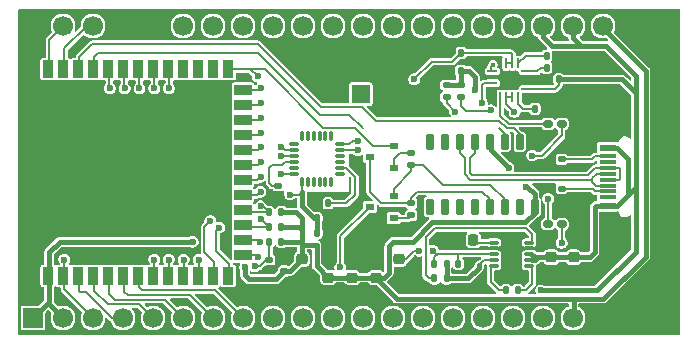
<source format=gbr>
%TF.GenerationSoftware,KiCad,Pcbnew,9.0.2*%
%TF.CreationDate,2025-11-07T15:55:12+08:00*%
%TF.ProjectId,TrlBoard,54726c42-6f61-4726-942e-6b696361645f,rev?*%
%TF.SameCoordinates,Original*%
%TF.FileFunction,Copper,L1,Top*%
%TF.FilePolarity,Positive*%
%FSLAX46Y46*%
G04 Gerber Fmt 4.6, Leading zero omitted, Abs format (unit mm)*
G04 Created by KiCad (PCBNEW 9.0.2) date 2025-11-07 15:55:12*
%MOMM*%
%LPD*%
G01*
G04 APERTURE LIST*
G04 Aperture macros list*
%AMRoundRect*
0 Rectangle with rounded corners*
0 $1 Rounding radius*
0 $2 $3 $4 $5 $6 $7 $8 $9 X,Y pos of 4 corners*
0 Add a 4 corners polygon primitive as box body*
4,1,4,$2,$3,$4,$5,$6,$7,$8,$9,$2,$3,0*
0 Add four circle primitives for the rounded corners*
1,1,$1+$1,$2,$3*
1,1,$1+$1,$4,$5*
1,1,$1+$1,$6,$7*
1,1,$1+$1,$8,$9*
0 Add four rect primitives between the rounded corners*
20,1,$1+$1,$2,$3,$4,$5,0*
20,1,$1+$1,$4,$5,$6,$7,0*
20,1,$1+$1,$6,$7,$8,$9,0*
20,1,$1+$1,$8,$9,$2,$3,0*%
G04 Aperture macros list end*
%TA.AperFunction,SMDPad,CuDef*%
%ADD10RoundRect,0.225000X0.250000X-0.225000X0.250000X0.225000X-0.250000X0.225000X-0.250000X-0.225000X0*%
%TD*%
%TA.AperFunction,SMDPad,CuDef*%
%ADD11RoundRect,0.140000X0.140000X0.170000X-0.140000X0.170000X-0.140000X-0.170000X0.140000X-0.170000X0*%
%TD*%
%TA.AperFunction,SMDPad,CuDef*%
%ADD12RoundRect,0.140000X-0.170000X0.140000X-0.170000X-0.140000X0.170000X-0.140000X0.170000X0.140000X0*%
%TD*%
%TA.AperFunction,SMDPad,CuDef*%
%ADD13R,0.900000X1.500000*%
%TD*%
%TA.AperFunction,SMDPad,CuDef*%
%ADD14R,1.500000X0.900000*%
%TD*%
%TA.AperFunction,HeatsinkPad*%
%ADD15C,0.600000*%
%TD*%
%TA.AperFunction,HeatsinkPad*%
%ADD16R,3.900000X3.900000*%
%TD*%
%TA.AperFunction,SMDPad,CuDef*%
%ADD17RoundRect,0.135000X0.185000X-0.135000X0.185000X0.135000X-0.185000X0.135000X-0.185000X-0.135000X0*%
%TD*%
%TA.AperFunction,SMDPad,CuDef*%
%ADD18RoundRect,0.225000X0.225000X0.250000X-0.225000X0.250000X-0.225000X-0.250000X0.225000X-0.250000X0*%
%TD*%
%TA.AperFunction,SMDPad,CuDef*%
%ADD19RoundRect,0.135000X0.135000X0.185000X-0.135000X0.185000X-0.135000X-0.185000X0.135000X-0.185000X0*%
%TD*%
%TA.AperFunction,SMDPad,CuDef*%
%ADD20RoundRect,0.225000X-0.250000X0.225000X-0.250000X-0.225000X0.250000X-0.225000X0.250000X0.225000X0*%
%TD*%
%TA.AperFunction,SMDPad,CuDef*%
%ADD21RoundRect,0.077500X-0.232500X0.577500X-0.232500X-0.577500X0.232500X-0.577500X0.232500X0.577500X0*%
%TD*%
%TA.AperFunction,SMDPad,CuDef*%
%ADD22R,1.450000X0.600000*%
%TD*%
%TA.AperFunction,SMDPad,CuDef*%
%ADD23R,1.450000X0.300000*%
%TD*%
%TA.AperFunction,ComponentPad*%
%ADD24O,2.100000X1.000000*%
%TD*%
%TA.AperFunction,ComponentPad*%
%ADD25O,1.600000X1.000000*%
%TD*%
%TA.AperFunction,SMDPad,CuDef*%
%ADD26R,0.800000X0.600000*%
%TD*%
%TA.AperFunction,SMDPad,CuDef*%
%ADD27RoundRect,0.135000X-0.185000X0.135000X-0.185000X-0.135000X0.185000X-0.135000X0.185000X0.135000X0*%
%TD*%
%TA.AperFunction,SMDPad,CuDef*%
%ADD28RoundRect,0.135000X-0.135000X-0.185000X0.135000X-0.185000X0.135000X0.185000X-0.135000X0.185000X0*%
%TD*%
%TA.AperFunction,SMDPad,CuDef*%
%ADD29RoundRect,0.075000X-0.075000X0.350000X-0.075000X-0.350000X0.075000X-0.350000X0.075000X0.350000X0*%
%TD*%
%TA.AperFunction,SMDPad,CuDef*%
%ADD30RoundRect,0.075000X-0.350000X-0.075000X0.350000X-0.075000X0.350000X0.075000X-0.350000X0.075000X0*%
%TD*%
%TA.AperFunction,ComponentPad*%
%ADD31R,1.575000X1.575000*%
%TD*%
%TA.AperFunction,ComponentPad*%
%ADD32C,1.575000*%
%TD*%
%TA.AperFunction,SMDPad,CuDef*%
%ADD33RoundRect,0.062500X-0.062500X0.375000X-0.062500X-0.375000X0.062500X-0.375000X0.062500X0.375000X0*%
%TD*%
%TA.AperFunction,SMDPad,CuDef*%
%ADD34RoundRect,0.062500X-0.375000X0.062500X-0.375000X-0.062500X0.375000X-0.062500X0.375000X0.062500X0*%
%TD*%
%TA.AperFunction,HeatsinkPad*%
%ADD35R,1.600000X1.600000*%
%TD*%
%TA.AperFunction,SMDPad,CuDef*%
%ADD36RoundRect,0.160000X-0.222500X-0.160000X0.222500X-0.160000X0.222500X0.160000X-0.222500X0.160000X0*%
%TD*%
%TA.AperFunction,SMDPad,CuDef*%
%ADD37R,0.280000X0.280000*%
%TD*%
%TA.AperFunction,SMDPad,CuDef*%
%ADD38O,0.850000X0.280000*%
%TD*%
%TA.AperFunction,SMDPad,CuDef*%
%ADD39R,0.230000X0.600000*%
%TD*%
%TA.AperFunction,SMDPad,CuDef*%
%ADD40R,0.250000X0.700000*%
%TD*%
%TA.AperFunction,ComponentPad*%
%ADD41C,0.600000*%
%TD*%
%TA.AperFunction,SMDPad,CuDef*%
%ADD42R,0.650000X0.900000*%
%TD*%
%TA.AperFunction,SMDPad,CuDef*%
%ADD43R,1.700000X2.150000*%
%TD*%
%TA.AperFunction,SMDPad,CuDef*%
%ADD44RoundRect,0.147500X-0.147500X-0.172500X0.147500X-0.172500X0.147500X0.172500X-0.147500X0.172500X0*%
%TD*%
%TA.AperFunction,ComponentPad*%
%ADD45R,1.700000X1.700000*%
%TD*%
%TA.AperFunction,ComponentPad*%
%ADD46C,1.700000*%
%TD*%
%TA.AperFunction,ViaPad*%
%ADD47C,0.600000*%
%TD*%
%TA.AperFunction,ViaPad*%
%ADD48C,0.400000*%
%TD*%
%TA.AperFunction,Conductor*%
%ADD49C,0.400000*%
%TD*%
%TA.AperFunction,Conductor*%
%ADD50C,0.200000*%
%TD*%
G04 APERTURE END LIST*
D10*
%TO.P,C9,1*%
%TO.N,+3.3V*%
X164750000Y-82525000D03*
%TO.P,C9,2*%
%TO.N,GND*%
X164750000Y-80975000D03*
%TD*%
D11*
%TO.P,C4,1*%
%TO.N,Net-(C4-Pad1)*%
X172000000Y-63501000D03*
%TO.P,C4,2*%
%TO.N,GND*%
X171040000Y-63501000D03*
%TD*%
%TO.P,C12,1*%
%TO.N,VCC*%
X171980000Y-65001000D03*
%TO.P,C12,2*%
%TO.N,GND*%
X171020000Y-65001000D03*
%TD*%
D12*
%TO.P,C14,1*%
%TO.N,/EN*%
X155750000Y-81020000D03*
%TO.P,C14,2*%
%TO.N,GND*%
X155750000Y-81980000D03*
%TD*%
D13*
%TO.P,U2,1,GND*%
%TO.N,GND*%
X135750000Y-82390000D03*
%TO.P,U2,2,3V3*%
%TO.N,+3.3V*%
X137020000Y-82390000D03*
%TO.P,U2,3,EN*%
%TO.N,/EN*%
X138290000Y-82390000D03*
%TO.P,U2,4,IO4*%
%TO.N,/GPIO4*%
X139560000Y-82390000D03*
%TO.P,U2,5,IO5*%
%TO.N,/GPIO5*%
X140830000Y-82390000D03*
%TO.P,U2,6,IO6*%
%TO.N,/GPIO6*%
X142100000Y-82390000D03*
%TO.P,U2,7,IO7*%
%TO.N,/GPIO7*%
X143370000Y-82390000D03*
%TO.P,U2,8,IO15*%
%TO.N,/GPIO15*%
X144640000Y-82390000D03*
%TO.P,U2,9,IO16*%
%TO.N,/GPIO16*%
X145910000Y-82390000D03*
%TO.P,U2,10,IO17*%
%TO.N,/GPIO17*%
X147180000Y-82390000D03*
%TO.P,U2,11,IO18*%
%TO.N,/GPIO18*%
X148450000Y-82390000D03*
%TO.P,U2,12,IO8*%
%TO.N,/GPIO8*%
X149720000Y-82390000D03*
%TO.P,U2,13,USB_D-*%
%TO.N,/D-*%
X150990000Y-82390000D03*
%TO.P,U2,14,USB_D+*%
%TO.N,/D+*%
X152260000Y-82390000D03*
D14*
%TO.P,U2,15,IO3*%
%TO.N,/GPIO3*%
X153510000Y-80625000D03*
%TO.P,U2,16,IO46*%
%TO.N,/GPIO26*%
X153510000Y-79355000D03*
%TO.P,U2,17,IO9*%
%TO.N,/GPIO9*%
X153510000Y-78085000D03*
%TO.P,U2,18,IO10*%
%TO.N,/GPIO10*%
X153510000Y-76815000D03*
%TO.P,U2,19,IO11*%
%TO.N,/GPIO11*%
X153510000Y-75545000D03*
%TO.P,U2,20,IO12*%
%TO.N,/GPIO12*%
X153510000Y-74275000D03*
%TO.P,U2,21,IO13*%
%TO.N,/GPIO13*%
X153510000Y-73005000D03*
%TO.P,U2,22,IO14*%
%TO.N,/GPIO14*%
X153510000Y-71735000D03*
%TO.P,U2,23,IO21*%
%TO.N,/GPIO19*%
X153510000Y-70465000D03*
%TO.P,U2,24,IO47*%
%TO.N,/GPIO27*%
X153510000Y-69195000D03*
%TO.P,U2,25,IO48*%
%TO.N,/GPIO28*%
X153510000Y-67925000D03*
%TO.P,U2,26,IO45*%
%TO.N,/GPIO25*%
X153510000Y-66655000D03*
D13*
%TO.P,U2,27,IO0*%
%TO.N,/GPIO0*%
X152260000Y-64890000D03*
%TO.P,U2,28,IO35*%
%TO.N,unconnected-(U2-IO35-Pad28)*%
X150990000Y-64890000D03*
%TO.P,U2,29,IO36*%
%TO.N,unconnected-(U2-IO36-Pad29)*%
X149720000Y-64890000D03*
%TO.P,U2,30,IO37*%
%TO.N,unconnected-(U2-IO37-Pad30)*%
X148450000Y-64890000D03*
%TO.P,U2,31,IO38*%
%TO.N,/GPIO20*%
X147180000Y-64890000D03*
%TO.P,U2,32,IO39*%
%TO.N,/GPIO21*%
X145910000Y-64890000D03*
%TO.P,U2,33,IO40*%
%TO.N,/GPIO22*%
X144640000Y-64890000D03*
%TO.P,U2,34,IO41*%
%TO.N,/GPIO23*%
X143370000Y-64890000D03*
%TO.P,U2,35,IO42*%
%TO.N,/GPIO24*%
X142100000Y-64890000D03*
%TO.P,U2,36,RXD0*%
%TO.N,/RXD0*%
X140830000Y-64890000D03*
%TO.P,U2,37,TXD0*%
%TO.N,/TXD0*%
X139560000Y-64890000D03*
%TO.P,U2,38,IO2*%
%TO.N,/GPIO2*%
X138290000Y-64890000D03*
%TO.P,U2,39,IO1*%
%TO.N,/GPIO1*%
X137020000Y-64890000D03*
%TO.P,U2,40,GND*%
%TO.N,GND*%
X135750000Y-64890000D03*
D15*
%TO.P,U2,41,GND*%
X142770000Y-76540000D03*
X144170000Y-76540000D03*
X142070000Y-75840000D03*
X143470000Y-75840000D03*
X144870000Y-75840000D03*
X142770000Y-75140000D03*
D16*
X143470000Y-75140000D03*
D15*
X144170000Y-75140000D03*
X142070000Y-74440000D03*
X143470000Y-74440000D03*
X144870000Y-74440000D03*
X142770000Y-73740000D03*
X144170000Y-73740000D03*
%TD*%
D17*
%TO.P,R13,1*%
%TO.N,/RTS*%
X167770000Y-73011000D03*
%TO.P,R13,2*%
%TO.N,Net-(Q2-Pad1)*%
X167770000Y-71991000D03*
%TD*%
D12*
%TO.P,C17,1*%
%TO.N,Net-(U5-REGOUT)*%
X156500000Y-74750000D03*
%TO.P,C17,2*%
%TO.N,GND*%
X156500000Y-75710000D03*
%TD*%
D18*
%TO.P,C8,1*%
%TO.N,Net-(U3-VAUX)*%
X173025000Y-79351000D03*
%TO.P,C8,2*%
%TO.N,GND*%
X171475000Y-79351000D03*
%TD*%
D19*
%TO.P,R15,1*%
%TO.N,+3.3V*%
X156760000Y-77000000D03*
%TO.P,R15,2*%
%TO.N,/GPIO10*%
X155740000Y-77000000D03*
%TD*%
D20*
%TO.P,C2,1*%
%TO.N,+3.3V*%
X158500000Y-80975000D03*
%TO.P,C2,2*%
%TO.N,GND*%
X158500000Y-82525000D03*
%TD*%
%TO.P,C5,1*%
%TO.N,VCC*%
X179625000Y-80801000D03*
%TO.P,C5,2*%
%TO.N,GND*%
X179625000Y-82351000D03*
%TD*%
D11*
%TO.P,C16,1*%
%TO.N,GND*%
X160730000Y-77500000D03*
%TO.P,C16,2*%
%TO.N,+3.3V*%
X159770000Y-77500000D03*
%TD*%
D20*
%TO.P,C7,1*%
%TO.N,Net-(U3-FB)*%
X166750000Y-80950000D03*
%TO.P,C7,2*%
%TO.N,GND*%
X166750000Y-82500000D03*
%TD*%
D21*
%TO.P,U4,1,GND*%
%TO.N,GND*%
X178215000Y-71041000D03*
%TO.P,U4,2,TXD*%
%TO.N,/TXD0*%
X176945000Y-71041000D03*
%TO.P,U4,3,RXD*%
%TO.N,/RXD0*%
X175675000Y-71041000D03*
%TO.P,U4,4,V3*%
%TO.N,+3.3V*%
X174405000Y-71041000D03*
%TO.P,U4,5,UD+*%
%TO.N,/D+*%
X173135000Y-71041000D03*
%TO.P,U4,6,UD-*%
%TO.N,/D-*%
X171865000Y-71041000D03*
%TO.P,U4,7,NC.*%
%TO.N,unconnected-(U4-NC.-Pad7)*%
X170595000Y-71041000D03*
%TO.P,U4,8,~{OUT}*%
%TO.N,/OUT*%
X169325000Y-71041000D03*
%TO.P,U4,9,~{CTS}*%
%TO.N,unconnected-(U4-~{CTS}-Pad9)*%
X169325000Y-76541000D03*
%TO.P,U4,10,~{DSR}*%
%TO.N,unconnected-(U4-~{DSR}-Pad10)*%
X170595000Y-76541000D03*
%TO.P,U4,11,~{RI}*%
%TO.N,unconnected-(U4-~{RI}-Pad11)*%
X171865000Y-76541000D03*
%TO.P,U4,12,~{DCD}*%
%TO.N,unconnected-(U4-~{DCD}-Pad12)*%
X173135000Y-76541000D03*
%TO.P,U4,13,~{DTR}*%
%TO.N,/DTR*%
X174405000Y-76541000D03*
%TO.P,U4,14,~{RTS}*%
%TO.N,/RTS*%
X175675000Y-76541000D03*
%TO.P,U4,15,R232*%
%TO.N,unconnected-(U4-R232-Pad15)*%
X176945000Y-76541000D03*
%TO.P,U4,16,VCC*%
%TO.N,+3.3V*%
X178215000Y-76541000D03*
%TD*%
D11*
%TO.P,C18,1*%
%TO.N,Net-(U5-CPOUT)*%
X160730000Y-76250000D03*
%TO.P,C18,2*%
%TO.N,GND*%
X159770000Y-76250000D03*
%TD*%
D22*
%TO.P,J5,A1,GND*%
%TO.N,GND*%
X184405000Y-77241000D03*
%TO.P,J5,A4,VBUS*%
%TO.N,VCC*%
X184405000Y-76441000D03*
D23*
%TO.P,J5,A5,CC1*%
%TO.N,Net-(J5-CC1)*%
X184405000Y-75241000D03*
%TO.P,J5,A6,D+*%
%TO.N,/D+*%
X184405000Y-74241000D03*
%TO.P,J5,A7,D-*%
%TO.N,/D-*%
X184405000Y-73741000D03*
%TO.P,J5,A8,SBU1*%
%TO.N,unconnected-(J5-SBU1-PadA8)*%
X184405000Y-72741000D03*
D22*
%TO.P,J5,A9,VBUS*%
%TO.N,VCC*%
X184405000Y-71541000D03*
%TO.P,J5,A12,GND*%
%TO.N,GND*%
X184405000Y-70741000D03*
%TO.P,J5,B1,GND*%
X184405000Y-70741000D03*
%TO.P,J5,B4,VBUS*%
%TO.N,VCC*%
X184405000Y-71541000D03*
D23*
%TO.P,J5,B5,CC2*%
%TO.N,Net-(J5-CC2)*%
X184405000Y-72241000D03*
%TO.P,J5,B6,D+*%
%TO.N,/D+*%
X184405000Y-73241000D03*
%TO.P,J5,B7,D-*%
%TO.N,/D-*%
X184405000Y-74741000D03*
%TO.P,J5,B8,SBU2*%
%TO.N,unconnected-(J5-SBU2-PadB8)*%
X184405000Y-75741000D03*
D22*
%TO.P,J5,B9,VBUS*%
%TO.N,VCC*%
X184405000Y-76441000D03*
%TO.P,J5,B12,GND*%
%TO.N,GND*%
X184405000Y-77241000D03*
D24*
%TO.P,J5,S1,SHIELD*%
X185320000Y-78311000D03*
D25*
X189500000Y-78311000D03*
D24*
X185320000Y-69671000D03*
D25*
X189500000Y-69671000D03*
%TD*%
D26*
%TO.P,Q2,1*%
%TO.N,Net-(Q2-Pad1)*%
X166270000Y-73251000D03*
%TO.P,Q2,2*%
%TO.N,/GPIO0*%
X166270000Y-71351000D03*
%TO.P,Q2,3*%
%TO.N,/DTR*%
X164250000Y-72301000D03*
%TD*%
D10*
%TO.P,C10,1*%
%TO.N,+3.3V*%
X162750000Y-82535000D03*
%TO.P,C10,2*%
%TO.N,GND*%
X162750000Y-80985000D03*
%TD*%
D26*
%TO.P,Q1,1*%
%TO.N,Net-(Q1-Pad1)*%
X166270000Y-77501000D03*
%TO.P,Q1,2*%
%TO.N,/RTS*%
X166270000Y-75601000D03*
%TO.P,Q1,3*%
%TO.N,/EN*%
X164250000Y-76551000D03*
%TD*%
D19*
%TO.P,R11,1*%
%TO.N,+3.3V*%
X156760000Y-79500000D03*
%TO.P,R11,2*%
%TO.N,/EN*%
X155740000Y-79500000D03*
%TD*%
D27*
%TO.P,R12,1*%
%TO.N,/DTR*%
X167770000Y-76241000D03*
%TO.P,R12,2*%
%TO.N,Net-(Q1-Pad1)*%
X167770000Y-77261000D03*
%TD*%
D19*
%TO.P,R1,1*%
%TO.N,+3.3V*%
X170750000Y-81351000D03*
%TO.P,R1,2*%
%TO.N,Net-(U3-FB)*%
X169730000Y-81351000D03*
%TD*%
D28*
%TO.P,R4,1*%
%TO.N,Net-(U1-TS)*%
X179240000Y-63750000D03*
%TO.P,R4,2*%
%TO.N,GND*%
X180260000Y-63750000D03*
%TD*%
D27*
%TO.P,R9,1*%
%TO.N,Net-(J5-CC1)*%
X180500000Y-74991000D03*
%TO.P,R9,2*%
%TO.N,GND*%
X180500000Y-76011000D03*
%TD*%
D17*
%TO.P,R8,1*%
%TO.N,Net-(D2-A)*%
X170750000Y-67261000D03*
%TO.P,R8,2*%
%TO.N,VCC*%
X170750000Y-66241000D03*
%TD*%
%TO.P,R7,1*%
%TO.N,Net-(D1-A)*%
X172000000Y-67261000D03*
%TO.P,R7,2*%
%TO.N,VCC*%
X172000000Y-66241000D03*
%TD*%
D28*
%TO.P,R2,1*%
%TO.N,Net-(U3-FB)*%
X171740000Y-81351000D03*
%TO.P,R2,2*%
%TO.N,GND*%
X172760000Y-81351000D03*
%TD*%
D19*
%TO.P,R6,1*%
%TO.N,GND*%
X180260000Y-64750000D03*
%TO.P,R6,2*%
%TO.N,Net-(U1-ISET)*%
X179240000Y-64750000D03*
%TD*%
D29*
%TO.P,U5,1,CLKIN*%
%TO.N,GND*%
X161000000Y-70550000D03*
%TO.P,U5,2,NC*%
%TO.N,unconnected-(U5-NC-Pad2)*%
X160500000Y-70550000D03*
%TO.P,U5,3,NC*%
%TO.N,unconnected-(U5-NC-Pad3)*%
X160000000Y-70550000D03*
%TO.P,U5,4,NC*%
%TO.N,unconnected-(U5-NC-Pad4)*%
X159500000Y-70550000D03*
%TO.P,U5,5,NC*%
%TO.N,unconnected-(U5-NC-Pad5)*%
X159000000Y-70550000D03*
%TO.P,U5,6,AUX_DA*%
%TO.N,unconnected-(U5-AUX_DA-Pad6)*%
X158500000Y-70550000D03*
D30*
%TO.P,U5,7,AUX_CL*%
%TO.N,unconnected-(U5-AUX_CL-Pad7)*%
X157800000Y-71250000D03*
%TO.P,U5,8,VLOGIC*%
%TO.N,+3.3V*%
X157800000Y-71750000D03*
%TO.P,U5,9,AD0*%
%TO.N,/GPIO12*%
X157800000Y-72250000D03*
%TO.P,U5,10,REGOUT*%
%TO.N,Net-(U5-REGOUT)*%
X157800000Y-72750000D03*
%TO.P,U5,11,FSYNC*%
%TO.N,GND*%
X157800000Y-73250000D03*
%TO.P,U5,12,INT*%
%TO.N,/GPIO11*%
X157800000Y-73750000D03*
D29*
%TO.P,U5,13,VDD*%
%TO.N,+3.3V*%
X158500000Y-74450000D03*
%TO.P,U5,14,NC*%
%TO.N,unconnected-(U5-NC-Pad14)*%
X159000000Y-74450000D03*
%TO.P,U5,15,NC*%
%TO.N,unconnected-(U5-NC-Pad15)*%
X159500000Y-74450000D03*
%TO.P,U5,16,NC*%
%TO.N,unconnected-(U5-NC-Pad16)*%
X160000000Y-74450000D03*
%TO.P,U5,17,NC*%
%TO.N,unconnected-(U5-NC-Pad17)*%
X160500000Y-74450000D03*
%TO.P,U5,18,GND*%
%TO.N,GND*%
X161000000Y-74450000D03*
D30*
%TO.P,U5,19,RESV*%
%TO.N,unconnected-(U5-RESV-Pad19)*%
X161700000Y-73750000D03*
%TO.P,U5,20,CPOUT*%
%TO.N,Net-(U5-CPOUT)*%
X161700000Y-73250000D03*
%TO.P,U5,21,RESV*%
%TO.N,unconnected-(U5-RESV-Pad21)*%
X161700000Y-72750000D03*
%TO.P,U5,22,RESV*%
%TO.N,unconnected-(U5-RESV-Pad22)*%
X161700000Y-72250000D03*
%TO.P,U5,23,SCL*%
%TO.N,/GPIO9*%
X161700000Y-71750000D03*
%TO.P,U5,24,SDA*%
%TO.N,/GPIO10*%
X161700000Y-71250000D03*
%TD*%
D11*
%TO.P,C3,1*%
%TO.N,VCC*%
X180250000Y-65751000D03*
%TO.P,C3,2*%
%TO.N,GND*%
X179290000Y-65751000D03*
%TD*%
D31*
%TO.P,J1,1,1*%
%TO.N,Net-(C4-Pad1)*%
X163500000Y-67000000D03*
D32*
%TO.P,J1,2,2*%
%TO.N,GND*%
X161000000Y-67000000D03*
%TD*%
D11*
%TO.P,C15,1*%
%TO.N,GND*%
X160730000Y-78750000D03*
%TO.P,C15,2*%
%TO.N,+3.3V*%
X159770000Y-78750000D03*
%TD*%
D10*
%TO.P,C11,1*%
%TO.N,+3.3V*%
X160750000Y-82525000D03*
%TO.P,C11,2*%
%TO.N,GND*%
X160750000Y-80975000D03*
%TD*%
D17*
%TO.P,R10,1*%
%TO.N,Net-(J5-CC2)*%
X180500000Y-72521000D03*
%TO.P,R10,2*%
%TO.N,GND*%
X180500000Y-71501000D03*
%TD*%
D33*
%TO.P,U1,1,TS*%
%TO.N,Net-(U1-TS)*%
X176810000Y-64376000D03*
%TO.P,U1,2,BAT*%
%TO.N,Net-(C4-Pad1)*%
X176310000Y-64376000D03*
%TO.P,U1,3,BAT*%
X175810000Y-64376000D03*
%TO.P,U1,4,~{CE}*%
%TO.N,GND*%
X175310000Y-64376000D03*
D34*
%TO.P,U1,5,EN2*%
%TO.N,VCC*%
X174622500Y-65063500D03*
%TO.P,U1,6,EN1*%
%TO.N,GND*%
X174622500Y-65563500D03*
%TO.P,U1,7,~{PGOOD}*%
%TO.N,Net-(D1-K)*%
X174622500Y-66063500D03*
%TO.P,U1,8,VSS*%
%TO.N,GND*%
X174622500Y-66563500D03*
D33*
%TO.P,U1,9,~{CHG}*%
%TO.N,Net-(D2-K)*%
X175310000Y-67251000D03*
%TO.P,U1,10,OUT*%
%TO.N,VCC*%
X175810000Y-67251000D03*
%TO.P,U1,11,OUT*%
X176310000Y-67251000D03*
%TO.P,U1,12,ILIM*%
%TO.N,Net-(U1-ILIM)*%
X176810000Y-67251000D03*
D34*
%TO.P,U1,13,IN*%
%TO.N,VCC*%
X177497500Y-66563500D03*
%TO.P,U1,14,TMR*%
%TO.N,GND*%
X177497500Y-66063500D03*
%TO.P,U1,15,TD*%
X177497500Y-65563500D03*
%TO.P,U1,16,ISET*%
%TO.N,Net-(U1-ISET)*%
X177497500Y-65063500D03*
D35*
%TO.P,U1,17,VSS*%
%TO.N,GND*%
X176060000Y-65813500D03*
%TD*%
D36*
%TO.P,D2,1,K*%
%TO.N,Net-(D2-K)*%
X179355000Y-69501000D03*
%TO.P,D2,2,A*%
%TO.N,Net-(D2-A)*%
X180500000Y-69501000D03*
%TD*%
%TO.P,D1,1,K*%
%TO.N,Net-(D1-K)*%
X179355000Y-78001000D03*
%TO.P,D1,2,A*%
%TO.N,Net-(D1-A)*%
X180500000Y-78001000D03*
%TD*%
D19*
%TO.P,R5,1*%
%TO.N,GND*%
X179260000Y-68251000D03*
%TO.P,R5,2*%
%TO.N,Net-(U1-ILIM)*%
X178240000Y-68251000D03*
%TD*%
%TO.P,R14,1*%
%TO.N,+3.3V*%
X156760000Y-78250000D03*
%TO.P,R14,2*%
%TO.N,/GPIO9*%
X155740000Y-78250000D03*
%TD*%
%TO.P,R3,1*%
%TO.N,+3.3V*%
X170750000Y-82601000D03*
%TO.P,R3,2*%
%TO.N,Net-(U3-PG)*%
X169730000Y-82601000D03*
%TD*%
D37*
%TO.P,U3,1,L1*%
%TO.N,Net-(U3-L1)*%
X178010000Y-81561000D03*
D38*
X177725000Y-81561000D03*
D37*
%TO.P,U3,2,VIN*%
%TO.N,VCC*%
X178010000Y-81061000D03*
D38*
X177725000Y-81061000D03*
D37*
%TO.P,U3,3,EN*%
X178010000Y-80561000D03*
D38*
X177725000Y-80561000D03*
D37*
%TO.P,U3,4,PS/SYNC*%
%TO.N,GND*%
X178010000Y-80061000D03*
D38*
X177725000Y-80061000D03*
D37*
%TO.P,U3,5,PG*%
%TO.N,Net-(U3-PG)*%
X178010000Y-79561000D03*
D38*
X177725000Y-79561000D03*
%TO.P,U3,6,VAUX*%
%TO.N,Net-(U3-VAUX)*%
X174775000Y-79561000D03*
D37*
X174490000Y-79561000D03*
D38*
%TO.P,U3,7,GND*%
%TO.N,GND*%
X174775000Y-80061000D03*
D37*
X174490000Y-80061000D03*
D38*
%TO.P,U3,8,FB*%
%TO.N,Net-(U3-FB)*%
X174775000Y-80561000D03*
D37*
X174490000Y-80561000D03*
D38*
%TO.P,U3,9,VOUT*%
%TO.N,+3.3V*%
X174775000Y-81061000D03*
D37*
X174490000Y-81061000D03*
D38*
%TO.P,U3,10,L2*%
%TO.N,Net-(U3-L2)*%
X174775000Y-81561000D03*
D37*
X174490000Y-81561000D03*
D39*
%TO.P,U3,11,PGND*%
%TO.N,GND*%
X176850000Y-81986000D03*
D40*
X176850000Y-81986000D03*
D39*
X176850000Y-79136000D03*
D40*
X176850000Y-79136000D03*
D41*
X176750000Y-81061000D03*
X176750000Y-80061000D03*
D42*
X176685000Y-81121000D03*
X176685000Y-80001000D03*
D39*
X176450000Y-81986000D03*
D40*
X176450000Y-81986000D03*
D39*
X176450000Y-79136000D03*
D40*
X176450000Y-79136000D03*
D41*
X176250000Y-80561000D03*
D43*
X176250000Y-80561000D03*
D39*
X176050000Y-81986000D03*
D40*
X176050000Y-81986000D03*
D39*
X176050000Y-79136000D03*
D40*
X176050000Y-79136000D03*
D42*
X175815000Y-81121000D03*
X175815000Y-80001000D03*
D41*
X175750000Y-81061000D03*
X175750000Y-80061000D03*
D39*
X175650000Y-81986000D03*
D40*
X175650000Y-81986000D03*
D39*
X175650000Y-79136000D03*
D40*
X175650000Y-79136000D03*
%TD*%
D12*
%TO.P,C1,1*%
%TO.N,GND*%
X157000000Y-81020000D03*
%TO.P,C1,2*%
%TO.N,+3.3V*%
X157000000Y-81980000D03*
%TD*%
D44*
%TO.P,L1,1,1*%
%TO.N,Net-(U3-L2)*%
X175800000Y-83601000D03*
%TO.P,L1,2,2*%
%TO.N,Net-(U3-L1)*%
X176770000Y-83601000D03*
%TD*%
D20*
%TO.P,C6,1*%
%TO.N,VCC*%
X181500000Y-80801000D03*
%TO.P,C6,2*%
%TO.N,GND*%
X181500000Y-82351000D03*
%TD*%
D45*
%TO.P,J4,1,Pin_1*%
%TO.N,GND*%
X135740000Y-61230000D03*
D46*
%TO.P,J4,2,Pin_2*%
%TO.N,/GPIO1*%
X138280000Y-61230000D03*
%TO.P,J4,3,Pin_3*%
%TO.N,/GPIO2*%
X140820000Y-61230000D03*
%TO.P,J4,4,Pin_4*%
%TO.N,GND*%
X143360000Y-61230000D03*
%TO.P,J4,5,Pin_5*%
X145900000Y-61230000D03*
%TO.P,J4,6,Pin_6*%
%TO.N,/GPIO24*%
X148440000Y-61230000D03*
%TO.P,J4,7,Pin_7*%
%TO.N,/GPIO23*%
X150980000Y-61230000D03*
%TO.P,J4,8,Pin_8*%
%TO.N,/GPIO22*%
X153520000Y-61230000D03*
%TO.P,J4,9,Pin_9*%
%TO.N,/GPIO21*%
X156060000Y-61230000D03*
%TO.P,J4,10,Pin_10*%
%TO.N,/GPIO20*%
X158600000Y-61230000D03*
%TO.P,J4,11,Pin_11*%
%TO.N,/GPIO0*%
X161140000Y-61230000D03*
%TO.P,J4,12,Pin_12*%
%TO.N,/GPIO25*%
X163680000Y-61230000D03*
%TO.P,J4,13,Pin_13*%
%TO.N,/GPIO28*%
X166220000Y-61230000D03*
%TO.P,J4,14,Pin_14*%
%TO.N,/GPIO27*%
X168760000Y-61230000D03*
%TO.P,J4,15,Pin_15*%
%TO.N,/GPIO19*%
X171300000Y-61230000D03*
%TO.P,J4,16,Pin_16*%
%TO.N,/GPIO14*%
X173840000Y-61230000D03*
%TO.P,J4,17,Pin_17*%
%TO.N,/GPIO13*%
X176380000Y-61230000D03*
%TO.P,J4,18,Pin_18*%
%TO.N,VCC*%
X178920000Y-61230000D03*
%TO.P,J4,19,Pin_19*%
X181460000Y-61230000D03*
%TO.P,J4,20,Pin_20*%
%TO.N,+3.3V*%
X184000000Y-61230000D03*
%TO.P,J4,21,Pin_21*%
%TO.N,GND*%
X186540000Y-61230000D03*
%TO.P,J4,22,Pin_22*%
X189080000Y-61230000D03*
%TD*%
D45*
%TO.P,J2,1,Pin_1*%
%TO.N,+3.3V*%
X135740000Y-85950000D03*
D46*
%TO.P,J2,2,Pin_2*%
X138280000Y-85950000D03*
%TO.P,J2,3,Pin_3*%
%TO.N,/EN*%
X140820000Y-85950000D03*
%TO.P,J2,4,Pin_4*%
%TO.N,/GPIO4*%
X143360000Y-85950000D03*
%TO.P,J2,5,Pin_5*%
%TO.N,/GPIO5*%
X145900000Y-85950000D03*
%TO.P,J2,6,Pin_6*%
%TO.N,/GPIO6*%
X148440000Y-85950000D03*
%TO.P,J2,7,Pin_7*%
%TO.N,/GPIO7*%
X150980000Y-85950000D03*
%TO.P,J2,8,Pin_8*%
%TO.N,/GPIO15*%
X153520000Y-85950000D03*
%TO.P,J2,9,Pin_9*%
%TO.N,/GPIO16*%
X156060000Y-85950000D03*
%TO.P,J2,10,Pin_10*%
%TO.N,/GPIO17*%
X158600000Y-85950000D03*
%TO.P,J2,11,Pin_11*%
%TO.N,/GPIO18*%
X161140000Y-85950000D03*
%TO.P,J2,12,Pin_12*%
%TO.N,/GPIO8*%
X163680000Y-85950000D03*
%TO.P,J2,13,Pin_13*%
%TO.N,/GPIO3*%
X166220000Y-85950000D03*
%TO.P,J2,14,Pin_14*%
%TO.N,/GPIO26*%
X168760000Y-85950000D03*
%TO.P,J2,15,Pin_15*%
%TO.N,/D+*%
X171300000Y-85950000D03*
%TO.P,J2,16,Pin_16*%
%TO.N,/D-*%
X173840000Y-85950000D03*
%TO.P,J2,17,Pin_17*%
%TO.N,VCC*%
X176380000Y-85950000D03*
%TO.P,J2,18,Pin_18*%
X178920000Y-85950000D03*
%TO.P,J2,19,Pin_19*%
%TO.N,+3.3V*%
X181460000Y-85950000D03*
%TO.P,J2,20,Pin_20*%
%TO.N,GND*%
X184000000Y-85950000D03*
%TO.P,J2,21,Pin_21*%
X186540000Y-85950000D03*
%TO.P,J2,22,Pin_22*%
X189080000Y-85950000D03*
%TD*%
D47*
%TO.N,+3.3V*%
X177500000Y-74851000D03*
X153703523Y-81650000D03*
X157500000Y-75500000D03*
X156748472Y-71450001D03*
X176000000Y-73250000D03*
X149250000Y-79500000D03*
%TO.N,Net-(C4-Pad1)*%
X168000000Y-65750000D03*
%TO.N,Net-(U3-FB)*%
X168400000Y-80250000D03*
X169600000Y-80250000D03*
D48*
%TO.N,VCC*%
X174685000Y-64501000D03*
D47*
X176500000Y-68501000D03*
X178750000Y-83622000D03*
X173150000Y-66611000D03*
%TO.N,/EN*%
X138380000Y-81000000D03*
X154500000Y-81575002D03*
X161750000Y-81650000D03*
%TO.N,Net-(D1-A)*%
X180500000Y-79601000D03*
X174500000Y-68368100D03*
%TO.N,Net-(D1-K)*%
X173750000Y-67751000D03*
X179355000Y-75856000D03*
%TO.N,Net-(D2-A)*%
X171500000Y-68500000D03*
X178000000Y-72196000D03*
%TO.N,/GPIO16*%
X146000000Y-81000000D03*
%TO.N,/GPIO9*%
X163250000Y-71750000D03*
X155040000Y-77600000D03*
%TO.N,/GPIO18*%
X148500000Y-81000000D03*
%TO.N,/GPIO17*%
X147250000Y-81000000D03*
%TO.N,/GPIO8*%
X149750000Y-81000000D03*
%TO.N,/GPIO12*%
X155000000Y-74000000D03*
X156750000Y-72250000D03*
%TO.N,/GPIO11*%
X156750000Y-73750000D03*
X155000000Y-75250000D03*
%TO.N,/GPIO10*%
X163250000Y-70949997D03*
X155000000Y-76500000D03*
%TO.N,/GPIO25*%
X155000000Y-66500000D03*
%TO.N,/GPIO3*%
X154750000Y-80750000D03*
%TO.N,/GPIO23*%
X143500000Y-66500000D03*
%TO.N,/GPIO24*%
X142250000Y-66500000D03*
%TO.N,/GPIO0*%
X154750000Y-65500000D03*
%TO.N,/GPIO19*%
X155000000Y-70250000D03*
%TO.N,/GPIO20*%
X147250000Y-66500000D03*
%TO.N,/GPIO14*%
X155000000Y-71500000D03*
%TO.N,/GPIO26*%
X154970000Y-79500000D03*
%TO.N,/GPIO21*%
X146000000Y-66500000D03*
%TO.N,/GPIO13*%
X155000000Y-72750000D03*
%TO.N,/GPIO27*%
X155000000Y-69000000D03*
%TO.N,/GPIO22*%
X144750000Y-66500000D03*
%TO.N,/D-*%
X150750000Y-77750000D03*
%TO.N,/D+*%
X151500000Y-78299000D03*
%TO.N,/GPIO28*%
X155000000Y-67750000D03*
%TD*%
D49*
%TO.N,+3.3V*%
X159770000Y-77500000D02*
X159500000Y-77500000D01*
X156319000Y-82661000D02*
X157000000Y-81980000D01*
X162260000Y-82535000D02*
X162250000Y-82525000D01*
X172591760Y-82601000D02*
X173500000Y-81692760D01*
D50*
X156799940Y-71449997D02*
X157099943Y-71750000D01*
D49*
X162750000Y-82535000D02*
X164740000Y-82535000D01*
D50*
X157099943Y-71750000D02*
X157800000Y-71750000D01*
D49*
X153703523Y-81650000D02*
X153703523Y-82350020D01*
X158500000Y-79750000D02*
X158500000Y-80975000D01*
X159750000Y-81525000D02*
X159750000Y-79750000D01*
X174500000Y-71750000D02*
X174500000Y-71136000D01*
X138280000Y-85950000D02*
X137110000Y-84780000D01*
X159790000Y-78750000D02*
X159790000Y-77500000D01*
X159500000Y-77500000D02*
X158500000Y-76500000D01*
X177500000Y-74851000D02*
X177600000Y-74851000D01*
X165874000Y-79876000D02*
X166250000Y-79500000D01*
X181500000Y-84322000D02*
X181500000Y-85910000D01*
X166547000Y-84322000D02*
X164750000Y-82525000D01*
X160750000Y-82525000D02*
X159750000Y-81525000D01*
X137110000Y-84250000D02*
X137110000Y-82390000D01*
X137110000Y-84780000D02*
X137110000Y-84250000D01*
D50*
X173939000Y-81061000D02*
X173500000Y-81500000D01*
D49*
X176000000Y-73250000D02*
X174500000Y-71750000D01*
X153703523Y-82350020D02*
X154014503Y-82661000D01*
X156750000Y-78250000D02*
X158250000Y-78250000D01*
X158500000Y-79500000D02*
X158500000Y-78500000D01*
X167892480Y-79500000D02*
X169542480Y-77850000D01*
X177600000Y-74851000D02*
X178215000Y-75466000D01*
X158250000Y-78250000D02*
X158500000Y-78500000D01*
X170750000Y-82601000D02*
X172591760Y-82601000D01*
X178215000Y-75466000D02*
X178215000Y-76541000D01*
X177400000Y-77850000D02*
X178215000Y-77035000D01*
X169542480Y-77850000D02*
X177400000Y-77850000D01*
X137110000Y-80390000D02*
X137110000Y-82390000D01*
X138000000Y-79500000D02*
X137110000Y-80390000D01*
X158500000Y-77500000D02*
X158000000Y-77000000D01*
X158500000Y-80975000D02*
X157495000Y-81980000D01*
X158500000Y-79750000D02*
X159750000Y-79750000D01*
X162250000Y-82525000D02*
X160750000Y-82525000D01*
X187600000Y-65000000D02*
X184000000Y-61400000D01*
D50*
X156748476Y-71449997D02*
X156799940Y-71449997D01*
D49*
X184028000Y-84322000D02*
X187600000Y-80750000D01*
X158000000Y-77000000D02*
X156750000Y-77000000D01*
X165475000Y-82525000D02*
X165874000Y-82126000D01*
D50*
X174490000Y-81061000D02*
X173939000Y-81061000D01*
D49*
X157495000Y-81980000D02*
X157000000Y-81980000D01*
X181500000Y-84322000D02*
X184028000Y-84322000D01*
X137110000Y-84580000D02*
X137110000Y-84250000D01*
X166250000Y-79500000D02*
X167892480Y-79500000D01*
X164750000Y-82525000D02*
X165475000Y-82525000D01*
X158500000Y-77750000D02*
X158500000Y-77500000D01*
X187600000Y-80750000D02*
X187600000Y-65000000D01*
X178215000Y-77035000D02*
X178215000Y-76541000D01*
X156760000Y-79500000D02*
X158500000Y-79500000D01*
X158500000Y-76500000D02*
X158500000Y-75250000D01*
X158500000Y-77750000D02*
X158499000Y-77749000D01*
D50*
X158250000Y-75500000D02*
X158500000Y-75250000D01*
X158500000Y-74450000D02*
X158500000Y-75250000D01*
D49*
X154014503Y-82661000D02*
X156319000Y-82661000D01*
X166547000Y-84322000D02*
X181500000Y-84322000D01*
X149250000Y-79500000D02*
X138000000Y-79500000D01*
X135740000Y-85950000D02*
X137110000Y-84580000D01*
X165874000Y-82126000D02*
X165874000Y-79876000D01*
D50*
X157500000Y-75500000D02*
X158250000Y-75500000D01*
D49*
X170750000Y-81351000D02*
X170750000Y-82601000D01*
X158500000Y-78500000D02*
X158500000Y-77750000D01*
X173500000Y-81692760D02*
X173500000Y-81500000D01*
D50*
X156748472Y-71450001D02*
X156748476Y-71449997D01*
%TO.N,Net-(C4-Pad1)*%
X176310000Y-64376000D02*
X176310000Y-63621000D01*
X176190000Y-63501000D02*
X172000000Y-63501000D01*
X172000000Y-63501000D02*
X171251000Y-64250000D01*
X176310000Y-64376000D02*
X175810000Y-64376000D01*
X169500000Y-64250000D02*
X168000000Y-65750000D01*
X171251000Y-64250000D02*
X169500000Y-64250000D01*
X176310000Y-63621000D02*
X176190000Y-63501000D01*
%TO.N,Net-(U3-FB)*%
X169600000Y-80250000D02*
X169850000Y-80500000D01*
X171740000Y-81000000D02*
X171740000Y-81351000D01*
X171500000Y-80500000D02*
X170000000Y-80500000D01*
X169730000Y-80770000D02*
X169730000Y-81351000D01*
X168000000Y-80250000D02*
X167300000Y-80950000D01*
X174049000Y-80500000D02*
X174049000Y-80502000D01*
X171740000Y-80500000D02*
X171500000Y-80500000D01*
X174431000Y-80502000D02*
X174490000Y-80561000D01*
X168400000Y-80250000D02*
X168000000Y-80250000D01*
X167300000Y-80950000D02*
X166750000Y-80950000D01*
X174049000Y-80502000D02*
X174431000Y-80502000D01*
X171740000Y-80500000D02*
X174049000Y-80500000D01*
X170000000Y-80500000D02*
X169730000Y-80770000D01*
X171740000Y-81000000D02*
X171740000Y-80500000D01*
X169850000Y-80500000D02*
X171500000Y-80500000D01*
%TO.N,Net-(U3-VAUX)*%
X174490000Y-79561000D02*
X173235000Y-79561000D01*
%TO.N,VCC*%
X174685000Y-64501000D02*
X174500000Y-64686000D01*
D49*
X173150000Y-65511000D02*
X172640000Y-65001000D01*
X178500000Y-80801000D02*
X178281000Y-81020000D01*
X179625000Y-80801000D02*
X178500000Y-80801000D01*
X178209000Y-80801000D02*
X178010000Y-80602000D01*
X178920000Y-62170000D02*
X178920000Y-61230000D01*
X186771000Y-66922000D02*
X185600000Y-65751000D01*
X185160000Y-76441000D02*
X186100000Y-75501000D01*
X184405000Y-76441000D02*
X183378000Y-76441000D01*
X182155000Y-62905000D02*
X181460000Y-62210000D01*
X172000000Y-66241000D02*
X170750000Y-66241000D01*
X186771000Y-66922000D02*
X186771000Y-74830000D01*
X186771000Y-80329000D02*
X183478000Y-83622000D01*
X178281000Y-81020000D02*
X178010000Y-81020000D01*
X186771000Y-66922000D02*
X186771000Y-65421000D01*
X179655000Y-62905000D02*
X178920000Y-62170000D01*
X182867000Y-80801000D02*
X181500000Y-80801000D01*
X181460000Y-62210000D02*
X181460000Y-61230000D01*
D50*
X176310000Y-67251000D02*
X175810000Y-67251000D01*
X174500000Y-64941000D02*
X174622500Y-65063500D01*
D49*
X183378000Y-76441000D02*
X183279000Y-76540000D01*
X183279000Y-80389000D02*
X182867000Y-80801000D01*
X186771000Y-65421000D02*
X184255000Y-62905000D01*
D50*
X174500000Y-64686000D02*
X174500000Y-64941000D01*
X179936500Y-66563500D02*
X180250000Y-66250000D01*
D49*
X184255000Y-62905000D02*
X179655000Y-62905000D01*
X173150000Y-66611000D02*
X173150000Y-65511000D01*
X171980000Y-65001000D02*
X171980000Y-66221000D01*
X186100000Y-72448430D02*
X185192570Y-71541000D01*
X184405000Y-76441000D02*
X185160000Y-76441000D01*
D50*
X175810000Y-67811000D02*
X176500000Y-68501000D01*
D49*
X179625000Y-80801000D02*
X181500000Y-80801000D01*
X178500000Y-80801000D02*
X178209000Y-80801000D01*
X183478000Y-83622000D02*
X178750000Y-83622000D01*
D50*
X180250000Y-66250000D02*
X180250000Y-65751000D01*
D49*
X185192570Y-71541000D02*
X184405000Y-71541000D01*
X185600000Y-65751000D02*
X180250000Y-65751000D01*
X186100000Y-75501000D02*
X186100000Y-72448430D01*
X186771000Y-74830000D02*
X186771000Y-80329000D01*
D50*
X175810000Y-67251000D02*
X175810000Y-67811000D01*
D49*
X172640000Y-65001000D02*
X171980000Y-65001000D01*
X184255000Y-62905000D02*
X182155000Y-62905000D01*
D50*
X177497500Y-66563500D02*
X179936500Y-66563500D01*
D49*
X186771000Y-74830000D02*
X186100000Y-75501000D01*
X183279000Y-76540000D02*
X183279000Y-80389000D01*
D50*
%TO.N,/EN*%
X154924998Y-81575002D02*
X155480000Y-81020000D01*
X161750000Y-79051000D02*
X164250000Y-76551000D01*
X138380000Y-81000000D02*
X138380000Y-82390000D01*
X161750000Y-81650000D02*
X161750000Y-79051000D01*
X138380000Y-82390000D02*
X138380000Y-83510000D01*
X155480000Y-81020000D02*
X155750000Y-81020000D01*
X155740000Y-79750000D02*
X155740000Y-81010000D01*
X138380000Y-83510000D02*
X140820000Y-85950000D01*
X154500000Y-81575002D02*
X154924998Y-81575002D01*
%TO.N,Net-(U5-REGOUT)*%
X157800000Y-72750000D02*
X157099943Y-72750000D01*
X156000000Y-74750000D02*
X156500000Y-74750000D01*
X155750000Y-74500000D02*
X156000000Y-74750000D01*
X156849943Y-73000000D02*
X156000000Y-73000000D01*
X155750000Y-73250000D02*
X155750000Y-74500000D01*
X157099943Y-72750000D02*
X156849943Y-73000000D01*
X156000000Y-73000000D02*
X155750000Y-73250000D01*
%TO.N,Net-(U5-CPOUT)*%
X163000000Y-74000000D02*
X162250000Y-73250000D01*
X162250000Y-73250000D02*
X161700000Y-73250000D01*
X160730000Y-76250000D02*
X162250000Y-76250000D01*
X162250000Y-76250000D02*
X163000000Y-75500000D01*
X163000000Y-75500000D02*
X163000000Y-74000000D01*
%TO.N,Net-(D1-A)*%
X174500000Y-68368100D02*
X174451000Y-68417100D01*
X172416100Y-68417100D02*
X172000000Y-68001000D01*
X174451000Y-68417100D02*
X172416100Y-68417100D01*
X180500000Y-78001000D02*
X180500000Y-79601000D01*
X172000000Y-68001000D02*
X172000000Y-67261000D01*
%TO.N,Net-(D1-K)*%
X173937500Y-66063500D02*
X174622500Y-66063500D01*
X173750000Y-67751000D02*
X173750000Y-66251000D01*
X173750000Y-66251000D02*
X173937500Y-66063500D01*
X179355000Y-75856000D02*
X179355000Y-78001000D01*
%TO.N,Net-(D2-K)*%
X175310000Y-67251000D02*
X175310000Y-68811000D01*
X176000000Y-69501000D02*
X179355000Y-69501000D01*
X175310000Y-68811000D02*
X176000000Y-69501000D01*
%TO.N,Net-(D2-A)*%
X178804000Y-72196000D02*
X178000000Y-72196000D01*
X180500000Y-69501000D02*
X180500000Y-70500000D01*
X171500000Y-68500000D02*
X170750000Y-67750000D01*
X170750000Y-67750000D02*
X170750000Y-67261000D01*
X180500000Y-70500000D02*
X178804000Y-72196000D01*
%TO.N,/GPIO16*%
X146000000Y-82390000D02*
X146000000Y-81000000D01*
%TO.N,/GPIO9*%
X155240000Y-77750000D02*
X155740000Y-78250000D01*
X155740000Y-78250000D02*
X153765000Y-78250000D01*
X163250000Y-71750000D02*
X161700000Y-71750000D01*
X155040000Y-77600000D02*
X155190000Y-77750000D01*
X155190000Y-77750000D02*
X155240000Y-77750000D01*
%TO.N,/GPIO18*%
X148540000Y-81040000D02*
X148500000Y-81000000D01*
X148540000Y-82390000D02*
X148540000Y-81040000D01*
%TO.N,/GPIO17*%
X147270000Y-81020000D02*
X147250000Y-81000000D01*
X147270000Y-82390000D02*
X147270000Y-81020000D01*
%TO.N,/GPIO8*%
X149810000Y-82390000D02*
X149810000Y-81060000D01*
X149810000Y-81060000D02*
X149750000Y-81000000D01*
%TO.N,/GPIO12*%
X153600000Y-74275000D02*
X154725000Y-74275000D01*
X154725000Y-74275000D02*
X155000000Y-74000000D01*
X157800000Y-72250000D02*
X156750000Y-72250000D01*
%TO.N,/GPIO11*%
X153620000Y-75545000D02*
X154705000Y-75545000D01*
X157800000Y-73750000D02*
X156750000Y-73750000D01*
X154705000Y-75545000D02*
X155000000Y-75250000D01*
%TO.N,/GPIO5*%
X144749000Y-84799000D02*
X145900000Y-85950000D01*
X142094100Y-84799000D02*
X144749000Y-84799000D01*
X140920000Y-82390000D02*
X140920000Y-83624900D01*
X140920000Y-83624900D02*
X142094100Y-84799000D01*
%TO.N,/GPIO10*%
X155740000Y-77000000D02*
X153785000Y-77000000D01*
X162800003Y-70949997D02*
X162500000Y-71250000D01*
X155000000Y-76500000D02*
X155240000Y-76500000D01*
X162500000Y-71250000D02*
X161700000Y-71250000D01*
X155240000Y-76500000D02*
X155740000Y-77000000D01*
X163250000Y-70949997D02*
X162800003Y-70949997D01*
%TO.N,/GPIO4*%
X139750000Y-83750000D02*
X140247760Y-83750000D01*
X139650000Y-83650000D02*
X139750000Y-83750000D01*
X142447760Y-85950000D02*
X143360000Y-85950000D01*
X139650000Y-82390000D02*
X139650000Y-83650000D01*
X140247760Y-83750000D02*
X142447760Y-85950000D01*
%TO.N,/GPIO15*%
X144730000Y-83340000D02*
X144986000Y-83596000D01*
X151166000Y-83596000D02*
X153520000Y-85950000D01*
X144730000Y-82390000D02*
X144730000Y-83340000D01*
X144986000Y-83596000D02*
X151166000Y-83596000D01*
%TO.N,/GPIO25*%
X154845000Y-66655000D02*
X155000000Y-66500000D01*
X153600000Y-66655000D02*
X154845000Y-66655000D01*
%TO.N,/GPIO3*%
X154625000Y-80625000D02*
X154750000Y-80750000D01*
X153600000Y-80625000D02*
X154625000Y-80625000D01*
%TO.N,/GPIO7*%
X143460000Y-83710000D02*
X143747000Y-83997000D01*
X143747000Y-83997000D02*
X149027000Y-83997000D01*
X143460000Y-82390000D02*
X143460000Y-83710000D01*
X149027000Y-83997000D02*
X150980000Y-85950000D01*
%TO.N,/GPIO23*%
X143460000Y-64890000D02*
X143460000Y-66460000D01*
X143460000Y-66460000D02*
X143500000Y-66500000D01*
%TO.N,/GPIO24*%
X142190000Y-66440000D02*
X142250000Y-66500000D01*
X142190000Y-64890000D02*
X142190000Y-66440000D01*
%TO.N,/GPIO1*%
X137110000Y-62400000D02*
X138280000Y-61230000D01*
X137110000Y-64890000D02*
X137110000Y-62400000D01*
%TO.N,/GPIO0*%
X152350000Y-64890000D02*
X154140000Y-64890000D01*
X154140000Y-64890000D02*
X154750000Y-65500000D01*
X164533900Y-71351000D02*
X166270000Y-71351000D01*
X160324000Y-69824000D02*
X163006900Y-69824000D01*
X152350000Y-64890000D02*
X155390000Y-64890000D01*
X155390000Y-64890000D02*
X160324000Y-69824000D01*
X163006900Y-69824000D02*
X164533900Y-71351000D01*
%TO.N,/GPIO19*%
X153600000Y-70465000D02*
X154785000Y-70465000D01*
X154785000Y-70465000D02*
X155000000Y-70250000D01*
%TO.N,/GPIO20*%
X147270000Y-66230000D02*
X147270000Y-64890000D01*
X147250000Y-66250000D02*
X147270000Y-66230000D01*
X147250000Y-66500000D02*
X147250000Y-66250000D01*
%TO.N,/GPIO14*%
X154765000Y-71735000D02*
X155000000Y-71500000D01*
X153600000Y-71735000D02*
X154765000Y-71735000D01*
%TO.N,/TXD0*%
X163574600Y-68088500D02*
X160088500Y-68088500D01*
X139650000Y-63850000D02*
X139650000Y-64890000D01*
X176945000Y-71041000D02*
X176945000Y-70386001D01*
X160088500Y-68088500D02*
X154750000Y-62750000D01*
X140750000Y-62750000D02*
X139650000Y-63850000D01*
X175833900Y-69902000D02*
X175181900Y-69250000D01*
X176460999Y-69902000D02*
X175833900Y-69902000D01*
X154750000Y-62750000D02*
X140750000Y-62750000D01*
X176945000Y-70386001D02*
X176460999Y-69902000D01*
X175181900Y-69250000D02*
X164736100Y-69250000D01*
X164736100Y-69250000D02*
X163574600Y-68088500D01*
%TO.N,/GPIO26*%
X153600000Y-79355000D02*
X154825000Y-79355000D01*
X154825000Y-79355000D02*
X154970000Y-79500000D01*
%TO.N,/GPIO2*%
X138380000Y-64890000D02*
X138380000Y-63120000D01*
X138380000Y-63120000D02*
X140270000Y-61230000D01*
%TO.N,/RXD0*%
X163651000Y-69901000D02*
X162500000Y-68750000D01*
X175675000Y-70386001D02*
X175189999Y-69901000D01*
X162500000Y-68750000D02*
X160000000Y-68750000D01*
X141250000Y-63500000D02*
X140920000Y-63830000D01*
X160000000Y-68750000D02*
X154750000Y-63500000D01*
X140920000Y-63830000D02*
X140920000Y-64890000D01*
X154750000Y-63500000D02*
X141250000Y-63500000D01*
X175675000Y-71041000D02*
X175675000Y-70386001D01*
%TO.N,/GPIO21*%
X146000000Y-64890000D02*
X146000000Y-66500000D01*
%TO.N,/GPIO13*%
X153600000Y-73005000D02*
X154745000Y-73005000D01*
X154745000Y-73005000D02*
X155000000Y-72750000D01*
%TO.N,/GPIO27*%
X154805000Y-69195000D02*
X155000000Y-69000000D01*
X153600000Y-69195000D02*
X154805000Y-69195000D01*
%TO.N,/GPIO22*%
X144730000Y-64890000D02*
X144730000Y-66480000D01*
X144730000Y-66480000D02*
X144750000Y-66500000D01*
%TO.N,Net-(J5-CC2)*%
X183360000Y-72241000D02*
X184405000Y-72241000D01*
X180500000Y-72521000D02*
X183080000Y-72521000D01*
X183080000Y-72521000D02*
X183360000Y-72241000D01*
%TO.N,/D-*%
X172275000Y-72433501D02*
X172275000Y-73776000D01*
X183100000Y-74250000D02*
X183100000Y-74413000D01*
X151080000Y-81170000D02*
X151080000Y-82390000D01*
X183428000Y-74741000D02*
X184405000Y-74741000D01*
X171865000Y-72023501D02*
X172275000Y-72433501D01*
X172275000Y-73776000D02*
X172750000Y-74251000D01*
X171865000Y-71041000D02*
X171865000Y-72023501D01*
X184405000Y-73741000D02*
X183457000Y-73741000D01*
X183457000Y-73741000D02*
X183100000Y-74098000D01*
X183099000Y-74251000D02*
X183100000Y-74250000D01*
X150750000Y-77750000D02*
X150250000Y-78250000D01*
X183100000Y-74413000D02*
X183428000Y-74741000D01*
X150250000Y-78250000D02*
X150250000Y-80340000D01*
X183100000Y-74098000D02*
X183100000Y-74250000D01*
X172750000Y-74251000D02*
X183099000Y-74251000D01*
X150250000Y-80340000D02*
X151080000Y-81170000D01*
%TO.N,Net-(J5-CC1)*%
X183360900Y-75241000D02*
X183110900Y-74991000D01*
X183110900Y-74991000D02*
X180500000Y-74991000D01*
X184405000Y-75241000D02*
X183360900Y-75241000D01*
%TO.N,Net-(U3-L1)*%
X178010000Y-81561000D02*
X178010000Y-83046000D01*
X178010000Y-83046000D02*
X177455000Y-83601000D01*
X177455000Y-83601000D02*
X176770000Y-83601000D01*
%TO.N,Net-(U3-L2)*%
X174490000Y-81561000D02*
X174490000Y-82926000D01*
X175165000Y-83601000D02*
X175800000Y-83601000D01*
X174490000Y-82926000D02*
X175165000Y-83601000D01*
%TO.N,Net-(Q1-Pad1)*%
X167530000Y-77501000D02*
X167770000Y-77261000D01*
X166270000Y-77501000D02*
X167530000Y-77501000D01*
%TO.N,/RTS*%
X167770000Y-73501000D02*
X166270000Y-75001000D01*
X167770000Y-73011000D02*
X167770000Y-73501000D01*
X168780000Y-73011000D02*
X170421000Y-74652000D01*
X175675000Y-75886001D02*
X175675000Y-76541000D01*
X167770000Y-73011000D02*
X168780000Y-73011000D01*
X170421000Y-74652000D02*
X174440999Y-74652000D01*
X174440999Y-74652000D02*
X175675000Y-75886001D01*
X166270000Y-75001000D02*
X166270000Y-75601000D01*
%TO.N,/DTR*%
X167770000Y-75751000D02*
X167770000Y-76241000D01*
X173770000Y-75251000D02*
X168270000Y-75251000D01*
X174405000Y-75886000D02*
X173770000Y-75251000D01*
X164250000Y-75249000D02*
X164250000Y-72301000D01*
X165242000Y-76241000D02*
X164250000Y-75249000D01*
X165242000Y-76241000D02*
X167770000Y-76241000D01*
X168270000Y-75251000D02*
X167770000Y-75751000D01*
X174405000Y-76541000D02*
X174405000Y-75886000D01*
%TO.N,Net-(Q2-Pad1)*%
X166780000Y-71991000D02*
X166270000Y-72501000D01*
X166270000Y-72501000D02*
X166270000Y-73251000D01*
X167770000Y-71991000D02*
X166780000Y-71991000D01*
%TO.N,Net-(U3-PG)*%
X169000000Y-82351000D02*
X169250000Y-82601000D01*
X178010000Y-78861000D02*
X177500000Y-78351000D01*
X169250000Y-82601000D02*
X169730000Y-82601000D01*
X177500000Y-78351000D02*
X169750000Y-78351000D01*
X169750000Y-78351000D02*
X169000000Y-79101000D01*
X178010000Y-79561000D02*
X178010000Y-78861000D01*
X169000000Y-79101000D02*
X169000000Y-82351000D01*
%TO.N,Net-(U1-TS)*%
X176810000Y-64376000D02*
X177436000Y-63750000D01*
X177436000Y-63750000D02*
X179240000Y-63750000D01*
%TO.N,Net-(U1-ILIM)*%
X176810000Y-67811000D02*
X176810000Y-67251000D01*
X177250000Y-68251000D02*
X176810000Y-67811000D01*
X178240000Y-68251000D02*
X177250000Y-68251000D01*
%TO.N,Net-(U1-ISET)*%
X179240000Y-64750000D02*
X178750000Y-64750000D01*
X178750000Y-64750000D02*
X178436500Y-65063500D01*
X178436500Y-65063500D02*
X177497500Y-65063500D01*
%TO.N,/D+*%
X152350000Y-81350000D02*
X151250000Y-80250000D01*
X184405000Y-73241000D02*
X185382000Y-73241000D01*
X151250000Y-80250000D02*
X151250000Y-78549000D01*
X172916100Y-73850000D02*
X172725000Y-73658900D01*
X182751000Y-73850000D02*
X172916100Y-73850000D01*
X173135000Y-72023500D02*
X173135000Y-71041000D01*
X172725000Y-73658900D02*
X172725000Y-72433500D01*
X183360000Y-73241000D02*
X182751000Y-73850000D01*
X185382000Y-74241000D02*
X184405000Y-74241000D01*
X151250000Y-78549000D02*
X151500000Y-78299000D01*
X185431000Y-73290000D02*
X185431000Y-74192000D01*
X152350000Y-82390000D02*
X152350000Y-81350000D01*
X185382000Y-73241000D02*
X185431000Y-73290000D01*
X172725000Y-72433500D02*
X173135000Y-72023500D01*
X185431000Y-74192000D02*
X185382000Y-74241000D01*
X184405000Y-73241000D02*
X183360000Y-73241000D01*
%TO.N,/GPIO6*%
X142642886Y-84398000D02*
X146888000Y-84398000D01*
X146888000Y-84398000D02*
X148440000Y-85950000D01*
X142190000Y-82390000D02*
X142190000Y-83945114D01*
X142190000Y-83945114D02*
X142642886Y-84398000D01*
%TO.N,/GPIO28*%
X153600000Y-67925000D02*
X154825000Y-67925000D01*
X154825000Y-67925000D02*
X155000000Y-67750000D01*
%TD*%
%TA.AperFunction,Conductor*%
%TO.N,GND*%
G36*
X168098613Y-80653922D02*
G01*
X168206814Y-80716392D01*
X168334105Y-80750499D01*
X168334106Y-80750500D01*
X168334108Y-80750500D01*
X168465891Y-80750500D01*
X168465892Y-80750500D01*
X168593186Y-80716392D01*
X168593190Y-80716389D01*
X168597181Y-80714737D01*
X168653818Y-80714737D01*
X168693867Y-80754785D01*
X168699500Y-80783104D01*
X168699500Y-82390564D01*
X168719977Y-82466985D01*
X168719979Y-82466990D01*
X168741701Y-82504612D01*
X168754338Y-82526500D01*
X168759540Y-82535511D01*
X169009540Y-82785511D01*
X169065489Y-82841460D01*
X169134011Y-82881021D01*
X169134012Y-82881021D01*
X169134014Y-82881022D01*
X169144016Y-82883702D01*
X169210435Y-82901499D01*
X169210436Y-82901500D01*
X169210438Y-82901500D01*
X169231532Y-82901500D01*
X169283858Y-82923174D01*
X169298599Y-82944227D01*
X169315933Y-82981402D01*
X169315935Y-82981404D01*
X169399596Y-83065065D01*
X169506827Y-83115068D01*
X169555684Y-83121500D01*
X169555686Y-83121500D01*
X169904314Y-83121500D01*
X169904316Y-83121500D01*
X169953173Y-83115068D01*
X170060404Y-83065065D01*
X170144065Y-82981404D01*
X170172933Y-82919495D01*
X170214690Y-82881232D01*
X170271273Y-82883702D01*
X170307066Y-82919495D01*
X170311555Y-82929122D01*
X170335933Y-82981402D01*
X170335935Y-82981404D01*
X170419596Y-83065065D01*
X170526827Y-83115068D01*
X170575684Y-83121500D01*
X170575686Y-83121500D01*
X170924314Y-83121500D01*
X170924316Y-83121500D01*
X170973173Y-83115068D01*
X171080404Y-83065065D01*
X171122295Y-83023174D01*
X171174621Y-83001500D01*
X172644486Y-83001500D01*
X172644487Y-83001500D01*
X172746348Y-82974207D01*
X172837673Y-82921480D01*
X173820480Y-81938673D01*
X173841942Y-81901500D01*
X173873207Y-81847347D01*
X173900499Y-81745489D01*
X173900500Y-81745489D01*
X173900500Y-81555123D01*
X173922174Y-81502797D01*
X174023174Y-81401797D01*
X174075500Y-81380123D01*
X174127826Y-81401797D01*
X174149500Y-81454123D01*
X174149500Y-81720748D01*
X174161133Y-81779231D01*
X174177028Y-81803019D01*
X174189500Y-81844132D01*
X174189500Y-82965564D01*
X174209977Y-83041985D01*
X174209978Y-83041987D01*
X174209979Y-83041989D01*
X174221244Y-83061500D01*
X174221245Y-83061502D01*
X174249539Y-83110510D01*
X174934203Y-83795174D01*
X174955877Y-83847500D01*
X174934203Y-83899826D01*
X174881877Y-83921500D01*
X166743544Y-83921500D01*
X166691218Y-83899826D01*
X165731218Y-82939826D01*
X165709544Y-82887500D01*
X165731217Y-82835175D01*
X166194480Y-82371913D01*
X166247207Y-82280588D01*
X166274500Y-82178727D01*
X166274500Y-82073273D01*
X166274500Y-81656557D01*
X166296174Y-81604231D01*
X166348500Y-81582557D01*
X166361006Y-81584538D01*
X166361122Y-81583808D01*
X166466511Y-81600500D01*
X166466512Y-81600500D01*
X167033489Y-81600500D01*
X167083307Y-81592609D01*
X167133126Y-81584719D01*
X167253220Y-81523528D01*
X167348528Y-81428220D01*
X167409719Y-81308126D01*
X167417181Y-81261005D01*
X167446772Y-81212715D01*
X167453261Y-81208501D01*
X167484511Y-81190460D01*
X167540460Y-81134511D01*
X168009288Y-80665681D01*
X168027134Y-80658289D01*
X168042461Y-80646529D01*
X168052375Y-80647834D01*
X168061613Y-80644008D01*
X168098613Y-80653922D01*
G37*
%TD.AperFunction*%
%TA.AperFunction,Conductor*%
G36*
X185282201Y-76920259D02*
G01*
X185294476Y-76921875D01*
X185304842Y-76935385D01*
X185319002Y-76944845D01*
X185328954Y-76966808D01*
X185360310Y-77083831D01*
X185360312Y-77083836D01*
X185429495Y-77203665D01*
X185527335Y-77301505D01*
X185647164Y-77370688D01*
X185780814Y-77406499D01*
X185780815Y-77406500D01*
X185780817Y-77406500D01*
X185919185Y-77406500D01*
X185919185Y-77406499D01*
X186052836Y-77370688D01*
X186172665Y-77301505D01*
X186244174Y-77229996D01*
X186296500Y-77208322D01*
X186348826Y-77229996D01*
X186370500Y-77282322D01*
X186370500Y-80132455D01*
X186348826Y-80184781D01*
X183333781Y-83199826D01*
X183281455Y-83221500D01*
X179077143Y-83221500D01*
X179040143Y-83211586D01*
X178943190Y-83155610D01*
X178943181Y-83155606D01*
X178815894Y-83121500D01*
X178815892Y-83121500D01*
X178684108Y-83121500D01*
X178684106Y-83121500D01*
X178556818Y-83155606D01*
X178556809Y-83155610D01*
X178442686Y-83221500D01*
X178442682Y-83221502D01*
X178400920Y-83263263D01*
X178400909Y-83263276D01*
X178349500Y-83314686D01*
X178316201Y-83372359D01*
X178316201Y-83372361D01*
X178283610Y-83428809D01*
X178283606Y-83428818D01*
X178249500Y-83556105D01*
X178249500Y-83556108D01*
X178249500Y-83687892D01*
X178282886Y-83812490D01*
X178283609Y-83815189D01*
X178285263Y-83819181D01*
X178285263Y-83875818D01*
X178245215Y-83915867D01*
X178216896Y-83921500D01*
X177738123Y-83921500D01*
X177685797Y-83899826D01*
X177664123Y-83847500D01*
X177685797Y-83795174D01*
X177695460Y-83785511D01*
X177816509Y-83664462D01*
X178250460Y-83230511D01*
X178290022Y-83161988D01*
X178310500Y-83085562D01*
X178310500Y-83006438D01*
X178310500Y-81844132D01*
X178322971Y-81803019D01*
X178338867Y-81779231D01*
X178350500Y-81720748D01*
X178350500Y-81472787D01*
X178372174Y-81420461D01*
X178405347Y-81401309D01*
X178435588Y-81393207D01*
X178526913Y-81340480D01*
X178644219Y-81223174D01*
X178696545Y-81201500D01*
X178941524Y-81201500D01*
X178993850Y-81223174D01*
X179007458Y-81241905D01*
X179026470Y-81279217D01*
X179026470Y-81279218D01*
X179026472Y-81279220D01*
X179121780Y-81374528D01*
X179241874Y-81435719D01*
X179341511Y-81451500D01*
X179341512Y-81451500D01*
X179908489Y-81451500D01*
X179977144Y-81440626D01*
X180008126Y-81435719D01*
X180128220Y-81374528D01*
X180223528Y-81279220D01*
X180229307Y-81267876D01*
X180242542Y-81241905D01*
X180285609Y-81205122D01*
X180308476Y-81201500D01*
X180816524Y-81201500D01*
X180868850Y-81223174D01*
X180882458Y-81241905D01*
X180901470Y-81279217D01*
X180901470Y-81279218D01*
X180901472Y-81279220D01*
X180996780Y-81374528D01*
X181116874Y-81435719D01*
X181216511Y-81451500D01*
X181216512Y-81451500D01*
X181783489Y-81451500D01*
X181852144Y-81440626D01*
X181883126Y-81435719D01*
X182003220Y-81374528D01*
X182098528Y-81279220D01*
X182104307Y-81267876D01*
X182117542Y-81241905D01*
X182160609Y-81205122D01*
X182183476Y-81201500D01*
X182919726Y-81201500D01*
X182919727Y-81201500D01*
X183021588Y-81174207D01*
X183112913Y-81121480D01*
X183599480Y-80634913D01*
X183652207Y-80543588D01*
X183679500Y-80441727D01*
X183679500Y-80336273D01*
X183679500Y-77015500D01*
X183701174Y-76963174D01*
X183753500Y-76941500D01*
X185149746Y-76941500D01*
X185149748Y-76941500D01*
X185208231Y-76929867D01*
X185216360Y-76924434D01*
X185228501Y-76922019D01*
X185238323Y-76914483D01*
X185255205Y-76916705D01*
X185271908Y-76913382D01*
X185282201Y-76920259D01*
G37*
%TD.AperFunction*%
%TA.AperFunction,Conductor*%
G36*
X180022976Y-74573174D02*
G01*
X180044650Y-74625500D01*
X180037717Y-74656774D01*
X179985931Y-74767828D01*
X179979500Y-74816685D01*
X179979500Y-75165314D01*
X179985931Y-75214171D01*
X180003338Y-75251500D01*
X180035935Y-75321404D01*
X180119596Y-75405065D01*
X180226827Y-75455068D01*
X180275684Y-75461500D01*
X180275686Y-75461500D01*
X180724314Y-75461500D01*
X180724316Y-75461500D01*
X180773173Y-75455068D01*
X180880404Y-75405065D01*
X180964065Y-75321404D01*
X180964065Y-75321403D01*
X180968643Y-75316826D01*
X180970217Y-75318400D01*
X181010674Y-75292625D01*
X181023526Y-75291500D01*
X182955777Y-75291500D01*
X183008103Y-75313174D01*
X183120440Y-75425511D01*
X183176389Y-75481460D01*
X183244911Y-75521021D01*
X183244912Y-75521021D01*
X183244914Y-75521022D01*
X183283124Y-75531260D01*
X183321335Y-75541499D01*
X183321336Y-75541500D01*
X183321338Y-75541500D01*
X183405500Y-75541500D01*
X183457826Y-75563174D01*
X183479500Y-75615500D01*
X183479500Y-75910748D01*
X183481107Y-75918826D01*
X183487718Y-75952064D01*
X183476668Y-76007613D01*
X183429576Y-76039078D01*
X183415140Y-76040500D01*
X183325273Y-76040500D01*
X183292841Y-76049190D01*
X183223411Y-76067793D01*
X183223407Y-76067795D01*
X183132090Y-76120517D01*
X182958517Y-76294090D01*
X182905795Y-76385407D01*
X182905793Y-76385411D01*
X182895049Y-76425511D01*
X182880583Y-76479500D01*
X182880058Y-76481459D01*
X182878500Y-76487273D01*
X182878500Y-80192455D01*
X182856826Y-80244781D01*
X182722781Y-80378826D01*
X182670455Y-80400500D01*
X182183476Y-80400500D01*
X182131150Y-80378826D01*
X182117542Y-80360095D01*
X182098529Y-80322782D01*
X182098529Y-80322781D01*
X182003219Y-80227471D01*
X181883126Y-80166281D01*
X181883125Y-80166280D01*
X181783489Y-80150500D01*
X181783488Y-80150500D01*
X181216512Y-80150500D01*
X181216511Y-80150500D01*
X181116874Y-80166280D01*
X181116873Y-80166281D01*
X180996780Y-80227471D01*
X180901470Y-80322781D01*
X180901470Y-80322782D01*
X180882458Y-80360095D01*
X180839391Y-80396878D01*
X180816524Y-80400500D01*
X180308476Y-80400500D01*
X180256150Y-80378826D01*
X180242542Y-80360095D01*
X180223529Y-80322782D01*
X180223529Y-80322781D01*
X180128219Y-80227471D01*
X180008126Y-80166281D01*
X180008125Y-80166280D01*
X179908489Y-80150500D01*
X179908488Y-80150500D01*
X179341512Y-80150500D01*
X179341511Y-80150500D01*
X179241874Y-80166280D01*
X179241873Y-80166281D01*
X179121780Y-80227471D01*
X179026470Y-80322781D01*
X179026470Y-80322782D01*
X179007458Y-80360095D01*
X178964391Y-80396878D01*
X178941524Y-80400500D01*
X178411080Y-80400500D01*
X178358754Y-80378826D01*
X178342823Y-80349018D01*
X178341656Y-80349502D01*
X178338867Y-80342769D01*
X178325511Y-80322781D01*
X178294552Y-80276448D01*
X178272343Y-80261608D01*
X178228232Y-80232133D01*
X178228233Y-80232133D01*
X178189857Y-80224500D01*
X178169748Y-80220500D01*
X178169746Y-80220500D01*
X178143380Y-80220500D01*
X178124228Y-80217979D01*
X178062727Y-80201500D01*
X177957273Y-80201500D01*
X177895772Y-80217979D01*
X177876620Y-80220500D01*
X177395170Y-80220500D01*
X177308572Y-80243704D01*
X177230928Y-80288531D01*
X177167531Y-80351928D01*
X177122704Y-80429572D01*
X177099500Y-80516169D01*
X177099500Y-80605830D01*
X177122703Y-80692424D01*
X177122704Y-80692427D01*
X177122705Y-80692428D01*
X177122854Y-80692686D01*
X177169800Y-80774001D01*
X177177191Y-80830154D01*
X177169800Y-80847999D01*
X177122703Y-80929575D01*
X177099500Y-81016169D01*
X177099500Y-81105830D01*
X177122703Y-81192424D01*
X177122704Y-81192427D01*
X177122705Y-81192428D01*
X177140456Y-81223174D01*
X177169800Y-81274001D01*
X177177191Y-81330154D01*
X177169800Y-81347999D01*
X177122703Y-81429575D01*
X177099500Y-81516169D01*
X177099500Y-81605830D01*
X177122704Y-81692427D01*
X177161436Y-81759513D01*
X177167532Y-81770072D01*
X177230928Y-81833468D01*
X177308572Y-81878295D01*
X177395169Y-81901499D01*
X177395170Y-81901500D01*
X177395172Y-81901500D01*
X177635500Y-81901500D01*
X177687826Y-81923174D01*
X177709500Y-81975500D01*
X177709500Y-82890877D01*
X177687826Y-82943203D01*
X177352203Y-83278826D01*
X177299877Y-83300500D01*
X177288477Y-83300500D01*
X177236151Y-83278826D01*
X177221996Y-83259000D01*
X177214272Y-83243201D01*
X177204636Y-83223489D01*
X177122511Y-83141364D01*
X177122510Y-83141363D01*
X177018171Y-83090355D01*
X176950532Y-83080500D01*
X176950528Y-83080500D01*
X176589472Y-83080500D01*
X176589467Y-83080500D01*
X176521829Y-83090355D01*
X176521828Y-83090355D01*
X176417489Y-83141363D01*
X176337326Y-83221527D01*
X176285000Y-83243201D01*
X176232674Y-83221527D01*
X176152510Y-83141363D01*
X176048171Y-83090355D01*
X175980532Y-83080500D01*
X175980528Y-83080500D01*
X175619472Y-83080500D01*
X175619467Y-83080500D01*
X175551829Y-83090355D01*
X175551828Y-83090355D01*
X175447489Y-83141363D01*
X175365364Y-83223488D01*
X175360678Y-83233075D01*
X175318225Y-83270564D01*
X175261696Y-83267055D01*
X175241871Y-83252900D01*
X174812174Y-82823203D01*
X174790500Y-82770877D01*
X174790500Y-81975500D01*
X174812174Y-81923174D01*
X174864500Y-81901500D01*
X175104830Y-81901500D01*
X175104830Y-81901499D01*
X175191428Y-81878295D01*
X175269072Y-81833468D01*
X175332468Y-81770072D01*
X175377295Y-81692428D01*
X175400499Y-81605830D01*
X175400500Y-81605830D01*
X175400500Y-81516170D01*
X175400499Y-81516169D01*
X175400157Y-81514894D01*
X175377295Y-81429572D01*
X175362219Y-81403459D01*
X175330200Y-81347999D01*
X175322808Y-81291847D01*
X175330200Y-81274001D01*
X175359544Y-81223174D01*
X175377295Y-81192428D01*
X175400499Y-81105830D01*
X175400500Y-81105830D01*
X175400500Y-81016170D01*
X175400499Y-81016169D01*
X175398364Y-81008203D01*
X175377295Y-80929572D01*
X175346223Y-80875752D01*
X175330200Y-80847999D01*
X175322808Y-80791847D01*
X175330200Y-80774001D01*
X175363459Y-80716393D01*
X175377295Y-80692428D01*
X175400499Y-80605830D01*
X175400500Y-80605830D01*
X175400500Y-80516170D01*
X175400499Y-80516169D01*
X175396032Y-80499500D01*
X175377295Y-80429572D01*
X175332468Y-80351928D01*
X175269072Y-80288532D01*
X175269071Y-80288531D01*
X175201465Y-80249500D01*
X175191428Y-80243705D01*
X175191427Y-80243704D01*
X175104830Y-80220500D01*
X175104828Y-80220500D01*
X174649748Y-80220500D01*
X174551210Y-80220500D01*
X174532058Y-80217978D01*
X174500873Y-80209622D01*
X174470563Y-80201500D01*
X174470562Y-80201500D01*
X174105769Y-80201500D01*
X174093407Y-80199872D01*
X174093373Y-80200133D01*
X174088564Y-80199500D01*
X174088562Y-80199500D01*
X171779562Y-80199500D01*
X171539562Y-80199500D01*
X170161407Y-80199500D01*
X170109081Y-80177826D01*
X170089929Y-80144653D01*
X170066393Y-80056818D01*
X170066392Y-80056814D01*
X170000500Y-79942686D01*
X169907314Y-79849500D01*
X169879546Y-79833468D01*
X169793190Y-79783610D01*
X169793181Y-79783606D01*
X169665894Y-79749500D01*
X169665892Y-79749500D01*
X169534108Y-79749500D01*
X169534106Y-79749500D01*
X169406818Y-79783606D01*
X169402817Y-79785264D01*
X169346179Y-79785262D01*
X169306132Y-79745213D01*
X169300500Y-79716896D01*
X169300500Y-79256123D01*
X169322174Y-79203797D01*
X169852797Y-78673174D01*
X169905123Y-78651500D01*
X172469100Y-78651500D01*
X172521426Y-78673174D01*
X172543100Y-78725500D01*
X172521426Y-78777826D01*
X172451472Y-78847779D01*
X172451471Y-78847780D01*
X172390281Y-78967873D01*
X172390280Y-78967874D01*
X172374500Y-79067511D01*
X172374500Y-79634488D01*
X172390280Y-79734125D01*
X172390281Y-79734126D01*
X172435988Y-79823832D01*
X172451472Y-79854220D01*
X172546780Y-79949528D01*
X172666874Y-80010719D01*
X172766511Y-80026500D01*
X172766512Y-80026500D01*
X173283489Y-80026500D01*
X173361981Y-80014068D01*
X173383126Y-80010719D01*
X173503220Y-79949528D01*
X173569574Y-79883174D01*
X173621900Y-79861500D01*
X174206867Y-79861500D01*
X174247979Y-79873971D01*
X174271769Y-79889867D01*
X174330252Y-79901500D01*
X174330254Y-79901500D01*
X175104830Y-79901500D01*
X175104830Y-79901499D01*
X175191428Y-79878295D01*
X175269072Y-79833468D01*
X175332468Y-79770072D01*
X175377295Y-79692428D01*
X175377295Y-79692424D01*
X175377297Y-79692423D01*
X175400499Y-79605830D01*
X175400500Y-79605830D01*
X175400500Y-79516170D01*
X175400499Y-79516169D01*
X175377295Y-79429572D01*
X175332468Y-79351928D01*
X175269071Y-79288531D01*
X175202662Y-79250191D01*
X175191428Y-79243705D01*
X175191427Y-79243704D01*
X175104830Y-79220500D01*
X175104828Y-79220500D01*
X174649748Y-79220500D01*
X174330252Y-79220500D01*
X174298444Y-79226827D01*
X174271768Y-79232133D01*
X174247979Y-79248029D01*
X174206867Y-79260500D01*
X173749500Y-79260500D01*
X173697174Y-79238826D01*
X173675500Y-79186500D01*
X173675500Y-79067511D01*
X173659719Y-78967874D01*
X173659718Y-78967873D01*
X173657641Y-78963797D01*
X173598528Y-78847780D01*
X173528574Y-78777826D01*
X173506900Y-78725500D01*
X173528574Y-78673174D01*
X173580900Y-78651500D01*
X177344877Y-78651500D01*
X177397203Y-78673174D01*
X177687826Y-78963797D01*
X177709500Y-79016123D01*
X177709500Y-79146500D01*
X177687826Y-79198826D01*
X177635500Y-79220500D01*
X177395170Y-79220500D01*
X177308572Y-79243704D01*
X177230928Y-79288531D01*
X177167531Y-79351928D01*
X177122704Y-79429572D01*
X177099500Y-79516169D01*
X177099500Y-79605830D01*
X177122703Y-79692423D01*
X177122704Y-79692426D01*
X177122705Y-79692428D01*
X177125501Y-79697271D01*
X177148026Y-79736287D01*
X177167532Y-79770072D01*
X177230928Y-79833468D01*
X177308572Y-79878295D01*
X177395169Y-79901499D01*
X177395170Y-79901500D01*
X177395172Y-79901500D01*
X178169746Y-79901500D01*
X178169748Y-79901500D01*
X178228231Y-79889867D01*
X178294552Y-79845552D01*
X178338867Y-79779231D01*
X178350500Y-79720748D01*
X178350500Y-79401252D01*
X178338867Y-79342769D01*
X178322971Y-79318979D01*
X178310500Y-79277867D01*
X178310500Y-78821436D01*
X178310499Y-78821435D01*
X178301788Y-78788927D01*
X178295481Y-78765389D01*
X178290022Y-78745014D01*
X178290020Y-78745009D01*
X178250459Y-78676488D01*
X177747508Y-78173537D01*
X177725834Y-78121211D01*
X177747508Y-78068885D01*
X178398219Y-77418174D01*
X178450545Y-77396500D01*
X178489004Y-77396500D01*
X178512251Y-77393803D01*
X178607329Y-77351822D01*
X178680822Y-77278329D01*
X178722803Y-77183251D01*
X178725500Y-77160004D01*
X178725500Y-76002543D01*
X178747174Y-75950217D01*
X178799500Y-75928543D01*
X178851826Y-75950217D01*
X178870977Y-75983387D01*
X178886281Y-76040500D01*
X178888609Y-76049188D01*
X178888610Y-76049190D01*
X178954500Y-76163314D01*
X179032826Y-76241640D01*
X179054500Y-76293966D01*
X179054500Y-77431665D01*
X179032826Y-77483991D01*
X179013001Y-77498146D01*
X178920124Y-77543551D01*
X178835051Y-77628624D01*
X178782209Y-77736713D01*
X178772000Y-77806780D01*
X178772000Y-78195214D01*
X178782207Y-78265280D01*
X178782208Y-78265284D01*
X178782209Y-78265286D01*
X178835051Y-78373375D01*
X178920125Y-78458449D01*
X179028214Y-78511291D01*
X179098285Y-78521500D01*
X179611714Y-78521499D01*
X179681780Y-78511292D01*
X179681781Y-78511291D01*
X179681786Y-78511291D01*
X179789875Y-78458449D01*
X179874949Y-78373375D01*
X179874949Y-78373374D01*
X179875174Y-78373150D01*
X179927500Y-78351476D01*
X179979826Y-78373150D01*
X179980051Y-78373375D01*
X180065125Y-78458449D01*
X180158002Y-78503854D01*
X180195490Y-78546306D01*
X180199500Y-78570334D01*
X180199500Y-79163034D01*
X180177826Y-79215360D01*
X180099500Y-79293685D01*
X180033610Y-79407809D01*
X180033606Y-79407818D01*
X179999500Y-79535105D01*
X179999500Y-79666894D01*
X180033606Y-79794181D01*
X180033610Y-79794190D01*
X180068268Y-79854219D01*
X180099500Y-79908314D01*
X180192686Y-80001500D01*
X180306814Y-80067392D01*
X180434105Y-80101499D01*
X180434106Y-80101500D01*
X180434108Y-80101500D01*
X180565894Y-80101500D01*
X180565894Y-80101499D01*
X180693186Y-80067392D01*
X180807314Y-80001500D01*
X180900500Y-79908314D01*
X180966392Y-79794186D01*
X181000499Y-79666894D01*
X181000500Y-79666894D01*
X181000500Y-79535106D01*
X181000499Y-79535105D01*
X180995425Y-79516170D01*
X180966392Y-79407814D01*
X180900500Y-79293686D01*
X180822174Y-79215360D01*
X180800500Y-79163034D01*
X180800500Y-78570334D01*
X180822174Y-78518008D01*
X180841995Y-78503855D01*
X180934875Y-78458449D01*
X181019949Y-78373375D01*
X181072791Y-78265286D01*
X181083000Y-78195215D01*
X181082999Y-77806786D01*
X181081018Y-77793186D01*
X181072792Y-77736719D01*
X181072791Y-77736715D01*
X181072791Y-77736714D01*
X181019949Y-77628625D01*
X180934875Y-77543551D01*
X180826786Y-77490709D01*
X180756715Y-77480500D01*
X180756714Y-77480500D01*
X180243285Y-77480500D01*
X180173219Y-77490707D01*
X180173215Y-77490708D01*
X180065124Y-77543551D01*
X179979826Y-77628850D01*
X179927500Y-77650524D01*
X179875174Y-77628850D01*
X179789875Y-77543551D01*
X179696999Y-77498146D01*
X179659509Y-77455692D01*
X179655500Y-77431665D01*
X179655500Y-76293966D01*
X179677174Y-76241640D01*
X179698366Y-76220448D01*
X179755500Y-76163314D01*
X179821392Y-76049186D01*
X179855499Y-75921894D01*
X179855500Y-75921894D01*
X179855500Y-75790106D01*
X179855499Y-75790105D01*
X179854254Y-75785460D01*
X179821392Y-75662814D01*
X179755500Y-75548686D01*
X179662314Y-75455500D01*
X179589175Y-75413273D01*
X179548190Y-75389610D01*
X179548181Y-75389606D01*
X179420894Y-75355500D01*
X179420892Y-75355500D01*
X179289108Y-75355500D01*
X179289106Y-75355500D01*
X179161818Y-75389606D01*
X179161809Y-75389610D01*
X179047685Y-75455500D01*
X178954500Y-75548685D01*
X178888610Y-75662809D01*
X178888606Y-75662818D01*
X178854500Y-75790105D01*
X178854500Y-75846216D01*
X178832826Y-75898542D01*
X178780500Y-75920216D01*
X178728174Y-75898542D01*
X178712805Y-75876106D01*
X178708861Y-75867174D01*
X178680822Y-75803671D01*
X178637174Y-75760023D01*
X178615500Y-75707697D01*
X178615500Y-75413271D01*
X178615499Y-75413270D01*
X178609159Y-75389610D01*
X178588207Y-75311413D01*
X178535480Y-75220087D01*
X178460913Y-75145520D01*
X177993219Y-74677826D01*
X177971545Y-74625500D01*
X177993219Y-74573174D01*
X178045545Y-74551500D01*
X179970650Y-74551500D01*
X180022976Y-74573174D01*
G37*
%TD.AperFunction*%
%TA.AperFunction,Conductor*%
G36*
X156281273Y-79782702D02*
G01*
X156317067Y-79818496D01*
X156345933Y-79880402D01*
X156345935Y-79880404D01*
X156429596Y-79964065D01*
X156536827Y-80014068D01*
X156585684Y-80020500D01*
X156585686Y-80020500D01*
X156934314Y-80020500D01*
X156934316Y-80020500D01*
X156983173Y-80014068D01*
X157090404Y-79964065D01*
X157132295Y-79922174D01*
X157184621Y-79900500D01*
X158025500Y-79900500D01*
X158077826Y-79922174D01*
X158099500Y-79974500D01*
X158099500Y-80303786D01*
X158077826Y-80356112D01*
X158059096Y-80369720D01*
X157996779Y-80401472D01*
X157901471Y-80496780D01*
X157840281Y-80616873D01*
X157840280Y-80616874D01*
X157824500Y-80716511D01*
X157824500Y-81053454D01*
X157802826Y-81105780D01*
X157393712Y-81514894D01*
X157341386Y-81536568D01*
X157310113Y-81529635D01*
X157259487Y-81506028D01*
X157259485Y-81506027D01*
X157222955Y-81501218D01*
X157209901Y-81499500D01*
X157209899Y-81499500D01*
X156790100Y-81499500D01*
X156740514Y-81506027D01*
X156740512Y-81506028D01*
X156631683Y-81556776D01*
X156546776Y-81641683D01*
X156496027Y-81750514D01*
X156489500Y-81800100D01*
X156489500Y-81893454D01*
X156467826Y-81945780D01*
X156174781Y-82238826D01*
X156122455Y-82260500D01*
X154211048Y-82260500D01*
X154158722Y-82238826D01*
X154125697Y-82205801D01*
X154104023Y-82153475D01*
X154104023Y-82052484D01*
X154125697Y-82000158D01*
X154178023Y-81978484D01*
X154215022Y-81988397D01*
X154306814Y-82041394D01*
X154434105Y-82075501D01*
X154434106Y-82075502D01*
X154434108Y-82075502D01*
X154565894Y-82075502D01*
X154565894Y-82075501D01*
X154693186Y-82041394D01*
X154807314Y-81975502D01*
X154885640Y-81897176D01*
X154937966Y-81875502D01*
X154964562Y-81875502D01*
X154964562Y-81875501D01*
X155040987Y-81855023D01*
X155109509Y-81815462D01*
X155165458Y-81759513D01*
X155413454Y-81511515D01*
X155465780Y-81489842D01*
X155486490Y-81492799D01*
X155490511Y-81493971D01*
X155490513Y-81493972D01*
X155540099Y-81500500D01*
X155959900Y-81500499D01*
X156009487Y-81493972D01*
X156118316Y-81443224D01*
X156203224Y-81358316D01*
X156253972Y-81249487D01*
X156260500Y-81199901D01*
X156260499Y-80840100D01*
X156253972Y-80790513D01*
X156203224Y-80681684D01*
X156118316Y-80596776D01*
X156114267Y-80594888D01*
X156083225Y-80580412D01*
X156044962Y-80538654D01*
X156040500Y-80513346D01*
X156040500Y-80023526D01*
X156062174Y-79971200D01*
X156068975Y-79965493D01*
X156070402Y-79964065D01*
X156070404Y-79964065D01*
X156154065Y-79880404D01*
X156155049Y-79878295D01*
X156180705Y-79823274D01*
X156182933Y-79818495D01*
X156224690Y-79780232D01*
X156281273Y-79782702D01*
G37*
%TD.AperFunction*%
%TA.AperFunction,Conductor*%
G36*
X173648204Y-80822174D02*
G01*
X173669878Y-80874500D01*
X173648204Y-80926824D01*
X173571333Y-81003696D01*
X173497203Y-81077826D01*
X173451786Y-81096637D01*
X173452080Y-81098867D01*
X173447270Y-81099500D01*
X173345417Y-81126791D01*
X173345408Y-81126795D01*
X173254086Y-81179520D01*
X173179520Y-81254086D01*
X173126795Y-81345408D01*
X173126791Y-81345417D01*
X173099500Y-81447270D01*
X173099500Y-81496215D01*
X173077826Y-81548541D01*
X172447541Y-82178826D01*
X172395215Y-82200500D01*
X171224500Y-82200500D01*
X171172174Y-82178826D01*
X171150500Y-82126500D01*
X171150500Y-81774109D01*
X171158257Y-81741126D01*
X171162138Y-81733330D01*
X171164065Y-81731404D01*
X171178339Y-81700793D01*
X171178757Y-81699954D01*
X171199456Y-81681940D01*
X171219690Y-81663400D01*
X171220711Y-81663444D01*
X171221482Y-81662774D01*
X171248855Y-81664673D01*
X171276273Y-81665870D01*
X171277030Y-81666627D01*
X171277983Y-81666694D01*
X171283923Y-81673520D01*
X171312067Y-81701664D01*
X171325933Y-81731402D01*
X171325935Y-81731404D01*
X171409596Y-81815065D01*
X171516827Y-81865068D01*
X171565684Y-81871500D01*
X171565686Y-81871500D01*
X171914314Y-81871500D01*
X171914316Y-81871500D01*
X171963173Y-81865068D01*
X172070404Y-81815065D01*
X172154065Y-81731404D01*
X172204068Y-81624173D01*
X172210500Y-81575316D01*
X172210500Y-81126684D01*
X172204068Y-81077827D01*
X172154065Y-80970596D01*
X172110295Y-80926826D01*
X172088621Y-80874500D01*
X172110295Y-80822174D01*
X172162621Y-80800500D01*
X173595878Y-80800500D01*
X173648204Y-80822174D01*
G37*
%TD.AperFunction*%
%TA.AperFunction,Conductor*%
G36*
X169038866Y-75573174D02*
G01*
X169060540Y-75625500D01*
X169038866Y-75677826D01*
X169016430Y-75693195D01*
X168932670Y-75730178D01*
X168859178Y-75803670D01*
X168817196Y-75898751D01*
X168814500Y-75921996D01*
X168814500Y-77160003D01*
X168817196Y-77183248D01*
X168817196Y-77183250D01*
X168817197Y-77183251D01*
X168859178Y-77278329D01*
X168932671Y-77351822D01*
X169027749Y-77393803D01*
X169050996Y-77396500D01*
X169251925Y-77396500D01*
X169304251Y-77418174D01*
X169325925Y-77470500D01*
X169304251Y-77522826D01*
X169296972Y-77529210D01*
X169296563Y-77529523D01*
X167748261Y-79077826D01*
X167695935Y-79099500D01*
X166302727Y-79099500D01*
X166197273Y-79099500D01*
X166146342Y-79113146D01*
X166095411Y-79126793D01*
X166095407Y-79126795D01*
X166004090Y-79179517D01*
X165553517Y-79630090D01*
X165500793Y-79721410D01*
X165500792Y-79721414D01*
X165496806Y-79736287D01*
X165496807Y-79736288D01*
X165474249Y-79820480D01*
X165473500Y-79823274D01*
X165473500Y-81929454D01*
X165451826Y-81981780D01*
X165420003Y-82013603D01*
X165367677Y-82035277D01*
X165315351Y-82013603D01*
X165253219Y-81951471D01*
X165133126Y-81890281D01*
X165133125Y-81890280D01*
X165033489Y-81874500D01*
X165033488Y-81874500D01*
X164466512Y-81874500D01*
X164466511Y-81874500D01*
X164366874Y-81890280D01*
X164366873Y-81890281D01*
X164246780Y-81951471D01*
X164151472Y-82046779D01*
X164127363Y-82094096D01*
X164084296Y-82130878D01*
X164061429Y-82134500D01*
X163433476Y-82134500D01*
X163381150Y-82112826D01*
X163367542Y-82094095D01*
X163348529Y-82056782D01*
X163348529Y-82056781D01*
X163253219Y-81961471D01*
X163133126Y-81900281D01*
X163133125Y-81900280D01*
X163033489Y-81884500D01*
X163033488Y-81884500D01*
X162466512Y-81884500D01*
X162466511Y-81884500D01*
X162366876Y-81900280D01*
X162366874Y-81900280D01*
X162366874Y-81900281D01*
X162322970Y-81922651D01*
X162266508Y-81927094D01*
X162223441Y-81890311D01*
X162217898Y-81837564D01*
X162250499Y-81715894D01*
X162250500Y-81715894D01*
X162250500Y-81584106D01*
X162250499Y-81584105D01*
X162250419Y-81583808D01*
X162216392Y-81456814D01*
X162150500Y-81342686D01*
X162072174Y-81264360D01*
X162050500Y-81212034D01*
X162050500Y-79206123D01*
X162072174Y-79153797D01*
X164152797Y-77073174D01*
X164205123Y-77051500D01*
X164669746Y-77051500D01*
X164669748Y-77051500D01*
X164728231Y-77039867D01*
X164794552Y-76995552D01*
X164838867Y-76929231D01*
X164850500Y-76870748D01*
X164850500Y-76453123D01*
X164872174Y-76400797D01*
X164924500Y-76379123D01*
X164976826Y-76400797D01*
X165001540Y-76425511D01*
X165057489Y-76481460D01*
X165126011Y-76521021D01*
X165126012Y-76521021D01*
X165126014Y-76521022D01*
X165142726Y-76525500D01*
X165202435Y-76541499D01*
X165202436Y-76541500D01*
X165202438Y-76541500D01*
X167246474Y-76541500D01*
X167298800Y-76563174D01*
X167304506Y-76569975D01*
X167305935Y-76571404D01*
X167389596Y-76655065D01*
X167451504Y-76683933D01*
X167489767Y-76725691D01*
X167487297Y-76782274D01*
X167451504Y-76818066D01*
X167423531Y-76831110D01*
X167389595Y-76846935D01*
X167305935Y-76930595D01*
X167255931Y-77037828D01*
X167249500Y-77086685D01*
X167249500Y-77126500D01*
X167227826Y-77178826D01*
X167175500Y-77200500D01*
X166935059Y-77200500D01*
X166882733Y-77178826D01*
X166862481Y-77140938D01*
X166858866Y-77122766D01*
X166825728Y-77073174D01*
X166814552Y-77056448D01*
X166786684Y-77037827D01*
X166748232Y-77012133D01*
X166748233Y-77012133D01*
X166718989Y-77006316D01*
X166689748Y-77000500D01*
X165850252Y-77000500D01*
X165821010Y-77006316D01*
X165791767Y-77012133D01*
X165725449Y-77056447D01*
X165725447Y-77056449D01*
X165681133Y-77122767D01*
X165669500Y-77181253D01*
X165669500Y-77820746D01*
X165681133Y-77879232D01*
X165694008Y-77898500D01*
X165725448Y-77945552D01*
X165731357Y-77949500D01*
X165791767Y-77989866D01*
X165791768Y-77989866D01*
X165791769Y-77989867D01*
X165850252Y-78001500D01*
X165850254Y-78001500D01*
X166689746Y-78001500D01*
X166689748Y-78001500D01*
X166748231Y-77989867D01*
X166814552Y-77945552D01*
X166858867Y-77879231D01*
X166862481Y-77861061D01*
X166893948Y-77813971D01*
X166935059Y-77801500D01*
X167569564Y-77801500D01*
X167569564Y-77801499D01*
X167645989Y-77781021D01*
X167714511Y-77741460D01*
X167714511Y-77741459D01*
X167714590Y-77741414D01*
X167751590Y-77731500D01*
X167994314Y-77731500D01*
X167994316Y-77731500D01*
X168043173Y-77725068D01*
X168150404Y-77675065D01*
X168234065Y-77591404D01*
X168284068Y-77484173D01*
X168290500Y-77435316D01*
X168290500Y-77086684D01*
X168284068Y-77037827D01*
X168234065Y-76930596D01*
X168150404Y-76846935D01*
X168150402Y-76846933D01*
X168104886Y-76825709D01*
X168088495Y-76818066D01*
X168050232Y-76776310D01*
X168052702Y-76719727D01*
X168088495Y-76683933D01*
X168150404Y-76655065D01*
X168234065Y-76571404D01*
X168284068Y-76464173D01*
X168290500Y-76415316D01*
X168290500Y-76066684D01*
X168284068Y-76017827D01*
X168234065Y-75910596D01*
X168187045Y-75863576D01*
X168165371Y-75811250D01*
X168187044Y-75758926D01*
X168372797Y-75573174D01*
X168425123Y-75551500D01*
X168986540Y-75551500D01*
X169038866Y-75573174D01*
G37*
%TD.AperFunction*%
%TA.AperFunction,Conductor*%
G36*
X162864360Y-72072174D02*
G01*
X162942686Y-72150500D01*
X163056814Y-72216392D01*
X163184105Y-72250499D01*
X163184106Y-72250500D01*
X163184108Y-72250500D01*
X163315894Y-72250500D01*
X163315894Y-72250499D01*
X163443186Y-72216392D01*
X163538500Y-72161361D01*
X163594652Y-72153969D01*
X163639586Y-72188448D01*
X163649500Y-72225448D01*
X163649500Y-72620748D01*
X163654319Y-72644975D01*
X163661133Y-72679232D01*
X163688359Y-72719977D01*
X163705448Y-72745552D01*
X163729256Y-72761460D01*
X163771767Y-72789866D01*
X163771768Y-72789866D01*
X163771769Y-72789867D01*
X163830252Y-72801500D01*
X163875500Y-72801500D01*
X163927826Y-72823174D01*
X163949500Y-72875500D01*
X163949500Y-75288564D01*
X163969977Y-75364985D01*
X163969979Y-75364990D01*
X163980962Y-75384012D01*
X164009540Y-75433511D01*
X164500203Y-75924174D01*
X164521877Y-75976500D01*
X164500203Y-76028826D01*
X164447877Y-76050500D01*
X163830252Y-76050500D01*
X163801010Y-76056316D01*
X163771767Y-76062133D01*
X163705449Y-76106447D01*
X163705447Y-76106449D01*
X163661133Y-76172767D01*
X163649500Y-76231253D01*
X163649500Y-76695877D01*
X163627826Y-76748203D01*
X161509540Y-78866488D01*
X161469979Y-78935009D01*
X161469977Y-78935014D01*
X161449500Y-79011435D01*
X161449500Y-81212034D01*
X161427826Y-81264360D01*
X161349500Y-81342685D01*
X161283610Y-81456809D01*
X161283606Y-81456818D01*
X161249500Y-81584105D01*
X161249500Y-81715894D01*
X161278998Y-81825982D01*
X161271606Y-81882135D01*
X161226673Y-81916613D01*
X161173927Y-81911070D01*
X161133126Y-81890281D01*
X161133124Y-81890280D01*
X161133123Y-81890280D01*
X161033489Y-81874500D01*
X161033488Y-81874500D01*
X160696544Y-81874500D01*
X160644218Y-81852826D01*
X160172174Y-81380781D01*
X160150500Y-81328455D01*
X160150500Y-79697271D01*
X160150499Y-79697270D01*
X160149403Y-79693181D01*
X160123207Y-79595413D01*
X160070480Y-79504087D01*
X159995913Y-79429520D01*
X159958324Y-79407818D01*
X159937767Y-79395949D01*
X159903288Y-79351015D01*
X159910681Y-79294863D01*
X159955615Y-79260384D01*
X159965101Y-79258498D01*
X159999487Y-79253972D01*
X160108316Y-79203224D01*
X160193224Y-79118316D01*
X160243972Y-79009487D01*
X160250500Y-78959901D01*
X160250499Y-78540100D01*
X160243972Y-78490513D01*
X160204153Y-78405122D01*
X160197433Y-78390710D01*
X160190500Y-78359436D01*
X160190500Y-77890563D01*
X160197433Y-77859289D01*
X160201998Y-77849500D01*
X160243972Y-77759487D01*
X160250500Y-77709901D01*
X160250499Y-77290100D01*
X160243972Y-77240513D01*
X160193224Y-77131684D01*
X160108316Y-77046776D01*
X159999487Y-76996028D01*
X159999485Y-76996027D01*
X159962955Y-76991218D01*
X159949901Y-76989500D01*
X159949899Y-76989500D01*
X159587678Y-76989501D01*
X159587678Y-76988146D01*
X159537788Y-76971175D01*
X159534289Y-76967896D01*
X158922174Y-76355781D01*
X158900500Y-76303455D01*
X158900500Y-75324000D01*
X158922174Y-75271674D01*
X158974500Y-75250000D01*
X162500000Y-75250000D01*
X162500000Y-74103623D01*
X162521674Y-74051297D01*
X162574000Y-74029623D01*
X162626326Y-74051297D01*
X162677826Y-74102797D01*
X162699500Y-74155123D01*
X162699500Y-75344877D01*
X162677826Y-75397203D01*
X162147203Y-75927826D01*
X162094877Y-75949500D01*
X161231991Y-75949500D01*
X161179665Y-75927826D01*
X161164925Y-75906775D01*
X161153225Y-75881686D01*
X161153223Y-75881683D01*
X161068316Y-75796776D01*
X160987142Y-75758924D01*
X160959487Y-75746028D01*
X160959485Y-75746027D01*
X160922955Y-75741218D01*
X160909901Y-75739500D01*
X160909899Y-75739500D01*
X160550100Y-75739500D01*
X160500514Y-75746027D01*
X160500512Y-75746028D01*
X160391683Y-75796776D01*
X160306776Y-75881683D01*
X160256027Y-75990514D01*
X160252432Y-76017827D01*
X160249635Y-76039078D01*
X160249500Y-76040100D01*
X160249500Y-76459899D01*
X160256027Y-76509485D01*
X160256028Y-76509487D01*
X160306776Y-76618316D01*
X160391684Y-76703224D01*
X160500513Y-76753972D01*
X160550099Y-76760500D01*
X160909900Y-76760499D01*
X160959487Y-76753972D01*
X161068316Y-76703224D01*
X161153224Y-76618316D01*
X161156766Y-76610719D01*
X161164925Y-76593225D01*
X161206682Y-76554962D01*
X161231991Y-76550500D01*
X162289564Y-76550500D01*
X162289564Y-76550499D01*
X162365989Y-76530021D01*
X162434511Y-76490460D01*
X162490460Y-76434511D01*
X163240460Y-75684511D01*
X163254041Y-75660988D01*
X163280021Y-75615989D01*
X163300499Y-75539564D01*
X163300500Y-75539564D01*
X163300500Y-73960436D01*
X163300499Y-73960435D01*
X163296751Y-73946449D01*
X163280021Y-73884011D01*
X163240460Y-73815489D01*
X163184511Y-73759540D01*
X162521674Y-73096703D01*
X162500000Y-73044377D01*
X162500000Y-72124500D01*
X162521674Y-72072174D01*
X162574000Y-72050500D01*
X162812034Y-72050500D01*
X162864360Y-72072174D01*
G37*
%TD.AperFunction*%
%TA.AperFunction,Conductor*%
G36*
X155427826Y-74384640D02*
G01*
X155449500Y-74436966D01*
X155449500Y-74539564D01*
X155469977Y-74615985D01*
X155469979Y-74615990D01*
X155475470Y-74625500D01*
X155480384Y-74634011D01*
X155509540Y-74684511D01*
X155759540Y-74934511D01*
X155815489Y-74990460D01*
X155884011Y-75030021D01*
X155884012Y-75030021D01*
X155884014Y-75030022D01*
X155905899Y-75035886D01*
X155960435Y-75050499D01*
X155960436Y-75050500D01*
X155960438Y-75050500D01*
X155981999Y-75050500D01*
X156034325Y-75072174D01*
X156042291Y-75083553D01*
X156043063Y-75083013D01*
X156046776Y-75088316D01*
X156131684Y-75173224D01*
X156240513Y-75223972D01*
X156290099Y-75230500D01*
X156709900Y-75230499D01*
X156759487Y-75223972D01*
X156868316Y-75173224D01*
X156873674Y-75167866D01*
X156926000Y-75146192D01*
X156978326Y-75167866D01*
X156996242Y-75196910D01*
X157000000Y-75208247D01*
X157000000Y-75250000D01*
X157013839Y-75250000D01*
X157026217Y-75287345D01*
X157025337Y-75299430D01*
X157029975Y-75310627D01*
X157027454Y-75329779D01*
X156999500Y-75434108D01*
X156999500Y-75565894D01*
X157033606Y-75693181D01*
X157033610Y-75693190D01*
X157089564Y-75790105D01*
X157099500Y-75807314D01*
X157192686Y-75900500D01*
X157306814Y-75966392D01*
X157434105Y-76000499D01*
X157434106Y-76000500D01*
X157434108Y-76000500D01*
X157565894Y-76000500D01*
X157565894Y-76000499D01*
X157693186Y-75966392D01*
X157807314Y-75900500D01*
X157885640Y-75822174D01*
X157937966Y-75800500D01*
X158025500Y-75800500D01*
X158077826Y-75822174D01*
X158099500Y-75874500D01*
X158099500Y-76525500D01*
X158077826Y-76577826D01*
X158025500Y-76599500D01*
X157184621Y-76599500D01*
X157132295Y-76577826D01*
X157090404Y-76535935D01*
X157033682Y-76509485D01*
X156983173Y-76485932D01*
X156983171Y-76485931D01*
X156947178Y-76481193D01*
X156934316Y-76479500D01*
X156585684Y-76479500D01*
X156574318Y-76480996D01*
X156536828Y-76485931D01*
X156429595Y-76535935D01*
X156345935Y-76619595D01*
X156317067Y-76681504D01*
X156275309Y-76719767D01*
X156218726Y-76717297D01*
X156182933Y-76681504D01*
X156170605Y-76655066D01*
X156154065Y-76619596D01*
X156070404Y-76535935D01*
X155963173Y-76485932D01*
X155963171Y-76485931D01*
X155927178Y-76481193D01*
X155914316Y-76479500D01*
X155914314Y-76479500D01*
X155675123Y-76479500D01*
X155622797Y-76457826D01*
X155465912Y-76300941D01*
X155454152Y-76285615D01*
X155447718Y-76274471D01*
X155400500Y-76192686D01*
X155307314Y-76099500D01*
X155193190Y-76033610D01*
X155193181Y-76033606D01*
X155065894Y-75999500D01*
X155065892Y-75999500D01*
X154934108Y-75999500D01*
X154934106Y-75999500D01*
X154806818Y-76033606D01*
X154806809Y-76033610D01*
X154692685Y-76099500D01*
X154599499Y-76192686D01*
X154560035Y-76261039D01*
X154546523Y-76271406D01*
X154537063Y-76285566D01*
X154524923Y-76287980D01*
X154515102Y-76295517D01*
X154498216Y-76293293D01*
X154481514Y-76296616D01*
X154471221Y-76289739D01*
X154458949Y-76288123D01*
X154434422Y-76265151D01*
X154431270Y-76260434D01*
X154404995Y-76221112D01*
X154393946Y-76165564D01*
X154404996Y-76138887D01*
X154426672Y-76106448D01*
X154448867Y-76073231D01*
X154460500Y-76014748D01*
X154460500Y-75919500D01*
X154482174Y-75867174D01*
X154534500Y-75845500D01*
X154744564Y-75845500D01*
X154744564Y-75845499D01*
X154820989Y-75825021D01*
X154889511Y-75785460D01*
X154902797Y-75772174D01*
X154955123Y-75750500D01*
X155065894Y-75750500D01*
X155065894Y-75750499D01*
X155193186Y-75716392D01*
X155307314Y-75650500D01*
X155400500Y-75557314D01*
X155466392Y-75443186D01*
X155500500Y-75315892D01*
X155500500Y-75184108D01*
X155500500Y-75184106D01*
X155500499Y-75184105D01*
X155497583Y-75173224D01*
X155466392Y-75056814D01*
X155400500Y-74942686D01*
X155307314Y-74849500D01*
X155193190Y-74783610D01*
X155193181Y-74783606D01*
X155065894Y-74749500D01*
X155065892Y-74749500D01*
X154934108Y-74749500D01*
X154934106Y-74749500D01*
X154806818Y-74783606D01*
X154806809Y-74783610D01*
X154692685Y-74849500D01*
X154599499Y-74942686D01*
X154566230Y-75000309D01*
X154552719Y-75010675D01*
X154543259Y-75024836D01*
X154531118Y-75027251D01*
X154521297Y-75034787D01*
X154504411Y-75032563D01*
X154487710Y-75035886D01*
X154477417Y-75029009D01*
X154465144Y-75027393D01*
X154440617Y-75004422D01*
X154431648Y-74991000D01*
X154404995Y-74951111D01*
X154393946Y-74895565D01*
X154404996Y-74868887D01*
X154417951Y-74849500D01*
X154448867Y-74803231D01*
X154460500Y-74744748D01*
X154460500Y-74649500D01*
X154482174Y-74597174D01*
X154534500Y-74575500D01*
X154764564Y-74575500D01*
X154764564Y-74575499D01*
X154840989Y-74555021D01*
X154889310Y-74527123D01*
X154913712Y-74513035D01*
X154914284Y-74514027D01*
X154954127Y-74500500D01*
X155065894Y-74500500D01*
X155065894Y-74500499D01*
X155193186Y-74466392D01*
X155307314Y-74400500D01*
X155323174Y-74384640D01*
X155375500Y-74362966D01*
X155427826Y-74384640D01*
G37*
%TD.AperFunction*%
%TA.AperFunction,Conductor*%
G36*
X185455781Y-66173174D02*
G01*
X186348826Y-67066219D01*
X186370500Y-67118545D01*
X186370500Y-70699678D01*
X186348826Y-70752004D01*
X186296500Y-70773678D01*
X186244174Y-70752004D01*
X186172665Y-70680495D01*
X186052836Y-70611312D01*
X186052831Y-70611310D01*
X185919185Y-70575500D01*
X185919183Y-70575500D01*
X185780817Y-70575500D01*
X185780815Y-70575500D01*
X185647168Y-70611310D01*
X185647163Y-70611312D01*
X185527334Y-70680495D01*
X185429495Y-70778334D01*
X185360312Y-70898163D01*
X185360310Y-70898168D01*
X185328954Y-71015191D01*
X185294476Y-71060124D01*
X185238323Y-71067516D01*
X185216363Y-71057566D01*
X185208232Y-71052133D01*
X185208233Y-71052133D01*
X185178989Y-71046316D01*
X185149748Y-71040500D01*
X183660252Y-71040500D01*
X183631010Y-71046316D01*
X183601767Y-71052133D01*
X183535449Y-71096447D01*
X183535447Y-71096449D01*
X183491133Y-71162767D01*
X183485182Y-71192685D01*
X183479644Y-71220531D01*
X183479500Y-71221253D01*
X183479500Y-71864383D01*
X183477789Y-71864383D01*
X183462923Y-71913432D01*
X183412979Y-71940142D01*
X183405709Y-71940500D01*
X183320436Y-71940500D01*
X183244014Y-71960977D01*
X183244009Y-71960979D01*
X183209701Y-71980788D01*
X183175488Y-72000540D01*
X182977203Y-72198826D01*
X182924877Y-72220500D01*
X181023526Y-72220500D01*
X180971200Y-72198826D01*
X180965493Y-72192024D01*
X180880404Y-72106935D01*
X180805859Y-72072174D01*
X180773173Y-72056932D01*
X180773171Y-72056931D01*
X180737178Y-72052193D01*
X180724316Y-72050500D01*
X180275684Y-72050500D01*
X180264318Y-72051996D01*
X180226828Y-72056931D01*
X180119595Y-72106935D01*
X180035935Y-72190595D01*
X179985931Y-72297828D01*
X179979500Y-72346685D01*
X179979500Y-72695314D01*
X179985931Y-72744171D01*
X180014972Y-72806449D01*
X180035935Y-72851404D01*
X180119596Y-72935065D01*
X180226827Y-72985068D01*
X180275684Y-72991500D01*
X180275686Y-72991500D01*
X180724314Y-72991500D01*
X180724316Y-72991500D01*
X180773173Y-72985068D01*
X180880404Y-72935065D01*
X180964065Y-72851404D01*
X180964065Y-72851403D01*
X180968643Y-72846826D01*
X180970217Y-72848400D01*
X181010674Y-72822625D01*
X181023526Y-72821500D01*
X183119564Y-72821500D01*
X183119564Y-72821499D01*
X183195989Y-72801021D01*
X183264511Y-72761460D01*
X183320460Y-72705511D01*
X183353174Y-72672797D01*
X183405500Y-72651123D01*
X183457826Y-72672797D01*
X183479500Y-72725123D01*
X183479500Y-72866500D01*
X183457826Y-72918826D01*
X183405500Y-72940500D01*
X183320436Y-72940500D01*
X183244014Y-72960977D01*
X183244009Y-72960979D01*
X183194611Y-72989500D01*
X183175488Y-73000540D01*
X182648203Y-73527826D01*
X182595877Y-73549500D01*
X176533104Y-73549500D01*
X176480778Y-73527826D01*
X176459104Y-73475500D01*
X176464737Y-73447181D01*
X176466390Y-73443189D01*
X176466389Y-73443189D01*
X176466392Y-73443186D01*
X176500500Y-73315892D01*
X176500500Y-73184108D01*
X176500500Y-73184106D01*
X176500499Y-73184105D01*
X176499918Y-73181938D01*
X176466392Y-73056814D01*
X176400500Y-72942686D01*
X176307314Y-72849500D01*
X176285116Y-72836684D01*
X176193187Y-72783608D01*
X176193182Y-72783606D01*
X176085044Y-72754630D01*
X176051871Y-72735478D01*
X175338539Y-72022146D01*
X175316865Y-71969820D01*
X175338539Y-71917494D01*
X175390865Y-71895820D01*
X175399395Y-71896314D01*
X175400996Y-71896500D01*
X175400999Y-71896500D01*
X175949004Y-71896500D01*
X175972251Y-71893803D01*
X176067329Y-71851822D01*
X176140822Y-71778329D01*
X176182803Y-71683251D01*
X176185500Y-71660004D01*
X176185500Y-70421996D01*
X176182803Y-70398749D01*
X176142021Y-70306388D01*
X176141663Y-70290855D01*
X176135717Y-70276500D01*
X176141034Y-70263661D01*
X176140714Y-70249768D01*
X176151444Y-70238529D01*
X176157391Y-70224174D01*
X176170229Y-70218855D01*
X176179827Y-70208805D01*
X176209717Y-70202500D01*
X176305876Y-70202500D01*
X176358202Y-70224174D01*
X176430629Y-70296601D01*
X176452303Y-70348927D01*
X176445998Y-70378817D01*
X176437196Y-70398751D01*
X176434500Y-70421996D01*
X176434500Y-71660003D01*
X176437196Y-71683248D01*
X176437196Y-71683250D01*
X176437197Y-71683251D01*
X176479178Y-71778329D01*
X176552671Y-71851822D01*
X176647749Y-71893803D01*
X176670996Y-71896500D01*
X177219004Y-71896500D01*
X177242251Y-71893803D01*
X177337329Y-71851822D01*
X177410822Y-71778329D01*
X177452803Y-71683251D01*
X177455500Y-71660004D01*
X177455500Y-70421996D01*
X177452803Y-70398749D01*
X177410822Y-70303671D01*
X177337329Y-70230178D01*
X177242251Y-70188197D01*
X177242250Y-70188196D01*
X177242248Y-70188196D01*
X177219004Y-70185500D01*
X177200122Y-70185500D01*
X177147796Y-70163826D01*
X176911796Y-69927826D01*
X176890122Y-69875500D01*
X176911796Y-69823174D01*
X176964122Y-69801500D01*
X178753720Y-69801500D01*
X178806046Y-69823174D01*
X178820201Y-69843000D01*
X178835049Y-69873373D01*
X178835051Y-69873375D01*
X178920125Y-69958449D01*
X179028214Y-70011291D01*
X179098285Y-70021500D01*
X179611714Y-70021499D01*
X179681780Y-70011292D01*
X179681781Y-70011291D01*
X179681786Y-70011291D01*
X179789875Y-69958449D01*
X179874949Y-69873375D01*
X179874949Y-69873374D01*
X179875174Y-69873150D01*
X179927500Y-69851476D01*
X179979826Y-69873150D01*
X179980051Y-69873375D01*
X180065125Y-69958449D01*
X180158002Y-70003854D01*
X180195490Y-70046306D01*
X180199500Y-70070334D01*
X180199500Y-70344877D01*
X180177826Y-70397203D01*
X178701203Y-71873826D01*
X178648877Y-71895500D01*
X178437966Y-71895500D01*
X178385640Y-71873826D01*
X178307314Y-71795500D01*
X178193190Y-71729610D01*
X178193181Y-71729606D01*
X178065894Y-71695500D01*
X178065892Y-71695500D01*
X177934108Y-71695500D01*
X177934106Y-71695500D01*
X177806818Y-71729606D01*
X177806809Y-71729610D01*
X177692685Y-71795500D01*
X177599500Y-71888685D01*
X177533610Y-72002809D01*
X177533606Y-72002818D01*
X177499500Y-72130105D01*
X177499500Y-72261894D01*
X177533606Y-72389181D01*
X177533610Y-72389190D01*
X177592390Y-72491000D01*
X177599500Y-72503314D01*
X177692686Y-72596500D01*
X177806814Y-72662392D01*
X177934105Y-72696499D01*
X177934106Y-72696500D01*
X177934108Y-72696500D01*
X178065894Y-72696500D01*
X178065894Y-72696499D01*
X178193186Y-72662392D01*
X178307314Y-72596500D01*
X178385640Y-72518174D01*
X178437966Y-72496500D01*
X178843564Y-72496500D01*
X178843564Y-72496499D01*
X178919989Y-72476021D01*
X178988511Y-72436460D01*
X179044460Y-72380511D01*
X180740460Y-70684511D01*
X180751134Y-70666023D01*
X180780021Y-70615989D01*
X180800499Y-70539564D01*
X180800500Y-70539564D01*
X180800500Y-70070334D01*
X180822174Y-70018008D01*
X180841995Y-70003855D01*
X180934875Y-69958449D01*
X181019949Y-69873375D01*
X181072791Y-69765286D01*
X181083000Y-69695215D01*
X181082999Y-69306786D01*
X181072791Y-69236714D01*
X181019949Y-69128625D01*
X180934875Y-69043551D01*
X180826786Y-68990709D01*
X180756715Y-68980500D01*
X180756714Y-68980500D01*
X180243285Y-68980500D01*
X180173219Y-68990707D01*
X180173215Y-68990708D01*
X180065124Y-69043551D01*
X179979826Y-69128850D01*
X179927500Y-69150524D01*
X179875174Y-69128850D01*
X179789875Y-69043551D01*
X179681786Y-68990709D01*
X179681772Y-68990707D01*
X179611715Y-68980500D01*
X179611714Y-68980500D01*
X179098285Y-68980500D01*
X179028219Y-68990707D01*
X179028215Y-68990708D01*
X178920124Y-69043551D01*
X178835050Y-69128626D01*
X178835049Y-69128626D01*
X178820201Y-69159000D01*
X178777748Y-69196490D01*
X178753720Y-69200500D01*
X176155123Y-69200500D01*
X176102797Y-69178826D01*
X175632174Y-68708203D01*
X175610500Y-68655877D01*
X175610500Y-68215123D01*
X175632174Y-68162797D01*
X175684500Y-68141123D01*
X175736826Y-68162797D01*
X175977826Y-68403797D01*
X175999500Y-68456123D01*
X175999500Y-68566894D01*
X176033606Y-68694181D01*
X176033610Y-68694190D01*
X176074532Y-68765068D01*
X176099500Y-68808314D01*
X176192686Y-68901500D01*
X176306814Y-68967392D01*
X176434105Y-69001499D01*
X176434106Y-69001500D01*
X176434108Y-69001500D01*
X176565894Y-69001500D01*
X176565894Y-69001499D01*
X176693186Y-68967392D01*
X176807314Y-68901500D01*
X176900500Y-68808314D01*
X176966392Y-68694186D01*
X177000500Y-68566892D01*
X177000500Y-68566889D01*
X177001750Y-68562224D01*
X177036229Y-68517290D01*
X177092381Y-68509897D01*
X177110230Y-68517291D01*
X177134007Y-68531019D01*
X177134009Y-68531019D01*
X177134011Y-68531021D01*
X177134012Y-68531021D01*
X177134014Y-68531022D01*
X177159601Y-68537878D01*
X177210435Y-68551499D01*
X177210436Y-68551500D01*
X177210438Y-68551500D01*
X177741532Y-68551500D01*
X177793858Y-68573174D01*
X177808599Y-68594227D01*
X177825933Y-68631402D01*
X177825935Y-68631404D01*
X177909596Y-68715065D01*
X178016827Y-68765068D01*
X178065684Y-68771500D01*
X178065686Y-68771500D01*
X178414314Y-68771500D01*
X178414316Y-68771500D01*
X178463173Y-68765068D01*
X178570404Y-68715065D01*
X178654065Y-68631404D01*
X178704068Y-68524173D01*
X178710500Y-68475316D01*
X178710500Y-68026684D01*
X178704068Y-67977827D01*
X178654065Y-67870596D01*
X178570404Y-67786935D01*
X178463173Y-67736932D01*
X178463171Y-67736931D01*
X178427178Y-67732193D01*
X178414316Y-67730500D01*
X178065684Y-67730500D01*
X178054318Y-67731996D01*
X178016828Y-67736931D01*
X177909595Y-67786935D01*
X177825933Y-67870597D01*
X177808599Y-67907773D01*
X177766842Y-67946037D01*
X177741532Y-67950500D01*
X177405123Y-67950500D01*
X177352797Y-67928826D01*
X177153575Y-67729604D01*
X177131901Y-67677278D01*
X177133324Y-67662837D01*
X177135500Y-67651901D01*
X177135499Y-66962998D01*
X177157173Y-66910673D01*
X177209499Y-66888999D01*
X177898399Y-66888999D01*
X177898400Y-66888999D01*
X177975117Y-66873740D01*
X177975120Y-66873737D01*
X177981853Y-66870950D01*
X177982675Y-66872936D01*
X178012142Y-66864000D01*
X179976064Y-66864000D01*
X179976064Y-66863999D01*
X180052489Y-66843521D01*
X180121011Y-66803960D01*
X180176960Y-66748011D01*
X180490460Y-66434511D01*
X180511318Y-66398383D01*
X180530021Y-66365989D01*
X180550499Y-66289564D01*
X180550500Y-66289564D01*
X180550500Y-66269000D01*
X180572174Y-66216674D01*
X180574346Y-66214589D01*
X180582800Y-66206795D01*
X180588316Y-66204224D01*
X180620425Y-66172114D01*
X180621538Y-66171089D01*
X180646814Y-66161804D01*
X180671692Y-66151500D01*
X185403455Y-66151500D01*
X185455781Y-66173174D01*
G37*
%TD.AperFunction*%
%TA.AperFunction,Conductor*%
G36*
X190527826Y-59842174D02*
G01*
X190549500Y-59894500D01*
X190549500Y-87285500D01*
X190527826Y-87337826D01*
X190475500Y-87359500D01*
X134524500Y-87359500D01*
X134472174Y-87337826D01*
X134450500Y-87285500D01*
X134450500Y-85080253D01*
X134689500Y-85080253D01*
X134689500Y-86819746D01*
X134701133Y-86878232D01*
X134730608Y-86922343D01*
X134745448Y-86944552D01*
X134789560Y-86974027D01*
X134811767Y-86988866D01*
X134811768Y-86988866D01*
X134811769Y-86988867D01*
X134870252Y-87000500D01*
X134870254Y-87000500D01*
X136609746Y-87000500D01*
X136609748Y-87000500D01*
X136668231Y-86988867D01*
X136734552Y-86944552D01*
X136778867Y-86878231D01*
X136790500Y-86819748D01*
X136790500Y-85496543D01*
X136812173Y-85444218D01*
X136957673Y-85298717D01*
X137009999Y-85277044D01*
X137062325Y-85298718D01*
X137275126Y-85511519D01*
X137296800Y-85563845D01*
X137291167Y-85592163D01*
X137269871Y-85643575D01*
X137269868Y-85643586D01*
X137229500Y-85846535D01*
X137229500Y-86053464D01*
X137269868Y-86256413D01*
X137269870Y-86256420D01*
X137349059Y-86447598D01*
X137464023Y-86619655D01*
X137610345Y-86765977D01*
X137782402Y-86880941D01*
X137973580Y-86960130D01*
X138176535Y-87000500D01*
X138176536Y-87000500D01*
X138383464Y-87000500D01*
X138383465Y-87000500D01*
X138586420Y-86960130D01*
X138777598Y-86880941D01*
X138949655Y-86765977D01*
X139095977Y-86619655D01*
X139210941Y-86447598D01*
X139290130Y-86256420D01*
X139330500Y-86053465D01*
X139330500Y-85846535D01*
X139290130Y-85643580D01*
X139210941Y-85452402D01*
X139095977Y-85280345D01*
X138949655Y-85134023D01*
X138897987Y-85099500D01*
X138777598Y-85019059D01*
X138586420Y-84939870D01*
X138586413Y-84939868D01*
X138433516Y-84909455D01*
X138383465Y-84899500D01*
X138176535Y-84899500D01*
X138136385Y-84907486D01*
X137973586Y-84939868D01*
X137973575Y-84939871D01*
X137922163Y-84961167D01*
X137865526Y-84961167D01*
X137841519Y-84945126D01*
X137532175Y-84635782D01*
X137510501Y-84583457D01*
X137510501Y-84565323D01*
X137510501Y-84527273D01*
X137510500Y-84527269D01*
X137510500Y-84197273D01*
X137510500Y-83393631D01*
X137532174Y-83341305D01*
X137543387Y-83332103D01*
X137548229Y-83328867D01*
X137548231Y-83328867D01*
X137613890Y-83284994D01*
X137669434Y-83273945D01*
X137696107Y-83284992D01*
X137761769Y-83328867D01*
X137820252Y-83340500D01*
X138005500Y-83340500D01*
X138057826Y-83362174D01*
X138079500Y-83414500D01*
X138079500Y-83549564D01*
X138099977Y-83625985D01*
X138099979Y-83625990D01*
X138122552Y-83665087D01*
X138122553Y-83665089D01*
X138122556Y-83665093D01*
X138135719Y-83687892D01*
X138139541Y-83694512D01*
X139856548Y-85411519D01*
X139878222Y-85463845D01*
X139872589Y-85492164D01*
X139809870Y-85643579D01*
X139809868Y-85643586D01*
X139769500Y-85846535D01*
X139769500Y-86053464D01*
X139809868Y-86256413D01*
X139809870Y-86256420D01*
X139889059Y-86447598D01*
X140004023Y-86619655D01*
X140150345Y-86765977D01*
X140322402Y-86880941D01*
X140513580Y-86960130D01*
X140716535Y-87000500D01*
X140716536Y-87000500D01*
X140923464Y-87000500D01*
X140923465Y-87000500D01*
X141126420Y-86960130D01*
X141317598Y-86880941D01*
X141489655Y-86765977D01*
X141635977Y-86619655D01*
X141750941Y-86447598D01*
X141830130Y-86256420D01*
X141870500Y-86053465D01*
X141870500Y-85976363D01*
X141892174Y-85924037D01*
X141944500Y-85902363D01*
X141996826Y-85924037D01*
X142207300Y-86134511D01*
X142263249Y-86190460D01*
X142319432Y-86222897D01*
X142350799Y-86258664D01*
X142429059Y-86447598D01*
X142544023Y-86619655D01*
X142690345Y-86765977D01*
X142862402Y-86880941D01*
X143053580Y-86960130D01*
X143256535Y-87000500D01*
X143256536Y-87000500D01*
X143463464Y-87000500D01*
X143463465Y-87000500D01*
X143666420Y-86960130D01*
X143857598Y-86880941D01*
X144029655Y-86765977D01*
X144175977Y-86619655D01*
X144290941Y-86447598D01*
X144370130Y-86256420D01*
X144410500Y-86053465D01*
X144410500Y-85846535D01*
X144370130Y-85643580D01*
X144290941Y-85452402D01*
X144175977Y-85280345D01*
X144121458Y-85225826D01*
X144099784Y-85173500D01*
X144121458Y-85121174D01*
X144173784Y-85099500D01*
X144593877Y-85099500D01*
X144646203Y-85121174D01*
X144936548Y-85411519D01*
X144958222Y-85463845D01*
X144952589Y-85492164D01*
X144889870Y-85643579D01*
X144889868Y-85643586D01*
X144849500Y-85846535D01*
X144849500Y-86053464D01*
X144889868Y-86256413D01*
X144889870Y-86256420D01*
X144969059Y-86447598D01*
X145084023Y-86619655D01*
X145230345Y-86765977D01*
X145402402Y-86880941D01*
X145593580Y-86960130D01*
X145796535Y-87000500D01*
X145796536Y-87000500D01*
X146003464Y-87000500D01*
X146003465Y-87000500D01*
X146206420Y-86960130D01*
X146397598Y-86880941D01*
X146569655Y-86765977D01*
X146715977Y-86619655D01*
X146830941Y-86447598D01*
X146910130Y-86256420D01*
X146950500Y-86053465D01*
X146950500Y-85846535D01*
X146910130Y-85643580D01*
X146830941Y-85452402D01*
X146715977Y-85280345D01*
X146569655Y-85134023D01*
X146517987Y-85099500D01*
X146397598Y-85019059D01*
X146206420Y-84939870D01*
X146206413Y-84939868D01*
X146053516Y-84909455D01*
X146003465Y-84899500D01*
X145796535Y-84899500D01*
X145756385Y-84907486D01*
X145593586Y-84939868D01*
X145593579Y-84939870D01*
X145442164Y-85002589D01*
X145385526Y-85002589D01*
X145361519Y-84986548D01*
X145199797Y-84824826D01*
X145178123Y-84772500D01*
X145199797Y-84720174D01*
X145252123Y-84698500D01*
X146732877Y-84698500D01*
X146785203Y-84720174D01*
X147476548Y-85411519D01*
X147498222Y-85463845D01*
X147492589Y-85492164D01*
X147429870Y-85643579D01*
X147429868Y-85643586D01*
X147389500Y-85846535D01*
X147389500Y-86053464D01*
X147429868Y-86256413D01*
X147429870Y-86256420D01*
X147509059Y-86447598D01*
X147624023Y-86619655D01*
X147770345Y-86765977D01*
X147942402Y-86880941D01*
X148133580Y-86960130D01*
X148336535Y-87000500D01*
X148336536Y-87000500D01*
X148543464Y-87000500D01*
X148543465Y-87000500D01*
X148746420Y-86960130D01*
X148937598Y-86880941D01*
X149109655Y-86765977D01*
X149255977Y-86619655D01*
X149370941Y-86447598D01*
X149450130Y-86256420D01*
X149490500Y-86053465D01*
X149490500Y-85846535D01*
X149450130Y-85643580D01*
X149370941Y-85452402D01*
X149255977Y-85280345D01*
X149109655Y-85134023D01*
X149057987Y-85099500D01*
X148937598Y-85019059D01*
X148746420Y-84939870D01*
X148746413Y-84939868D01*
X148593516Y-84909455D01*
X148543465Y-84899500D01*
X148336535Y-84899500D01*
X148296385Y-84907486D01*
X148133586Y-84939868D01*
X148133579Y-84939870D01*
X147982164Y-85002589D01*
X147925526Y-85002589D01*
X147901519Y-84986548D01*
X147338797Y-84423826D01*
X147317123Y-84371500D01*
X147338797Y-84319174D01*
X147391123Y-84297500D01*
X148871877Y-84297500D01*
X148924203Y-84319174D01*
X150016548Y-85411519D01*
X150038222Y-85463845D01*
X150032589Y-85492164D01*
X149969870Y-85643579D01*
X149969868Y-85643586D01*
X149929500Y-85846535D01*
X149929500Y-86053464D01*
X149969868Y-86256413D01*
X149969870Y-86256420D01*
X150049059Y-86447598D01*
X150164023Y-86619655D01*
X150310345Y-86765977D01*
X150482402Y-86880941D01*
X150673580Y-86960130D01*
X150876535Y-87000500D01*
X150876536Y-87000500D01*
X151083464Y-87000500D01*
X151083465Y-87000500D01*
X151286420Y-86960130D01*
X151477598Y-86880941D01*
X151649655Y-86765977D01*
X151795977Y-86619655D01*
X151910941Y-86447598D01*
X151990130Y-86256420D01*
X152030500Y-86053465D01*
X152030500Y-85846535D01*
X151990130Y-85643580D01*
X151910941Y-85452402D01*
X151795977Y-85280345D01*
X151649655Y-85134023D01*
X151597987Y-85099500D01*
X151477598Y-85019059D01*
X151286420Y-84939870D01*
X151286413Y-84939868D01*
X151133516Y-84909455D01*
X151083465Y-84899500D01*
X150876535Y-84899500D01*
X150836385Y-84907486D01*
X150673586Y-84939868D01*
X150673579Y-84939870D01*
X150522164Y-85002589D01*
X150465526Y-85002589D01*
X150441519Y-84986548D01*
X149477797Y-84022826D01*
X149456123Y-83970500D01*
X149477797Y-83918174D01*
X149530123Y-83896500D01*
X151010877Y-83896500D01*
X151063203Y-83918174D01*
X152556548Y-85411519D01*
X152578222Y-85463845D01*
X152572589Y-85492164D01*
X152509870Y-85643579D01*
X152509868Y-85643586D01*
X152469500Y-85846535D01*
X152469500Y-86053464D01*
X152509868Y-86256413D01*
X152509870Y-86256420D01*
X152589059Y-86447598D01*
X152704023Y-86619655D01*
X152850345Y-86765977D01*
X153022402Y-86880941D01*
X153213580Y-86960130D01*
X153416535Y-87000500D01*
X153416536Y-87000500D01*
X153623464Y-87000500D01*
X153623465Y-87000500D01*
X153826420Y-86960130D01*
X154017598Y-86880941D01*
X154189655Y-86765977D01*
X154335977Y-86619655D01*
X154450941Y-86447598D01*
X154530130Y-86256420D01*
X154570500Y-86053465D01*
X154570500Y-85846535D01*
X155009500Y-85846535D01*
X155009500Y-86053464D01*
X155049868Y-86256413D01*
X155049870Y-86256420D01*
X155129059Y-86447598D01*
X155244023Y-86619655D01*
X155390345Y-86765977D01*
X155562402Y-86880941D01*
X155753580Y-86960130D01*
X155956535Y-87000500D01*
X155956536Y-87000500D01*
X156163464Y-87000500D01*
X156163465Y-87000500D01*
X156366420Y-86960130D01*
X156557598Y-86880941D01*
X156729655Y-86765977D01*
X156875977Y-86619655D01*
X156990941Y-86447598D01*
X157070130Y-86256420D01*
X157110500Y-86053465D01*
X157110500Y-85846535D01*
X157549500Y-85846535D01*
X157549500Y-86053464D01*
X157589868Y-86256413D01*
X157589870Y-86256420D01*
X157669059Y-86447598D01*
X157784023Y-86619655D01*
X157930345Y-86765977D01*
X158102402Y-86880941D01*
X158293580Y-86960130D01*
X158496535Y-87000500D01*
X158496536Y-87000500D01*
X158703464Y-87000500D01*
X158703465Y-87000500D01*
X158906420Y-86960130D01*
X159097598Y-86880941D01*
X159269655Y-86765977D01*
X159415977Y-86619655D01*
X159530941Y-86447598D01*
X159610130Y-86256420D01*
X159650500Y-86053465D01*
X159650500Y-85846535D01*
X160089500Y-85846535D01*
X160089500Y-86053464D01*
X160129868Y-86256413D01*
X160129870Y-86256420D01*
X160209059Y-86447598D01*
X160324023Y-86619655D01*
X160470345Y-86765977D01*
X160642402Y-86880941D01*
X160833580Y-86960130D01*
X161036535Y-87000500D01*
X161036536Y-87000500D01*
X161243464Y-87000500D01*
X161243465Y-87000500D01*
X161446420Y-86960130D01*
X161637598Y-86880941D01*
X161809655Y-86765977D01*
X161955977Y-86619655D01*
X162070941Y-86447598D01*
X162150130Y-86256420D01*
X162190500Y-86053465D01*
X162190500Y-85846535D01*
X162629500Y-85846535D01*
X162629500Y-86053464D01*
X162669868Y-86256413D01*
X162669870Y-86256420D01*
X162749059Y-86447598D01*
X162864023Y-86619655D01*
X163010345Y-86765977D01*
X163182402Y-86880941D01*
X163373580Y-86960130D01*
X163576535Y-87000500D01*
X163576536Y-87000500D01*
X163783464Y-87000500D01*
X163783465Y-87000500D01*
X163986420Y-86960130D01*
X164177598Y-86880941D01*
X164349655Y-86765977D01*
X164495977Y-86619655D01*
X164610941Y-86447598D01*
X164690130Y-86256420D01*
X164730500Y-86053465D01*
X164730500Y-85846535D01*
X165169500Y-85846535D01*
X165169500Y-86053464D01*
X165209868Y-86256413D01*
X165209870Y-86256420D01*
X165289059Y-86447598D01*
X165404023Y-86619655D01*
X165550345Y-86765977D01*
X165722402Y-86880941D01*
X165913580Y-86960130D01*
X166116535Y-87000500D01*
X166116536Y-87000500D01*
X166323464Y-87000500D01*
X166323465Y-87000500D01*
X166526420Y-86960130D01*
X166717598Y-86880941D01*
X166889655Y-86765977D01*
X167035977Y-86619655D01*
X167150941Y-86447598D01*
X167230130Y-86256420D01*
X167270500Y-86053465D01*
X167270500Y-85846535D01*
X167709500Y-85846535D01*
X167709500Y-86053464D01*
X167749868Y-86256413D01*
X167749870Y-86256420D01*
X167829059Y-86447598D01*
X167944023Y-86619655D01*
X168090345Y-86765977D01*
X168262402Y-86880941D01*
X168453580Y-86960130D01*
X168656535Y-87000500D01*
X168656536Y-87000500D01*
X168863464Y-87000500D01*
X168863465Y-87000500D01*
X169066420Y-86960130D01*
X169257598Y-86880941D01*
X169429655Y-86765977D01*
X169575977Y-86619655D01*
X169690941Y-86447598D01*
X169770130Y-86256420D01*
X169810500Y-86053465D01*
X169810500Y-85846535D01*
X170249500Y-85846535D01*
X170249500Y-86053464D01*
X170289868Y-86256413D01*
X170289870Y-86256420D01*
X170369059Y-86447598D01*
X170484023Y-86619655D01*
X170630345Y-86765977D01*
X170802402Y-86880941D01*
X170993580Y-86960130D01*
X171196535Y-87000500D01*
X171196536Y-87000500D01*
X171403464Y-87000500D01*
X171403465Y-87000500D01*
X171606420Y-86960130D01*
X171797598Y-86880941D01*
X171969655Y-86765977D01*
X172115977Y-86619655D01*
X172230941Y-86447598D01*
X172310130Y-86256420D01*
X172350500Y-86053465D01*
X172350500Y-85846535D01*
X172789500Y-85846535D01*
X172789500Y-86053464D01*
X172829868Y-86256413D01*
X172829870Y-86256420D01*
X172909059Y-86447598D01*
X173024023Y-86619655D01*
X173170345Y-86765977D01*
X173342402Y-86880941D01*
X173533580Y-86960130D01*
X173736535Y-87000500D01*
X173736536Y-87000500D01*
X173943464Y-87000500D01*
X173943465Y-87000500D01*
X174146420Y-86960130D01*
X174337598Y-86880941D01*
X174509655Y-86765977D01*
X174655977Y-86619655D01*
X174770941Y-86447598D01*
X174850130Y-86256420D01*
X174890500Y-86053465D01*
X174890500Y-85846535D01*
X175329500Y-85846535D01*
X175329500Y-86053464D01*
X175369868Y-86256413D01*
X175369870Y-86256420D01*
X175449059Y-86447598D01*
X175564023Y-86619655D01*
X175710345Y-86765977D01*
X175882402Y-86880941D01*
X176073580Y-86960130D01*
X176276535Y-87000500D01*
X176276536Y-87000500D01*
X176483464Y-87000500D01*
X176483465Y-87000500D01*
X176686420Y-86960130D01*
X176877598Y-86880941D01*
X177049655Y-86765977D01*
X177195977Y-86619655D01*
X177310941Y-86447598D01*
X177390130Y-86256420D01*
X177430500Y-86053465D01*
X177430500Y-85846535D01*
X177869500Y-85846535D01*
X177869500Y-86053464D01*
X177909868Y-86256413D01*
X177909870Y-86256420D01*
X177989059Y-86447598D01*
X178104023Y-86619655D01*
X178250345Y-86765977D01*
X178422402Y-86880941D01*
X178613580Y-86960130D01*
X178816535Y-87000500D01*
X178816536Y-87000500D01*
X179023464Y-87000500D01*
X179023465Y-87000500D01*
X179226420Y-86960130D01*
X179417598Y-86880941D01*
X179589655Y-86765977D01*
X179735977Y-86619655D01*
X179850941Y-86447598D01*
X179930130Y-86256420D01*
X179970500Y-86053465D01*
X179970500Y-85846535D01*
X179930130Y-85643580D01*
X179850941Y-85452402D01*
X179735977Y-85280345D01*
X179589655Y-85134023D01*
X179537987Y-85099500D01*
X179417598Y-85019059D01*
X179226420Y-84939870D01*
X179226413Y-84939868D01*
X179073516Y-84909455D01*
X179023465Y-84899500D01*
X178816535Y-84899500D01*
X178776385Y-84907486D01*
X178613586Y-84939868D01*
X178613579Y-84939870D01*
X178422401Y-85019059D01*
X178250345Y-85134022D01*
X178250344Y-85134024D01*
X178104024Y-85280344D01*
X178104022Y-85280345D01*
X177989059Y-85452401D01*
X177909870Y-85643579D01*
X177909868Y-85643586D01*
X177869500Y-85846535D01*
X177430500Y-85846535D01*
X177390130Y-85643580D01*
X177310941Y-85452402D01*
X177195977Y-85280345D01*
X177049655Y-85134023D01*
X176997987Y-85099500D01*
X176877598Y-85019059D01*
X176686420Y-84939870D01*
X176686413Y-84939868D01*
X176533516Y-84909455D01*
X176483465Y-84899500D01*
X176276535Y-84899500D01*
X176236385Y-84907486D01*
X176073586Y-84939868D01*
X176073579Y-84939870D01*
X175882401Y-85019059D01*
X175710345Y-85134022D01*
X175710344Y-85134024D01*
X175564024Y-85280344D01*
X175564022Y-85280345D01*
X175449059Y-85452401D01*
X175369870Y-85643579D01*
X175369868Y-85643586D01*
X175329500Y-85846535D01*
X174890500Y-85846535D01*
X174850130Y-85643580D01*
X174770941Y-85452402D01*
X174655977Y-85280345D01*
X174509655Y-85134023D01*
X174457987Y-85099500D01*
X174337598Y-85019059D01*
X174146420Y-84939870D01*
X174146413Y-84939868D01*
X173993516Y-84909455D01*
X173943465Y-84899500D01*
X173736535Y-84899500D01*
X173696385Y-84907486D01*
X173533586Y-84939868D01*
X173533579Y-84939870D01*
X173342401Y-85019059D01*
X173170345Y-85134022D01*
X173170344Y-85134024D01*
X173024024Y-85280344D01*
X173024022Y-85280345D01*
X172909059Y-85452401D01*
X172829870Y-85643579D01*
X172829868Y-85643586D01*
X172789500Y-85846535D01*
X172350500Y-85846535D01*
X172310130Y-85643580D01*
X172230941Y-85452402D01*
X172115977Y-85280345D01*
X171969655Y-85134023D01*
X171917987Y-85099500D01*
X171797598Y-85019059D01*
X171606420Y-84939870D01*
X171606413Y-84939868D01*
X171453516Y-84909455D01*
X171403465Y-84899500D01*
X171196535Y-84899500D01*
X171156385Y-84907486D01*
X170993586Y-84939868D01*
X170993579Y-84939870D01*
X170802401Y-85019059D01*
X170630345Y-85134022D01*
X170630344Y-85134024D01*
X170484024Y-85280344D01*
X170484022Y-85280345D01*
X170369059Y-85452401D01*
X170289870Y-85643579D01*
X170289868Y-85643586D01*
X170249500Y-85846535D01*
X169810500Y-85846535D01*
X169770130Y-85643580D01*
X169690941Y-85452402D01*
X169575977Y-85280345D01*
X169429655Y-85134023D01*
X169377987Y-85099500D01*
X169257598Y-85019059D01*
X169066420Y-84939870D01*
X169066413Y-84939868D01*
X168913516Y-84909455D01*
X168863465Y-84899500D01*
X168656535Y-84899500D01*
X168616385Y-84907486D01*
X168453586Y-84939868D01*
X168453579Y-84939870D01*
X168262401Y-85019059D01*
X168090345Y-85134022D01*
X168090344Y-85134024D01*
X167944024Y-85280344D01*
X167944022Y-85280345D01*
X167829059Y-85452401D01*
X167749870Y-85643579D01*
X167749868Y-85643586D01*
X167709500Y-85846535D01*
X167270500Y-85846535D01*
X167230130Y-85643580D01*
X167150941Y-85452402D01*
X167035977Y-85280345D01*
X166889655Y-85134023D01*
X166837987Y-85099500D01*
X166717598Y-85019059D01*
X166526420Y-84939870D01*
X166526413Y-84939868D01*
X166373516Y-84909455D01*
X166323465Y-84899500D01*
X166116535Y-84899500D01*
X166076385Y-84907486D01*
X165913586Y-84939868D01*
X165913579Y-84939870D01*
X165722401Y-85019059D01*
X165550345Y-85134022D01*
X165550344Y-85134024D01*
X165404024Y-85280344D01*
X165404022Y-85280345D01*
X165289059Y-85452401D01*
X165209870Y-85643579D01*
X165209868Y-85643586D01*
X165169500Y-85846535D01*
X164730500Y-85846535D01*
X164690130Y-85643580D01*
X164610941Y-85452402D01*
X164495977Y-85280345D01*
X164349655Y-85134023D01*
X164297987Y-85099500D01*
X164177598Y-85019059D01*
X163986420Y-84939870D01*
X163986413Y-84939868D01*
X163833516Y-84909455D01*
X163783465Y-84899500D01*
X163576535Y-84899500D01*
X163536385Y-84907486D01*
X163373586Y-84939868D01*
X163373579Y-84939870D01*
X163182401Y-85019059D01*
X163010345Y-85134022D01*
X163010344Y-85134024D01*
X162864024Y-85280344D01*
X162864022Y-85280345D01*
X162749059Y-85452401D01*
X162669870Y-85643579D01*
X162669868Y-85643586D01*
X162629500Y-85846535D01*
X162190500Y-85846535D01*
X162150130Y-85643580D01*
X162070941Y-85452402D01*
X161955977Y-85280345D01*
X161809655Y-85134023D01*
X161757987Y-85099500D01*
X161637598Y-85019059D01*
X161446420Y-84939870D01*
X161446413Y-84939868D01*
X161293516Y-84909455D01*
X161243465Y-84899500D01*
X161036535Y-84899500D01*
X160996385Y-84907486D01*
X160833586Y-84939868D01*
X160833579Y-84939870D01*
X160642401Y-85019059D01*
X160470345Y-85134022D01*
X160470344Y-85134024D01*
X160324024Y-85280344D01*
X160324022Y-85280345D01*
X160209059Y-85452401D01*
X160129870Y-85643579D01*
X160129868Y-85643586D01*
X160089500Y-85846535D01*
X159650500Y-85846535D01*
X159610130Y-85643580D01*
X159530941Y-85452402D01*
X159415977Y-85280345D01*
X159269655Y-85134023D01*
X159217987Y-85099500D01*
X159097598Y-85019059D01*
X158906420Y-84939870D01*
X158906413Y-84939868D01*
X158753516Y-84909455D01*
X158703465Y-84899500D01*
X158496535Y-84899500D01*
X158456385Y-84907486D01*
X158293586Y-84939868D01*
X158293579Y-84939870D01*
X158102401Y-85019059D01*
X157930345Y-85134022D01*
X157930344Y-85134024D01*
X157784024Y-85280344D01*
X157784022Y-85280345D01*
X157669059Y-85452401D01*
X157589870Y-85643579D01*
X157589868Y-85643586D01*
X157549500Y-85846535D01*
X157110500Y-85846535D01*
X157070130Y-85643580D01*
X156990941Y-85452402D01*
X156875977Y-85280345D01*
X156729655Y-85134023D01*
X156677987Y-85099500D01*
X156557598Y-85019059D01*
X156366420Y-84939870D01*
X156366413Y-84939868D01*
X156213516Y-84909455D01*
X156163465Y-84899500D01*
X155956535Y-84899500D01*
X155916385Y-84907486D01*
X155753586Y-84939868D01*
X155753579Y-84939870D01*
X155562401Y-85019059D01*
X155390345Y-85134022D01*
X155390344Y-85134024D01*
X155244024Y-85280344D01*
X155244022Y-85280345D01*
X155129059Y-85452401D01*
X155049870Y-85643579D01*
X155049868Y-85643586D01*
X155009500Y-85846535D01*
X154570500Y-85846535D01*
X154530130Y-85643580D01*
X154450941Y-85452402D01*
X154335977Y-85280345D01*
X154189655Y-85134023D01*
X154137987Y-85099500D01*
X154017598Y-85019059D01*
X153826420Y-84939870D01*
X153826413Y-84939868D01*
X153673516Y-84909455D01*
X153623465Y-84899500D01*
X153416535Y-84899500D01*
X153376385Y-84907486D01*
X153213586Y-84939868D01*
X153213579Y-84939870D01*
X153062164Y-85002589D01*
X153005526Y-85002589D01*
X152981519Y-84986548D01*
X151453984Y-83459013D01*
X151432310Y-83406687D01*
X151453984Y-83354361D01*
X151472853Y-83340682D01*
X151481907Y-83336092D01*
X151518231Y-83328867D01*
X151584552Y-83284552D01*
X151585046Y-83283812D01*
X151591543Y-83280519D01*
X151615688Y-83278669D01*
X151639435Y-83273946D01*
X151645354Y-83276397D01*
X151648015Y-83276194D01*
X151650959Y-83278719D01*
X151666111Y-83284995D01*
X151699405Y-83307242D01*
X151731767Y-83328866D01*
X151731768Y-83328866D01*
X151731769Y-83328867D01*
X151790252Y-83340500D01*
X151790254Y-83340500D01*
X152729746Y-83340500D01*
X152729748Y-83340500D01*
X152788231Y-83328867D01*
X152854552Y-83284552D01*
X152898867Y-83218231D01*
X152910500Y-83159748D01*
X152910500Y-81620252D01*
X152898867Y-81561769D01*
X152892027Y-81551533D01*
X152873315Y-81523528D01*
X152854552Y-81495448D01*
X152819869Y-81472273D01*
X152788232Y-81451133D01*
X152788233Y-81451133D01*
X152758989Y-81445316D01*
X152729748Y-81439500D01*
X152729746Y-81439500D01*
X152724500Y-81439500D01*
X152672174Y-81417826D01*
X152650500Y-81365500D01*
X152650500Y-81347816D01*
X152672174Y-81295490D01*
X152724500Y-81273816D01*
X152738931Y-81275237D01*
X152740252Y-81275500D01*
X153213641Y-81275500D01*
X153265967Y-81297174D01*
X153287641Y-81349500D01*
X153277727Y-81386500D01*
X153237133Y-81456809D01*
X153237129Y-81456818D01*
X153203023Y-81584105D01*
X153203023Y-81715894D01*
X153237129Y-81843181D01*
X153237133Y-81843190D01*
X153253478Y-81871500D01*
X153292258Y-81938669D01*
X153293109Y-81940142D01*
X153303023Y-81977142D01*
X153303023Y-82297293D01*
X153303023Y-82402747D01*
X153324305Y-82482173D01*
X153330316Y-82504608D01*
X153330318Y-82504612D01*
X153383040Y-82595929D01*
X153383041Y-82595930D01*
X153383043Y-82595933D01*
X153768590Y-82981480D01*
X153859915Y-83034207D01*
X153961776Y-83061500D01*
X153961777Y-83061500D01*
X156371726Y-83061500D01*
X156371727Y-83061500D01*
X156473588Y-83034207D01*
X156564913Y-82981480D01*
X157064219Y-82482172D01*
X157116545Y-82460499D01*
X157209900Y-82460499D01*
X157259487Y-82453972D01*
X157368316Y-82403224D01*
X157369366Y-82402174D01*
X157370466Y-82401718D01*
X157373620Y-82399510D01*
X157374109Y-82400209D01*
X157421692Y-82380500D01*
X157547726Y-82380500D01*
X157547727Y-82380500D01*
X157649588Y-82353207D01*
X157740913Y-82300480D01*
X158394218Y-81647173D01*
X158446544Y-81625500D01*
X158783489Y-81625500D01*
X158833307Y-81617609D01*
X158883126Y-81609719D01*
X159003220Y-81548528D01*
X159098528Y-81453220D01*
X159159719Y-81333126D01*
X159175500Y-81233488D01*
X159175500Y-80716512D01*
X159171685Y-80692428D01*
X159159719Y-80616874D01*
X159159718Y-80616873D01*
X159154091Y-80605830D01*
X159098528Y-80496780D01*
X159003220Y-80401472D01*
X158954153Y-80376471D01*
X158940904Y-80369720D01*
X158933172Y-80360667D01*
X158922174Y-80356112D01*
X158915480Y-80339952D01*
X158904122Y-80326653D01*
X158900500Y-80303786D01*
X158900500Y-80224500D01*
X158922174Y-80172174D01*
X158974500Y-80150500D01*
X159275500Y-80150500D01*
X159327826Y-80172174D01*
X159349500Y-80224500D01*
X159349500Y-81472273D01*
X159349500Y-81577727D01*
X159364498Y-81633702D01*
X159376793Y-81679588D01*
X159376795Y-81679592D01*
X159429517Y-81770909D01*
X159429518Y-81770910D01*
X159429520Y-81770913D01*
X159752703Y-82094095D01*
X160052826Y-82394218D01*
X160074500Y-82446544D01*
X160074500Y-82783488D01*
X160090280Y-82883125D01*
X160090281Y-82883126D01*
X160151470Y-83003218D01*
X160151472Y-83003220D01*
X160246780Y-83098528D01*
X160366874Y-83159719D01*
X160466511Y-83175500D01*
X160466512Y-83175500D01*
X161033489Y-83175500D01*
X161118787Y-83161990D01*
X161133126Y-83159719D01*
X161253220Y-83098528D01*
X161348528Y-83003220D01*
X161362446Y-82975905D01*
X161367542Y-82965905D01*
X161410609Y-82929122D01*
X161433476Y-82925500D01*
X162061429Y-82925500D01*
X162113755Y-82947174D01*
X162127363Y-82965904D01*
X162145500Y-83001500D01*
X162151472Y-83013220D01*
X162246780Y-83108528D01*
X162366874Y-83169719D01*
X162466511Y-83185500D01*
X162466512Y-83185500D01*
X163033489Y-83185500D01*
X163113471Y-83172832D01*
X163133126Y-83169719D01*
X163253220Y-83108528D01*
X163348528Y-83013220D01*
X163354500Y-83001500D01*
X163367542Y-82975905D01*
X163410609Y-82939122D01*
X163433476Y-82935500D01*
X164071620Y-82935500D01*
X164123946Y-82957174D01*
X164137553Y-82975903D01*
X164151472Y-83003220D01*
X164246780Y-83098528D01*
X164366874Y-83159719D01*
X164466511Y-83175500D01*
X164466512Y-83175500D01*
X164803455Y-83175500D01*
X164855781Y-83197174D01*
X166223931Y-84565323D01*
X166223936Y-84565329D01*
X166226520Y-84567913D01*
X166301087Y-84642480D01*
X166346748Y-84668842D01*
X166346750Y-84668844D01*
X166346750Y-84668843D01*
X166392412Y-84695207D01*
X166494273Y-84722500D01*
X181025500Y-84722500D01*
X181077826Y-84744174D01*
X181099500Y-84796500D01*
X181099500Y-84912824D01*
X181077826Y-84965150D01*
X181053819Y-84981191D01*
X180962407Y-85019056D01*
X180962403Y-85019058D01*
X180962402Y-85019059D01*
X180957384Y-85022412D01*
X180790345Y-85134022D01*
X180790344Y-85134024D01*
X180644024Y-85280344D01*
X180644022Y-85280345D01*
X180529059Y-85452401D01*
X180449870Y-85643579D01*
X180449868Y-85643586D01*
X180409500Y-85846535D01*
X180409500Y-86053464D01*
X180449868Y-86256413D01*
X180449870Y-86256420D01*
X180529059Y-86447598D01*
X180644023Y-86619655D01*
X180790345Y-86765977D01*
X180962402Y-86880941D01*
X181153580Y-86960130D01*
X181356535Y-87000500D01*
X181356536Y-87000500D01*
X181563464Y-87000500D01*
X181563465Y-87000500D01*
X181766420Y-86960130D01*
X181957598Y-86880941D01*
X182129655Y-86765977D01*
X182275977Y-86619655D01*
X182390941Y-86447598D01*
X182470130Y-86256420D01*
X182510500Y-86053465D01*
X182510500Y-85846535D01*
X182470130Y-85643580D01*
X182390941Y-85452402D01*
X182275977Y-85280345D01*
X182129655Y-85134023D01*
X182129654Y-85134022D01*
X181957596Y-85019057D01*
X181946177Y-85014327D01*
X181935771Y-85003920D01*
X181922174Y-84998288D01*
X181916540Y-84984687D01*
X181906131Y-84974277D01*
X181900500Y-84945962D01*
X181900500Y-84796500D01*
X181922174Y-84744174D01*
X181974500Y-84722500D01*
X184080726Y-84722500D01*
X184080727Y-84722500D01*
X184182588Y-84695207D01*
X184273913Y-84642480D01*
X187920480Y-80995913D01*
X187973207Y-80904588D01*
X188000500Y-80802727D01*
X188000500Y-80697273D01*
X188000500Y-64947273D01*
X187998715Y-64940612D01*
X187973207Y-64845412D01*
X187953563Y-64811388D01*
X187920482Y-64754090D01*
X187920481Y-64754089D01*
X187920480Y-64754087D01*
X184955081Y-61788688D01*
X184933407Y-61736362D01*
X184939039Y-61708047D01*
X185010130Y-61536420D01*
X185050500Y-61333465D01*
X185050500Y-61126535D01*
X185010130Y-60923580D01*
X184930941Y-60732402D01*
X184815977Y-60560345D01*
X184669655Y-60414023D01*
X184497598Y-60299059D01*
X184306420Y-60219870D01*
X184306413Y-60219868D01*
X184153516Y-60189455D01*
X184103465Y-60179500D01*
X183896535Y-60179500D01*
X183856385Y-60187486D01*
X183693586Y-60219868D01*
X183693579Y-60219870D01*
X183502401Y-60299059D01*
X183330345Y-60414022D01*
X183330344Y-60414024D01*
X183184024Y-60560344D01*
X183184022Y-60560345D01*
X183069059Y-60732401D01*
X182989870Y-60923579D01*
X182989868Y-60923586D01*
X182949500Y-61126535D01*
X182949500Y-61333464D01*
X182989868Y-61536413D01*
X182989870Y-61536420D01*
X183069059Y-61727598D01*
X183184023Y-61899655D01*
X183330345Y-62045977D01*
X183502402Y-62160941D01*
X183693580Y-62240130D01*
X183896535Y-62280500D01*
X183896536Y-62280500D01*
X184103463Y-62280500D01*
X184103465Y-62280500D01*
X184240366Y-62253268D01*
X184295913Y-62264317D01*
X184307127Y-62273520D01*
X184427148Y-62393541D01*
X184448822Y-62445867D01*
X184427148Y-62498193D01*
X184374822Y-62519867D01*
X184355670Y-62517346D01*
X184352560Y-62516512D01*
X184307727Y-62504500D01*
X184307726Y-62504500D01*
X182351545Y-62504500D01*
X182299219Y-62482826D01*
X182033187Y-62216794D01*
X182011513Y-62164468D01*
X182033187Y-62112142D01*
X182044395Y-62102944D01*
X182129655Y-62045977D01*
X182275977Y-61899655D01*
X182390941Y-61727598D01*
X182470130Y-61536420D01*
X182510500Y-61333465D01*
X182510500Y-61126535D01*
X182470130Y-60923580D01*
X182390941Y-60732402D01*
X182275977Y-60560345D01*
X182129655Y-60414023D01*
X181957598Y-60299059D01*
X181766420Y-60219870D01*
X181766413Y-60219868D01*
X181613516Y-60189455D01*
X181563465Y-60179500D01*
X181356535Y-60179500D01*
X181316385Y-60187486D01*
X181153586Y-60219868D01*
X181153579Y-60219870D01*
X180962401Y-60299059D01*
X180790345Y-60414022D01*
X180790344Y-60414024D01*
X180644024Y-60560344D01*
X180644022Y-60560345D01*
X180529059Y-60732401D01*
X180449870Y-60923579D01*
X180449868Y-60923586D01*
X180409500Y-61126535D01*
X180409500Y-61333464D01*
X180449868Y-61536413D01*
X180449870Y-61536420D01*
X180529059Y-61727598D01*
X180644022Y-61899654D01*
X180790345Y-62045977D01*
X180962402Y-62160941D01*
X181013818Y-62182238D01*
X181053867Y-62222286D01*
X181059500Y-62250605D01*
X181059500Y-62262727D01*
X181076852Y-62327488D01*
X181086793Y-62364588D01*
X181086795Y-62364592D01*
X181103485Y-62393500D01*
X181110877Y-62449653D01*
X181076399Y-62494586D01*
X181039399Y-62504500D01*
X179851545Y-62504500D01*
X179799219Y-62482826D01*
X179517166Y-62200773D01*
X179495492Y-62148447D01*
X179517166Y-62096121D01*
X179528377Y-62086920D01*
X179589655Y-62045977D01*
X179735977Y-61899655D01*
X179850941Y-61727598D01*
X179930130Y-61536420D01*
X179970500Y-61333465D01*
X179970500Y-61126535D01*
X179930130Y-60923580D01*
X179850941Y-60732402D01*
X179735977Y-60560345D01*
X179589655Y-60414023D01*
X179417598Y-60299059D01*
X179226420Y-60219870D01*
X179226413Y-60219868D01*
X179073516Y-60189455D01*
X179023465Y-60179500D01*
X178816535Y-60179500D01*
X178776385Y-60187486D01*
X178613586Y-60219868D01*
X178613579Y-60219870D01*
X178422401Y-60299059D01*
X178250345Y-60414022D01*
X178250344Y-60414024D01*
X178104024Y-60560344D01*
X178104022Y-60560345D01*
X177989059Y-60732401D01*
X177909870Y-60923579D01*
X177909868Y-60923586D01*
X177869500Y-61126535D01*
X177869500Y-61333464D01*
X177909868Y-61536413D01*
X177909870Y-61536420D01*
X177989059Y-61727598D01*
X178104022Y-61899654D01*
X178250345Y-62045977D01*
X178422402Y-62160941D01*
X178479284Y-62184502D01*
X178519333Y-62224550D01*
X178522442Y-62233708D01*
X178546793Y-62324588D01*
X178546794Y-62324590D01*
X178546795Y-62324592D01*
X178599517Y-62415909D01*
X178599518Y-62415910D01*
X178599520Y-62415913D01*
X179063147Y-62879540D01*
X179286781Y-63103174D01*
X179308455Y-63155500D01*
X179286781Y-63207826D01*
X179234455Y-63229500D01*
X179065684Y-63229500D01*
X179054318Y-63230996D01*
X179016828Y-63235931D01*
X178909595Y-63285935D01*
X178825933Y-63369597D01*
X178808599Y-63406773D01*
X178766842Y-63445037D01*
X178741532Y-63449500D01*
X177475562Y-63449500D01*
X177396438Y-63449500D01*
X177320012Y-63469978D01*
X177320011Y-63469978D01*
X177320009Y-63469979D01*
X177320007Y-63469980D01*
X177251488Y-63509540D01*
X177030319Y-63730708D01*
X176977993Y-63752382D01*
X176963557Y-63750960D01*
X176916010Y-63741502D01*
X176898401Y-63738000D01*
X176898400Y-63738000D01*
X176721601Y-63738000D01*
X176698933Y-63742509D01*
X176643385Y-63731457D01*
X176611921Y-63684363D01*
X176610500Y-63669930D01*
X176610500Y-63581439D01*
X176610499Y-63581433D01*
X176607431Y-63569981D01*
X176590023Y-63505015D01*
X176590021Y-63505010D01*
X176550462Y-63436492D01*
X176550461Y-63436491D01*
X176550460Y-63436489D01*
X176374511Y-63260540D01*
X176331888Y-63235932D01*
X176305989Y-63220979D01*
X176305988Y-63220978D01*
X176305987Y-63220978D01*
X176305985Y-63220977D01*
X176229564Y-63200500D01*
X176229562Y-63200500D01*
X172501991Y-63200500D01*
X172449665Y-63178826D01*
X172434925Y-63157775D01*
X172423225Y-63132686D01*
X172423223Y-63132683D01*
X172338316Y-63047776D01*
X172244468Y-63004014D01*
X172229487Y-62997028D01*
X172229485Y-62997027D01*
X172192955Y-62992218D01*
X172179901Y-62990500D01*
X172179899Y-62990500D01*
X171820100Y-62990500D01*
X171770514Y-62997027D01*
X171770512Y-62997028D01*
X171661683Y-63047776D01*
X171576776Y-63132683D01*
X171526027Y-63241514D01*
X171519500Y-63291100D01*
X171519500Y-63525876D01*
X171497826Y-63578202D01*
X171148203Y-63927826D01*
X171095877Y-63949500D01*
X169460436Y-63949500D01*
X169384014Y-63969977D01*
X169384009Y-63969979D01*
X169323401Y-64004971D01*
X169323401Y-64004972D01*
X169321529Y-64006053D01*
X169315487Y-64009541D01*
X168097202Y-65227826D01*
X168044876Y-65249500D01*
X167934106Y-65249500D01*
X167806818Y-65283606D01*
X167806809Y-65283610D01*
X167692685Y-65349500D01*
X167599500Y-65442685D01*
X167533610Y-65556809D01*
X167533606Y-65556818D01*
X167499500Y-65684105D01*
X167499500Y-65815894D01*
X167533606Y-65943181D01*
X167533610Y-65943190D01*
X167572147Y-66009938D01*
X167599500Y-66057314D01*
X167692686Y-66150500D01*
X167806814Y-66216392D01*
X167934105Y-66250499D01*
X167934106Y-66250500D01*
X167934108Y-66250500D01*
X168065894Y-66250500D01*
X168065894Y-66250499D01*
X168193186Y-66216392D01*
X168307314Y-66150500D01*
X168400500Y-66057314D01*
X168466392Y-65943186D01*
X168500499Y-65815894D01*
X168500500Y-65815894D01*
X168500500Y-65705122D01*
X168522174Y-65652796D01*
X169602797Y-64572174D01*
X169655123Y-64550500D01*
X171290564Y-64550500D01*
X171290564Y-64550499D01*
X171366989Y-64530021D01*
X171435511Y-64490460D01*
X171491460Y-64434511D01*
X171892797Y-64033172D01*
X171945123Y-64011499D01*
X172179900Y-64011499D01*
X172229487Y-64004972D01*
X172338316Y-63954224D01*
X172423224Y-63869316D01*
X172428505Y-63857991D01*
X172434925Y-63844225D01*
X172476682Y-63805962D01*
X172501991Y-63801500D01*
X175429142Y-63801500D01*
X175481468Y-63823174D01*
X175503142Y-63875500D01*
X175500055Y-63891010D01*
X175501182Y-63891235D01*
X175499760Y-63898382D01*
X175499760Y-63898383D01*
X175485519Y-63969979D01*
X175484500Y-63975100D01*
X175484500Y-64776899D01*
X175499760Y-64853617D01*
X175529671Y-64898383D01*
X175557888Y-64940612D01*
X175644883Y-64998740D01*
X175721599Y-65014000D01*
X175898400Y-65013999D01*
X175975117Y-64998740D01*
X176018888Y-64969492D01*
X176074437Y-64958444D01*
X176101111Y-64969492D01*
X176144883Y-64998740D01*
X176221599Y-65014000D01*
X176398400Y-65013999D01*
X176475117Y-64998740D01*
X176518888Y-64969492D01*
X176574437Y-64958444D01*
X176601111Y-64969492D01*
X176644883Y-64998740D01*
X176721599Y-65014000D01*
X176785500Y-65013999D01*
X176837825Y-65035672D01*
X176859500Y-65087998D01*
X176859500Y-65151899D01*
X176874760Y-65228617D01*
X176925101Y-65303959D01*
X176932888Y-65315612D01*
X177019883Y-65373740D01*
X177096599Y-65389000D01*
X177898400Y-65388999D01*
X177975117Y-65373740D01*
X177975120Y-65373737D01*
X177981853Y-65370950D01*
X177982675Y-65372936D01*
X178012142Y-65364000D01*
X178476064Y-65364000D01*
X178476064Y-65363999D01*
X178552489Y-65343521D01*
X178621011Y-65303960D01*
X178676960Y-65248011D01*
X178757925Y-65167044D01*
X178810249Y-65145371D01*
X178862575Y-65167044D01*
X178909596Y-65214065D01*
X179016827Y-65264068D01*
X179065684Y-65270500D01*
X179065686Y-65270500D01*
X179414314Y-65270500D01*
X179414316Y-65270500D01*
X179463173Y-65264068D01*
X179570404Y-65214065D01*
X179654065Y-65130404D01*
X179704068Y-65023173D01*
X179710500Y-64974316D01*
X179710500Y-64525684D01*
X179704068Y-64476827D01*
X179654065Y-64369596D01*
X179586795Y-64302326D01*
X179565121Y-64250000D01*
X179586795Y-64197674D01*
X179603949Y-64180520D01*
X179654065Y-64130404D01*
X179704068Y-64023173D01*
X179710500Y-63974316D01*
X179710500Y-63525684D01*
X179704068Y-63476827D01*
X179673265Y-63410772D01*
X179670796Y-63354191D01*
X179709059Y-63312433D01*
X179740333Y-63305500D01*
X182102273Y-63305500D01*
X184058455Y-63305500D01*
X184110781Y-63327174D01*
X186348826Y-65565219D01*
X186370500Y-65617545D01*
X186370500Y-65776455D01*
X186348826Y-65828781D01*
X186296500Y-65850455D01*
X186244174Y-65828781D01*
X186068189Y-65652796D01*
X185845913Y-65430520D01*
X185845910Y-65430518D01*
X185845909Y-65430517D01*
X185754592Y-65377795D01*
X185754588Y-65377793D01*
X185726869Y-65370366D01*
X185652727Y-65350500D01*
X185652726Y-65350500D01*
X180671692Y-65350500D01*
X180619366Y-65328826D01*
X180588316Y-65297776D01*
X180557928Y-65283606D01*
X180479487Y-65247028D01*
X180479485Y-65247027D01*
X180442955Y-65242218D01*
X180429901Y-65240500D01*
X180429899Y-65240500D01*
X180070100Y-65240500D01*
X180020514Y-65247027D01*
X180020512Y-65247028D01*
X179911683Y-65297776D01*
X179826776Y-65382683D01*
X179776027Y-65491514D01*
X179769500Y-65541100D01*
X179769500Y-65960899D01*
X179776027Y-66010485D01*
X179776028Y-66010487D01*
X179826776Y-66119316D01*
X179838918Y-66131458D01*
X179848028Y-66153452D01*
X179860592Y-66183777D01*
X179860590Y-66183780D01*
X179860592Y-66183784D01*
X179838923Y-66236105D01*
X179833708Y-66241321D01*
X179781384Y-66263000D01*
X178012142Y-66263000D01*
X177982673Y-66254062D01*
X177981851Y-66256049D01*
X177975118Y-66253260D01*
X177949545Y-66248173D01*
X177898401Y-66238000D01*
X177898399Y-66238000D01*
X177096600Y-66238000D01*
X177019882Y-66253260D01*
X176932888Y-66311387D01*
X176932887Y-66311388D01*
X176874760Y-66398382D01*
X176859500Y-66475100D01*
X176859500Y-66539000D01*
X176837826Y-66591326D01*
X176785501Y-66613000D01*
X176721600Y-66613000D01*
X176644882Y-66628260D01*
X176644879Y-66628261D01*
X176601111Y-66657506D01*
X176545562Y-66668555D01*
X176518889Y-66657506D01*
X176475118Y-66628260D01*
X176449545Y-66623173D01*
X176398401Y-66613000D01*
X176398399Y-66613000D01*
X176221600Y-66613000D01*
X176144882Y-66628260D01*
X176144879Y-66628261D01*
X176101111Y-66657506D01*
X176045562Y-66668555D01*
X176018889Y-66657506D01*
X175975118Y-66628260D01*
X175949545Y-66623173D01*
X175898401Y-66613000D01*
X175898399Y-66613000D01*
X175721600Y-66613000D01*
X175644882Y-66628260D01*
X175644879Y-66628261D01*
X175601111Y-66657506D01*
X175545562Y-66668555D01*
X175518889Y-66657506D01*
X175475118Y-66628260D01*
X175449545Y-66623173D01*
X175398401Y-66613000D01*
X175398399Y-66613000D01*
X175221600Y-66613000D01*
X175144882Y-66628260D01*
X175057888Y-66686387D01*
X175057887Y-66686388D01*
X174999760Y-66773382D01*
X174999760Y-66773383D01*
X174985130Y-66846935D01*
X174984500Y-66850100D01*
X174984500Y-67651899D01*
X174999760Y-67728617D01*
X175002549Y-67735350D01*
X175000560Y-67736173D01*
X175009500Y-67765641D01*
X175009500Y-67991134D01*
X174987826Y-68043460D01*
X174935500Y-68065134D01*
X174883174Y-68043460D01*
X174807314Y-67967600D01*
X174693190Y-67901710D01*
X174693181Y-67901706D01*
X174565894Y-67867600D01*
X174565892Y-67867600D01*
X174434108Y-67867600D01*
X174343652Y-67891837D01*
X174287500Y-67884444D01*
X174253021Y-67839510D01*
X174250500Y-67820358D01*
X174250500Y-67685106D01*
X174250499Y-67685105D01*
X174250396Y-67684722D01*
X174216392Y-67557814D01*
X174150500Y-67443686D01*
X174072174Y-67365360D01*
X174050500Y-67313034D01*
X174050500Y-66445135D01*
X174072174Y-66392809D01*
X174124500Y-66371135D01*
X174138937Y-66372557D01*
X174144882Y-66373739D01*
X174144883Y-66373740D01*
X174221599Y-66389000D01*
X175023400Y-66388999D01*
X175100117Y-66373740D01*
X175187112Y-66315612D01*
X175245240Y-66228617D01*
X175260500Y-66151901D01*
X175260499Y-65975100D01*
X175245240Y-65898383D01*
X175187112Y-65811388D01*
X175164649Y-65796379D01*
X175100117Y-65753260D01*
X175023401Y-65738000D01*
X175023399Y-65738000D01*
X174221600Y-65738000D01*
X174144882Y-65753260D01*
X174138147Y-65756050D01*
X174137324Y-65754063D01*
X174107858Y-65763000D01*
X173897936Y-65763000D01*
X173821514Y-65783477D01*
X173821509Y-65783479D01*
X173773171Y-65811388D01*
X173752988Y-65823040D01*
X173676826Y-65899203D01*
X173624500Y-65920877D01*
X173572174Y-65899203D01*
X173550500Y-65846877D01*
X173550500Y-65458274D01*
X173546323Y-65442686D01*
X173527707Y-65373207D01*
X173527634Y-65372936D01*
X173525240Y-65363999D01*
X173523207Y-65356412D01*
X173485679Y-65291412D01*
X173470482Y-65265090D01*
X173470481Y-65265089D01*
X173470480Y-65265087D01*
X173180493Y-64975100D01*
X173984500Y-64975100D01*
X173984500Y-65151899D01*
X173999760Y-65228617D01*
X174050101Y-65303959D01*
X174057888Y-65315612D01*
X174144883Y-65373740D01*
X174221599Y-65389000D01*
X175023400Y-65388999D01*
X175100117Y-65373740D01*
X175187112Y-65315612D01*
X175245240Y-65228617D01*
X175260500Y-65151901D01*
X175260499Y-64975100D01*
X175245240Y-64898383D01*
X175187112Y-64811388D01*
X175100117Y-64753260D01*
X175100116Y-64753259D01*
X175100115Y-64753259D01*
X175098179Y-64752457D01*
X175096696Y-64750974D01*
X175094057Y-64749211D01*
X175094407Y-64748685D01*
X175058130Y-64712409D01*
X175058130Y-64660587D01*
X175056951Y-64660272D01*
X175058130Y-64655871D01*
X175058130Y-64655772D01*
X175058134Y-64655763D01*
X175058205Y-64655590D01*
X175058204Y-64655590D01*
X175058207Y-64655587D01*
X175085500Y-64553727D01*
X175085500Y-64448273D01*
X175085500Y-64448271D01*
X175085499Y-64448270D01*
X175081812Y-64434511D01*
X175058207Y-64346413D01*
X175005480Y-64255087D01*
X174930913Y-64180520D01*
X174839591Y-64127795D01*
X174839582Y-64127791D01*
X174737729Y-64100500D01*
X174737727Y-64100500D01*
X174632273Y-64100500D01*
X174632271Y-64100500D01*
X174530417Y-64127791D01*
X174530408Y-64127795D01*
X174439086Y-64180520D01*
X174364520Y-64255086D01*
X174311795Y-64346408D01*
X174311791Y-64346417D01*
X174284500Y-64448270D01*
X174283867Y-64453080D01*
X174281637Y-64452786D01*
X174262826Y-64498203D01*
X174259540Y-64501488D01*
X174219979Y-64570009D01*
X174219977Y-64570014D01*
X174199500Y-64646435D01*
X174199500Y-64681665D01*
X174177826Y-64733991D01*
X174150780Y-64748454D01*
X174151616Y-64750471D01*
X174144884Y-64753259D01*
X174057888Y-64811387D01*
X174057887Y-64811388D01*
X173999760Y-64898382D01*
X173984500Y-64975100D01*
X173180493Y-64975100D01*
X172885913Y-64680520D01*
X172885910Y-64680518D01*
X172885909Y-64680517D01*
X172794592Y-64627795D01*
X172794588Y-64627793D01*
X172692727Y-64600500D01*
X172692726Y-64600500D01*
X172401692Y-64600500D01*
X172349366Y-64578826D01*
X172318316Y-64547776D01*
X172209487Y-64497028D01*
X172209485Y-64497027D01*
X172172955Y-64492218D01*
X172159901Y-64490500D01*
X172159899Y-64490500D01*
X171800100Y-64490500D01*
X171750514Y-64497027D01*
X171750512Y-64497028D01*
X171641683Y-64547776D01*
X171556776Y-64632683D01*
X171506027Y-64741514D01*
X171499500Y-64791100D01*
X171499500Y-65210899D01*
X171506027Y-65260485D01*
X171506028Y-65260487D01*
X171556776Y-65369316D01*
X171557826Y-65370366D01*
X171558281Y-65371466D01*
X171560490Y-65374620D01*
X171559790Y-65375109D01*
X171579500Y-65422692D01*
X171579500Y-65766500D01*
X171557826Y-65818826D01*
X171505500Y-65840500D01*
X171173109Y-65840500D01*
X171136590Y-65828985D01*
X171136271Y-65829671D01*
X171131065Y-65827243D01*
X171130664Y-65827117D01*
X171130404Y-65826935D01*
X171113014Y-65818826D01*
X171023173Y-65776932D01*
X171023171Y-65776931D01*
X170987178Y-65772193D01*
X170974316Y-65770500D01*
X170525684Y-65770500D01*
X170514318Y-65771996D01*
X170476828Y-65776931D01*
X170369595Y-65826935D01*
X170285935Y-65910595D01*
X170235931Y-66017828D01*
X170230500Y-66059090D01*
X170229500Y-66066684D01*
X170229500Y-66415316D01*
X170231193Y-66428178D01*
X170235931Y-66464171D01*
X170235932Y-66464173D01*
X170285935Y-66571404D01*
X170369596Y-66655065D01*
X170431504Y-66683933D01*
X170469767Y-66725691D01*
X170467297Y-66782274D01*
X170431504Y-66818066D01*
X170403531Y-66831110D01*
X170369595Y-66846935D01*
X170285935Y-66930595D01*
X170235931Y-67037828D01*
X170229500Y-67086685D01*
X170229500Y-67435314D01*
X170235931Y-67484171D01*
X170285935Y-67591404D01*
X170369597Y-67675066D01*
X170406773Y-67692401D01*
X170445037Y-67734158D01*
X170449500Y-67759468D01*
X170449500Y-67789564D01*
X170469978Y-67865988D01*
X170491917Y-67903989D01*
X170491918Y-67903989D01*
X170509537Y-67934507D01*
X170509538Y-67934508D01*
X170509540Y-67934511D01*
X170977826Y-68402797D01*
X170999500Y-68455122D01*
X170999500Y-68565894D01*
X171033606Y-68693181D01*
X171033610Y-68693190D01*
X171099500Y-68807314D01*
X171115360Y-68823174D01*
X171137034Y-68875500D01*
X171115360Y-68927826D01*
X171063034Y-68949500D01*
X164891223Y-68949500D01*
X164838897Y-68927826D01*
X164025397Y-68114326D01*
X164003723Y-68062000D01*
X164025397Y-68009674D01*
X164077723Y-67988000D01*
X164307246Y-67988000D01*
X164307248Y-67988000D01*
X164365731Y-67976367D01*
X164432052Y-67932052D01*
X164476367Y-67865731D01*
X164488000Y-67807248D01*
X164488000Y-66192752D01*
X164476367Y-66134269D01*
X164475309Y-66132686D01*
X164450843Y-66096071D01*
X164432052Y-66067948D01*
X164394039Y-66042548D01*
X164365732Y-66023633D01*
X164365733Y-66023633D01*
X164335979Y-66017715D01*
X164307248Y-66012000D01*
X162692752Y-66012000D01*
X162664021Y-66017715D01*
X162634267Y-66023633D01*
X162567949Y-66067947D01*
X162567947Y-66067949D01*
X162523633Y-66134267D01*
X162518156Y-66161804D01*
X162512014Y-66192685D01*
X162512000Y-66192753D01*
X162512000Y-67714000D01*
X162490326Y-67766326D01*
X162438000Y-67788000D01*
X160243623Y-67788000D01*
X160191297Y-67766326D01*
X154934512Y-62509541D01*
X154934504Y-62509535D01*
X154925782Y-62504499D01*
X154925779Y-62504499D01*
X154922829Y-62502796D01*
X154913143Y-62497203D01*
X154865990Y-62469979D01*
X154865985Y-62469977D01*
X154789564Y-62449500D01*
X154789562Y-62449500D01*
X140710438Y-62449500D01*
X140710436Y-62449500D01*
X140634014Y-62469977D01*
X140634009Y-62469979D01*
X140574220Y-62504499D01*
X140574219Y-62504499D01*
X140565495Y-62509535D01*
X140565487Y-62509541D01*
X139409540Y-63665488D01*
X139369979Y-63734009D01*
X139369977Y-63734014D01*
X139349500Y-63810435D01*
X139349500Y-63865500D01*
X139327826Y-63917826D01*
X139275500Y-63939500D01*
X139090252Y-63939500D01*
X139066858Y-63944153D01*
X139031766Y-63951133D01*
X138966113Y-63995003D01*
X138910564Y-64006053D01*
X138883887Y-63995003D01*
X138818233Y-63951133D01*
X138788989Y-63945316D01*
X138759748Y-63939500D01*
X138759746Y-63939500D01*
X138754500Y-63939500D01*
X138702174Y-63917826D01*
X138680500Y-63865500D01*
X138680500Y-63275122D01*
X138702173Y-63222797D01*
X139962343Y-61962626D01*
X140014669Y-61940953D01*
X140066995Y-61962627D01*
X140150345Y-62045977D01*
X140322402Y-62160941D01*
X140513580Y-62240130D01*
X140716535Y-62280500D01*
X140716536Y-62280500D01*
X140923464Y-62280500D01*
X140923465Y-62280500D01*
X141126420Y-62240130D01*
X141317598Y-62160941D01*
X141489655Y-62045977D01*
X141635977Y-61899655D01*
X141750941Y-61727598D01*
X141830130Y-61536420D01*
X141870500Y-61333465D01*
X141870500Y-61126535D01*
X147389500Y-61126535D01*
X147389500Y-61333464D01*
X147429868Y-61536413D01*
X147429870Y-61536420D01*
X147509059Y-61727598D01*
X147624023Y-61899655D01*
X147770345Y-62045977D01*
X147942402Y-62160941D01*
X148133580Y-62240130D01*
X148336535Y-62280500D01*
X148336536Y-62280500D01*
X148543464Y-62280500D01*
X148543465Y-62280500D01*
X148746420Y-62240130D01*
X148937598Y-62160941D01*
X149109655Y-62045977D01*
X149255977Y-61899655D01*
X149370941Y-61727598D01*
X149450130Y-61536420D01*
X149490500Y-61333465D01*
X149490500Y-61126535D01*
X149929500Y-61126535D01*
X149929500Y-61333464D01*
X149969868Y-61536413D01*
X149969870Y-61536420D01*
X150049059Y-61727598D01*
X150164023Y-61899655D01*
X150310345Y-62045977D01*
X150482402Y-62160941D01*
X150673580Y-62240130D01*
X150876535Y-62280500D01*
X150876536Y-62280500D01*
X151083464Y-62280500D01*
X151083465Y-62280500D01*
X151286420Y-62240130D01*
X151477598Y-62160941D01*
X151649655Y-62045977D01*
X151795977Y-61899655D01*
X151910941Y-61727598D01*
X151990130Y-61536420D01*
X152030500Y-61333465D01*
X152030500Y-61126535D01*
X152469500Y-61126535D01*
X152469500Y-61333464D01*
X152509868Y-61536413D01*
X152509870Y-61536420D01*
X152589059Y-61727598D01*
X152704023Y-61899655D01*
X152850345Y-62045977D01*
X153022402Y-62160941D01*
X153213580Y-62240130D01*
X153416535Y-62280500D01*
X153416536Y-62280500D01*
X153623464Y-62280500D01*
X153623465Y-62280500D01*
X153826420Y-62240130D01*
X154017598Y-62160941D01*
X154189655Y-62045977D01*
X154335977Y-61899655D01*
X154450941Y-61727598D01*
X154530130Y-61536420D01*
X154570500Y-61333465D01*
X154570500Y-61126535D01*
X155009500Y-61126535D01*
X155009500Y-61333464D01*
X155049868Y-61536413D01*
X155049870Y-61536420D01*
X155129059Y-61727598D01*
X155244023Y-61899655D01*
X155390345Y-62045977D01*
X155562402Y-62160941D01*
X155753580Y-62240130D01*
X155956535Y-62280500D01*
X155956536Y-62280500D01*
X156163464Y-62280500D01*
X156163465Y-62280500D01*
X156366420Y-62240130D01*
X156557598Y-62160941D01*
X156729655Y-62045977D01*
X156875977Y-61899655D01*
X156990941Y-61727598D01*
X157070130Y-61536420D01*
X157110500Y-61333465D01*
X157110500Y-61126535D01*
X157549500Y-61126535D01*
X157549500Y-61333464D01*
X157589868Y-61536413D01*
X157589870Y-61536420D01*
X157669059Y-61727598D01*
X157784023Y-61899655D01*
X157930345Y-62045977D01*
X158102402Y-62160941D01*
X158293580Y-62240130D01*
X158496535Y-62280500D01*
X158496536Y-62280500D01*
X158703464Y-62280500D01*
X158703465Y-62280500D01*
X158906420Y-62240130D01*
X159097598Y-62160941D01*
X159269655Y-62045977D01*
X159415977Y-61899655D01*
X159530941Y-61727598D01*
X159610130Y-61536420D01*
X159650500Y-61333465D01*
X159650500Y-61126535D01*
X160089500Y-61126535D01*
X160089500Y-61333464D01*
X160129868Y-61536413D01*
X160129870Y-61536420D01*
X160209059Y-61727598D01*
X160324023Y-61899655D01*
X160470345Y-62045977D01*
X160642402Y-62160941D01*
X160833580Y-62240130D01*
X161036535Y-62280500D01*
X161036536Y-62280500D01*
X161243464Y-62280500D01*
X161243465Y-62280500D01*
X161446420Y-62240130D01*
X161637598Y-62160941D01*
X161809655Y-62045977D01*
X161955977Y-61899655D01*
X162070941Y-61727598D01*
X162150130Y-61536420D01*
X162190500Y-61333465D01*
X162190500Y-61126535D01*
X162629500Y-61126535D01*
X162629500Y-61333464D01*
X162669868Y-61536413D01*
X162669870Y-61536420D01*
X162749059Y-61727598D01*
X162864023Y-61899655D01*
X163010345Y-62045977D01*
X163182402Y-62160941D01*
X163373580Y-62240130D01*
X163576535Y-62280500D01*
X163576536Y-62280500D01*
X163783464Y-62280500D01*
X163783465Y-62280500D01*
X163986420Y-62240130D01*
X164177598Y-62160941D01*
X164349655Y-62045977D01*
X164495977Y-61899655D01*
X164610941Y-61727598D01*
X164690130Y-61536420D01*
X164730500Y-61333465D01*
X164730500Y-61126535D01*
X165169500Y-61126535D01*
X165169500Y-61333464D01*
X165209868Y-61536413D01*
X165209870Y-61536420D01*
X165289059Y-61727598D01*
X165404023Y-61899655D01*
X165550345Y-62045977D01*
X165722402Y-62160941D01*
X165913580Y-62240130D01*
X166116535Y-62280500D01*
X166116536Y-62280500D01*
X166323464Y-62280500D01*
X166323465Y-62280500D01*
X166526420Y-62240130D01*
X166717598Y-62160941D01*
X166889655Y-62045977D01*
X167035977Y-61899655D01*
X167150941Y-61727598D01*
X167230130Y-61536420D01*
X167270500Y-61333465D01*
X167270500Y-61126535D01*
X167709500Y-61126535D01*
X167709500Y-61333464D01*
X167749868Y-61536413D01*
X167749870Y-61536420D01*
X167829059Y-61727598D01*
X167944023Y-61899655D01*
X168090345Y-62045977D01*
X168262402Y-62160941D01*
X168453580Y-62240130D01*
X168656535Y-62280500D01*
X168656536Y-62280500D01*
X168863464Y-62280500D01*
X168863465Y-62280500D01*
X169066420Y-62240130D01*
X169257598Y-62160941D01*
X169429655Y-62045977D01*
X169575977Y-61899655D01*
X169690941Y-61727598D01*
X169770130Y-61536420D01*
X169810500Y-61333465D01*
X169810500Y-61126535D01*
X170249500Y-61126535D01*
X170249500Y-61333464D01*
X170289868Y-61536413D01*
X170289870Y-61536420D01*
X170369059Y-61727598D01*
X170484023Y-61899655D01*
X170630345Y-62045977D01*
X170802402Y-62160941D01*
X170993580Y-62240130D01*
X171196535Y-62280500D01*
X171196536Y-62280500D01*
X171403464Y-62280500D01*
X171403465Y-62280500D01*
X171606420Y-62240130D01*
X171797598Y-62160941D01*
X171969655Y-62045977D01*
X172115977Y-61899655D01*
X172230941Y-61727598D01*
X172310130Y-61536420D01*
X172350500Y-61333465D01*
X172350500Y-61126535D01*
X172789500Y-61126535D01*
X172789500Y-61333464D01*
X172829868Y-61536413D01*
X172829870Y-61536420D01*
X172909059Y-61727598D01*
X173024023Y-61899655D01*
X173170345Y-62045977D01*
X173342402Y-62160941D01*
X173533580Y-62240130D01*
X173736535Y-62280500D01*
X173736536Y-62280500D01*
X173943464Y-62280500D01*
X173943465Y-62280500D01*
X174146420Y-62240130D01*
X174337598Y-62160941D01*
X174509655Y-62045977D01*
X174655977Y-61899655D01*
X174770941Y-61727598D01*
X174850130Y-61536420D01*
X174890500Y-61333465D01*
X174890500Y-61126535D01*
X175329500Y-61126535D01*
X175329500Y-61333464D01*
X175369868Y-61536413D01*
X175369870Y-61536420D01*
X175449059Y-61727598D01*
X175564023Y-61899655D01*
X175710345Y-62045977D01*
X175882402Y-62160941D01*
X176073580Y-62240130D01*
X176276535Y-62280500D01*
X176276536Y-62280500D01*
X176483464Y-62280500D01*
X176483465Y-62280500D01*
X176686420Y-62240130D01*
X176877598Y-62160941D01*
X177049655Y-62045977D01*
X177195977Y-61899655D01*
X177310941Y-61727598D01*
X177390130Y-61536420D01*
X177430500Y-61333465D01*
X177430500Y-61126535D01*
X177390130Y-60923580D01*
X177310941Y-60732402D01*
X177195977Y-60560345D01*
X177049655Y-60414023D01*
X176877598Y-60299059D01*
X176686420Y-60219870D01*
X176686413Y-60219868D01*
X176533516Y-60189455D01*
X176483465Y-60179500D01*
X176276535Y-60179500D01*
X176236385Y-60187486D01*
X176073586Y-60219868D01*
X176073579Y-60219870D01*
X175882401Y-60299059D01*
X175710345Y-60414022D01*
X175710344Y-60414024D01*
X175564024Y-60560344D01*
X175564022Y-60560345D01*
X175449059Y-60732401D01*
X175369870Y-60923579D01*
X175369868Y-60923586D01*
X175329500Y-61126535D01*
X174890500Y-61126535D01*
X174850130Y-60923580D01*
X174770941Y-60732402D01*
X174655977Y-60560345D01*
X174509655Y-60414023D01*
X174337598Y-60299059D01*
X174146420Y-60219870D01*
X174146413Y-60219868D01*
X173993516Y-60189455D01*
X173943465Y-60179500D01*
X173736535Y-60179500D01*
X173696385Y-60187486D01*
X173533586Y-60219868D01*
X173533579Y-60219870D01*
X173342401Y-60299059D01*
X173170345Y-60414022D01*
X173170344Y-60414024D01*
X173024024Y-60560344D01*
X173024022Y-60560345D01*
X172909059Y-60732401D01*
X172829870Y-60923579D01*
X172829868Y-60923586D01*
X172789500Y-61126535D01*
X172350500Y-61126535D01*
X172310130Y-60923580D01*
X172230941Y-60732402D01*
X172115977Y-60560345D01*
X171969655Y-60414023D01*
X171797598Y-60299059D01*
X171606420Y-60219870D01*
X171606413Y-60219868D01*
X171453516Y-60189455D01*
X171403465Y-60179500D01*
X171196535Y-60179500D01*
X171156385Y-60187486D01*
X170993586Y-60219868D01*
X170993579Y-60219870D01*
X170802401Y-60299059D01*
X170630345Y-60414022D01*
X170630344Y-60414024D01*
X170484024Y-60560344D01*
X170484022Y-60560345D01*
X170369059Y-60732401D01*
X170289870Y-60923579D01*
X170289868Y-60923586D01*
X170249500Y-61126535D01*
X169810500Y-61126535D01*
X169770130Y-60923580D01*
X169690941Y-60732402D01*
X169575977Y-60560345D01*
X169429655Y-60414023D01*
X169257598Y-60299059D01*
X169066420Y-60219870D01*
X169066413Y-60219868D01*
X168913516Y-60189455D01*
X168863465Y-60179500D01*
X168656535Y-60179500D01*
X168616385Y-60187486D01*
X168453586Y-60219868D01*
X168453579Y-60219870D01*
X168262401Y-60299059D01*
X168090345Y-60414022D01*
X168090344Y-60414024D01*
X167944024Y-60560344D01*
X167944022Y-60560345D01*
X167829059Y-60732401D01*
X167749870Y-60923579D01*
X167749868Y-60923586D01*
X167709500Y-61126535D01*
X167270500Y-61126535D01*
X167230130Y-60923580D01*
X167150941Y-60732402D01*
X167035977Y-60560345D01*
X166889655Y-60414023D01*
X166717598Y-60299059D01*
X166526420Y-60219870D01*
X166526413Y-60219868D01*
X166373516Y-60189455D01*
X166323465Y-60179500D01*
X166116535Y-60179500D01*
X166076385Y-60187486D01*
X165913586Y-60219868D01*
X165913579Y-60219870D01*
X165722401Y-60299059D01*
X165550345Y-60414022D01*
X165550344Y-60414024D01*
X165404024Y-60560344D01*
X165404022Y-60560345D01*
X165289059Y-60732401D01*
X165209870Y-60923579D01*
X165209868Y-60923586D01*
X165169500Y-61126535D01*
X164730500Y-61126535D01*
X164690130Y-60923580D01*
X164610941Y-60732402D01*
X164495977Y-60560345D01*
X164349655Y-60414023D01*
X164177598Y-60299059D01*
X163986420Y-60219870D01*
X163986413Y-60219868D01*
X163833516Y-60189455D01*
X163783465Y-60179500D01*
X163576535Y-60179500D01*
X163536385Y-60187486D01*
X163373586Y-60219868D01*
X163373579Y-60219870D01*
X163182401Y-60299059D01*
X163010345Y-60414022D01*
X163010344Y-60414024D01*
X162864024Y-60560344D01*
X162864022Y-60560345D01*
X162749059Y-60732401D01*
X162669870Y-60923579D01*
X162669868Y-60923586D01*
X162629500Y-61126535D01*
X162190500Y-61126535D01*
X162150130Y-60923580D01*
X162070941Y-60732402D01*
X161955977Y-60560345D01*
X161809655Y-60414023D01*
X161637598Y-60299059D01*
X161446420Y-60219870D01*
X161446413Y-60219868D01*
X161293516Y-60189455D01*
X161243465Y-60179500D01*
X161036535Y-60179500D01*
X160996385Y-60187486D01*
X160833586Y-60219868D01*
X160833579Y-60219870D01*
X160642401Y-60299059D01*
X160470345Y-60414022D01*
X160470344Y-60414024D01*
X160324024Y-60560344D01*
X160324022Y-60560345D01*
X160209059Y-60732401D01*
X160129870Y-60923579D01*
X160129868Y-60923586D01*
X160089500Y-61126535D01*
X159650500Y-61126535D01*
X159610130Y-60923580D01*
X159530941Y-60732402D01*
X159415977Y-60560345D01*
X159269655Y-60414023D01*
X159097598Y-60299059D01*
X158906420Y-60219870D01*
X158906413Y-60219868D01*
X158753516Y-60189455D01*
X158703465Y-60179500D01*
X158496535Y-60179500D01*
X158456385Y-60187486D01*
X158293586Y-60219868D01*
X158293579Y-60219870D01*
X158102401Y-60299059D01*
X157930345Y-60414022D01*
X157930344Y-60414024D01*
X157784024Y-60560344D01*
X157784022Y-60560345D01*
X157669059Y-60732401D01*
X157589870Y-60923579D01*
X157589868Y-60923586D01*
X157549500Y-61126535D01*
X157110500Y-61126535D01*
X157070130Y-60923580D01*
X156990941Y-60732402D01*
X156875977Y-60560345D01*
X156729655Y-60414023D01*
X156557598Y-60299059D01*
X156366420Y-60219870D01*
X156366413Y-60219868D01*
X156213516Y-60189455D01*
X156163465Y-60179500D01*
X155956535Y-60179500D01*
X155916385Y-60187486D01*
X155753586Y-60219868D01*
X155753579Y-60219870D01*
X155562401Y-60299059D01*
X155390345Y-60414022D01*
X155390344Y-60414024D01*
X155244024Y-60560344D01*
X155244022Y-60560345D01*
X155129059Y-60732401D01*
X155049870Y-60923579D01*
X155049868Y-60923586D01*
X155009500Y-61126535D01*
X154570500Y-61126535D01*
X154530130Y-60923580D01*
X154450941Y-60732402D01*
X154335977Y-60560345D01*
X154189655Y-60414023D01*
X154017598Y-60299059D01*
X153826420Y-60219870D01*
X153826413Y-60219868D01*
X153673516Y-60189455D01*
X153623465Y-60179500D01*
X153416535Y-60179500D01*
X153376385Y-60187486D01*
X153213586Y-60219868D01*
X153213579Y-60219870D01*
X153022401Y-60299059D01*
X152850345Y-60414022D01*
X152850344Y-60414024D01*
X152704024Y-60560344D01*
X152704022Y-60560345D01*
X152589059Y-60732401D01*
X152509870Y-60923579D01*
X152509868Y-60923586D01*
X152469500Y-61126535D01*
X152030500Y-61126535D01*
X151990130Y-60923580D01*
X151910941Y-60732402D01*
X151795977Y-60560345D01*
X151649655Y-60414023D01*
X151477598Y-60299059D01*
X151286420Y-60219870D01*
X151286413Y-60219868D01*
X151133516Y-60189455D01*
X151083465Y-60179500D01*
X150876535Y-60179500D01*
X150836385Y-60187486D01*
X150673586Y-60219868D01*
X150673579Y-60219870D01*
X150482401Y-60299059D01*
X150310345Y-60414022D01*
X150310344Y-60414024D01*
X150164024Y-60560344D01*
X150164022Y-60560345D01*
X150049059Y-60732401D01*
X149969870Y-60923579D01*
X149969868Y-60923586D01*
X149929500Y-61126535D01*
X149490500Y-61126535D01*
X149450130Y-60923580D01*
X149370941Y-60732402D01*
X149255977Y-60560345D01*
X149109655Y-60414023D01*
X148937598Y-60299059D01*
X148746420Y-60219870D01*
X148746413Y-60219868D01*
X148593516Y-60189455D01*
X148543465Y-60179500D01*
X148336535Y-60179500D01*
X148296385Y-60187486D01*
X148133586Y-60219868D01*
X148133579Y-60219870D01*
X147942401Y-60299059D01*
X147770345Y-60414022D01*
X147770344Y-60414024D01*
X147624024Y-60560344D01*
X147624022Y-60560345D01*
X147509059Y-60732401D01*
X147429870Y-60923579D01*
X147429868Y-60923586D01*
X147389500Y-61126535D01*
X141870500Y-61126535D01*
X141830130Y-60923580D01*
X141750941Y-60732402D01*
X141635977Y-60560345D01*
X141489655Y-60414023D01*
X141317598Y-60299059D01*
X141126420Y-60219870D01*
X141126413Y-60219868D01*
X140973516Y-60189455D01*
X140923465Y-60179500D01*
X140716535Y-60179500D01*
X140676385Y-60187486D01*
X140513586Y-60219868D01*
X140513579Y-60219870D01*
X140322401Y-60299059D01*
X140150345Y-60414022D01*
X140150344Y-60414024D01*
X140004024Y-60560344D01*
X140004022Y-60560345D01*
X139889059Y-60732401D01*
X139809870Y-60923579D01*
X139809868Y-60923586D01*
X139769500Y-61126535D01*
X139769500Y-61274877D01*
X139747826Y-61327203D01*
X139377488Y-61697540D01*
X139325162Y-61719214D01*
X139272836Y-61697540D01*
X139251162Y-61645214D01*
X139256794Y-61616899D01*
X139290130Y-61536420D01*
X139330500Y-61333465D01*
X139330500Y-61126535D01*
X139290130Y-60923580D01*
X139210941Y-60732402D01*
X139095977Y-60560345D01*
X138949655Y-60414023D01*
X138777598Y-60299059D01*
X138586420Y-60219870D01*
X138586413Y-60219868D01*
X138433516Y-60189455D01*
X138383465Y-60179500D01*
X138176535Y-60179500D01*
X138136385Y-60187486D01*
X137973586Y-60219868D01*
X137973579Y-60219870D01*
X137782401Y-60299059D01*
X137610345Y-60414022D01*
X137610344Y-60414024D01*
X137464024Y-60560344D01*
X137464022Y-60560345D01*
X137349059Y-60732401D01*
X137269870Y-60923579D01*
X137269868Y-60923586D01*
X137229500Y-61126535D01*
X137229500Y-61333464D01*
X137269868Y-61536413D01*
X137269871Y-61536424D01*
X137332588Y-61687836D01*
X137332588Y-61744473D01*
X137316547Y-61768480D01*
X136925489Y-62159540D01*
X136869540Y-62215488D01*
X136829979Y-62284009D01*
X136829977Y-62284014D01*
X136809500Y-62360435D01*
X136809500Y-63865500D01*
X136787826Y-63917826D01*
X136735500Y-63939500D01*
X136550252Y-63939500D01*
X136521010Y-63945316D01*
X136491767Y-63951133D01*
X136425449Y-63995447D01*
X136425447Y-63995449D01*
X136381133Y-64061767D01*
X136381133Y-64061769D01*
X136369500Y-64120252D01*
X136369500Y-65659748D01*
X136374345Y-65684105D01*
X136381133Y-65718232D01*
X136406403Y-65756050D01*
X136425448Y-65784552D01*
X136459513Y-65807314D01*
X136491767Y-65828866D01*
X136491768Y-65828866D01*
X136491769Y-65828867D01*
X136550252Y-65840500D01*
X136550254Y-65840500D01*
X137489746Y-65840500D01*
X137489748Y-65840500D01*
X137548231Y-65828867D01*
X137613887Y-65784995D01*
X137669435Y-65773946D01*
X137696111Y-65784995D01*
X137713148Y-65796379D01*
X137761767Y-65828866D01*
X137761768Y-65828866D01*
X137761769Y-65828867D01*
X137820252Y-65840500D01*
X137820254Y-65840500D01*
X138759746Y-65840500D01*
X138759748Y-65840500D01*
X138818231Y-65828867D01*
X138883887Y-65784995D01*
X138939435Y-65773946D01*
X138966111Y-65784995D01*
X138983148Y-65796379D01*
X139031767Y-65828866D01*
X139031768Y-65828866D01*
X139031769Y-65828867D01*
X139090252Y-65840500D01*
X139090254Y-65840500D01*
X140029746Y-65840500D01*
X140029748Y-65840500D01*
X140088231Y-65828867D01*
X140153887Y-65784995D01*
X140209435Y-65773946D01*
X140236111Y-65784995D01*
X140253148Y-65796379D01*
X140301767Y-65828866D01*
X140301768Y-65828866D01*
X140301769Y-65828867D01*
X140360252Y-65840500D01*
X140360254Y-65840500D01*
X141299746Y-65840500D01*
X141299748Y-65840500D01*
X141358231Y-65828867D01*
X141423887Y-65784995D01*
X141479435Y-65773946D01*
X141506111Y-65784995D01*
X141523148Y-65796379D01*
X141571767Y-65828866D01*
X141571768Y-65828866D01*
X141571769Y-65828867D01*
X141630252Y-65840500D01*
X141815500Y-65840500D01*
X141867826Y-65862174D01*
X141889500Y-65914500D01*
X141889500Y-66122034D01*
X141867826Y-66174360D01*
X141849500Y-66192685D01*
X141783610Y-66306809D01*
X141783606Y-66306818D01*
X141749500Y-66434105D01*
X141749500Y-66565894D01*
X141783606Y-66693181D01*
X141783610Y-66693190D01*
X141798931Y-66719727D01*
X141849500Y-66807314D01*
X141942686Y-66900500D01*
X142056814Y-66966392D01*
X142184105Y-67000499D01*
X142184106Y-67000500D01*
X142184108Y-67000500D01*
X142315894Y-67000500D01*
X142315894Y-67000499D01*
X142443186Y-66966392D01*
X142557314Y-66900500D01*
X142650500Y-66807314D01*
X142716392Y-66693186D01*
X142750499Y-66565894D01*
X142750500Y-66565894D01*
X142750500Y-66434106D01*
X142750499Y-66434105D01*
X142740927Y-66398383D01*
X142716392Y-66306814D01*
X142650500Y-66192686D01*
X142557314Y-66099500D01*
X142530499Y-66084018D01*
X142527498Y-66082285D01*
X142521411Y-66074352D01*
X142512174Y-66070526D01*
X142504780Y-66052676D01*
X142493021Y-66037350D01*
X142490500Y-66018200D01*
X142490500Y-65914500D01*
X142512174Y-65862174D01*
X142564500Y-65840500D01*
X142569746Y-65840500D01*
X142569748Y-65840500D01*
X142628231Y-65828867D01*
X142693887Y-65784995D01*
X142749435Y-65773946D01*
X142776111Y-65784995D01*
X142793148Y-65796379D01*
X142841767Y-65828866D01*
X142841768Y-65828866D01*
X142841769Y-65828867D01*
X142900252Y-65840500D01*
X143085500Y-65840500D01*
X143137826Y-65862174D01*
X143159500Y-65914500D01*
X143159500Y-66102034D01*
X143137826Y-66154360D01*
X143099500Y-66192685D01*
X143033610Y-66306809D01*
X143033606Y-66306818D01*
X142999500Y-66434105D01*
X142999500Y-66565894D01*
X143033606Y-66693181D01*
X143033610Y-66693190D01*
X143048931Y-66719727D01*
X143099500Y-66807314D01*
X143192686Y-66900500D01*
X143306814Y-66966392D01*
X143434105Y-67000499D01*
X143434106Y-67000500D01*
X143434108Y-67000500D01*
X143565894Y-67000500D01*
X143565894Y-67000499D01*
X143693186Y-66966392D01*
X143807314Y-66900500D01*
X143900500Y-66807314D01*
X143966392Y-66693186D01*
X144000499Y-66565894D01*
X144000500Y-66565894D01*
X144000500Y-66434106D01*
X144000499Y-66434105D01*
X143990927Y-66398383D01*
X143966392Y-66306814D01*
X143900500Y-66192686D01*
X143807314Y-66099500D01*
X143797499Y-66093833D01*
X143791412Y-66085900D01*
X143782174Y-66082074D01*
X143774780Y-66064225D01*
X143763021Y-66048899D01*
X143760500Y-66029748D01*
X143760500Y-65914500D01*
X143782174Y-65862174D01*
X143834500Y-65840500D01*
X143839746Y-65840500D01*
X143839748Y-65840500D01*
X143898231Y-65828867D01*
X143963887Y-65784995D01*
X144019435Y-65773946D01*
X144046111Y-65784995D01*
X144063148Y-65796379D01*
X144111767Y-65828866D01*
X144111768Y-65828866D01*
X144111769Y-65828867D01*
X144170252Y-65840500D01*
X144355500Y-65840500D01*
X144407826Y-65862174D01*
X144429500Y-65914500D01*
X144429500Y-66082034D01*
X144407826Y-66134360D01*
X144349500Y-66192685D01*
X144283610Y-66306809D01*
X144283606Y-66306818D01*
X144249500Y-66434105D01*
X144249500Y-66565894D01*
X144283606Y-66693181D01*
X144283610Y-66693190D01*
X144298931Y-66719727D01*
X144349500Y-66807314D01*
X144442686Y-66900500D01*
X144556814Y-66966392D01*
X144684105Y-67000499D01*
X144684106Y-67000500D01*
X144684108Y-67000500D01*
X144815894Y-67000500D01*
X144815894Y-67000499D01*
X144943186Y-66966392D01*
X145057314Y-66900500D01*
X145150500Y-66807314D01*
X145216392Y-66693186D01*
X145250499Y-66565894D01*
X145250500Y-66565894D01*
X145250500Y-66434106D01*
X145250499Y-66434105D01*
X145240927Y-66398383D01*
X145216392Y-66306814D01*
X145150500Y-66192686D01*
X145057314Y-66099500D01*
X145053885Y-66096071D01*
X145054312Y-66095643D01*
X145052174Y-66094758D01*
X145043050Y-66072732D01*
X145031133Y-66052088D01*
X145030500Y-66042432D01*
X145030500Y-65914500D01*
X145052174Y-65862174D01*
X145104500Y-65840500D01*
X145109746Y-65840500D01*
X145109748Y-65840500D01*
X145168231Y-65828867D01*
X145233887Y-65784995D01*
X145289435Y-65773946D01*
X145316111Y-65784995D01*
X145333148Y-65796379D01*
X145381767Y-65828866D01*
X145381768Y-65828866D01*
X145381769Y-65828867D01*
X145440252Y-65840500D01*
X145625500Y-65840500D01*
X145677826Y-65862174D01*
X145699500Y-65914500D01*
X145699500Y-66062034D01*
X145677826Y-66114360D01*
X145599500Y-66192685D01*
X145533610Y-66306809D01*
X145533606Y-66306818D01*
X145499500Y-66434105D01*
X145499500Y-66565894D01*
X145533606Y-66693181D01*
X145533610Y-66693190D01*
X145548931Y-66719727D01*
X145599500Y-66807314D01*
X145692686Y-66900500D01*
X145806814Y-66966392D01*
X145934105Y-67000499D01*
X145934106Y-67000500D01*
X145934108Y-67000500D01*
X146065894Y-67000500D01*
X146065894Y-67000499D01*
X146193186Y-66966392D01*
X146307314Y-66900500D01*
X146400500Y-66807314D01*
X146466392Y-66693186D01*
X146500499Y-66565894D01*
X146500500Y-66565894D01*
X146500500Y-66434106D01*
X146500499Y-66434105D01*
X146490927Y-66398383D01*
X146466392Y-66306814D01*
X146400500Y-66192686D01*
X146322174Y-66114360D01*
X146300500Y-66062034D01*
X146300500Y-65914500D01*
X146322174Y-65862174D01*
X146374500Y-65840500D01*
X146379746Y-65840500D01*
X146379748Y-65840500D01*
X146438231Y-65828867D01*
X146503887Y-65784995D01*
X146559435Y-65773946D01*
X146586111Y-65784995D01*
X146603148Y-65796379D01*
X146651767Y-65828866D01*
X146651768Y-65828866D01*
X146651769Y-65828867D01*
X146710252Y-65840500D01*
X146895500Y-65840500D01*
X146947826Y-65862174D01*
X146969500Y-65914500D01*
X146969500Y-66042432D01*
X146947826Y-66094758D01*
X146944590Y-66097595D01*
X146849500Y-66192685D01*
X146783610Y-66306809D01*
X146783606Y-66306818D01*
X146749500Y-66434105D01*
X146749500Y-66565894D01*
X146783606Y-66693181D01*
X146783610Y-66693190D01*
X146798931Y-66719727D01*
X146849500Y-66807314D01*
X146942686Y-66900500D01*
X147056814Y-66966392D01*
X147184105Y-67000499D01*
X147184106Y-67000500D01*
X147184108Y-67000500D01*
X147315894Y-67000500D01*
X147315894Y-67000499D01*
X147443186Y-66966392D01*
X147557314Y-66900500D01*
X147650500Y-66807314D01*
X147716392Y-66693186D01*
X147750499Y-66565894D01*
X147750500Y-66565894D01*
X147750500Y-66434106D01*
X147750499Y-66434105D01*
X147740927Y-66398383D01*
X147716392Y-66306814D01*
X147650500Y-66192686D01*
X147592174Y-66134360D01*
X147570500Y-66082034D01*
X147570500Y-65914500D01*
X147592174Y-65862174D01*
X147644500Y-65840500D01*
X147649746Y-65840500D01*
X147649748Y-65840500D01*
X147708231Y-65828867D01*
X147773887Y-65784995D01*
X147829435Y-65773946D01*
X147856111Y-65784995D01*
X147873148Y-65796379D01*
X147921767Y-65828866D01*
X147921768Y-65828866D01*
X147921769Y-65828867D01*
X147980252Y-65840500D01*
X147980254Y-65840500D01*
X148919746Y-65840500D01*
X148919748Y-65840500D01*
X148978231Y-65828867D01*
X149043887Y-65784995D01*
X149099435Y-65773946D01*
X149126111Y-65784995D01*
X149143148Y-65796379D01*
X149191767Y-65828866D01*
X149191768Y-65828866D01*
X149191769Y-65828867D01*
X149250252Y-65840500D01*
X149250254Y-65840500D01*
X150189746Y-65840500D01*
X150189748Y-65840500D01*
X150248231Y-65828867D01*
X150313887Y-65784995D01*
X150369435Y-65773946D01*
X150396111Y-65784995D01*
X150413148Y-65796379D01*
X150461767Y-65828866D01*
X150461768Y-65828866D01*
X150461769Y-65828867D01*
X150520252Y-65840500D01*
X150520254Y-65840500D01*
X151459746Y-65840500D01*
X151459748Y-65840500D01*
X151518231Y-65828867D01*
X151583887Y-65784995D01*
X151639435Y-65773946D01*
X151666111Y-65784995D01*
X151683148Y-65796379D01*
X151731767Y-65828866D01*
X151731768Y-65828866D01*
X151731769Y-65828867D01*
X151790252Y-65840500D01*
X151790254Y-65840500D01*
X152729746Y-65840500D01*
X152729748Y-65840500D01*
X152788231Y-65828867D01*
X152854552Y-65784552D01*
X152898867Y-65718231D01*
X152910500Y-65659748D01*
X152910500Y-65264500D01*
X152932174Y-65212174D01*
X152984500Y-65190500D01*
X153984877Y-65190500D01*
X154037203Y-65212174D01*
X154227826Y-65402797D01*
X154249500Y-65455123D01*
X154249500Y-65565894D01*
X154283606Y-65693181D01*
X154283610Y-65693190D01*
X154331958Y-65776931D01*
X154349500Y-65807314D01*
X154442686Y-65900500D01*
X154556814Y-65966392D01*
X154556818Y-65966393D01*
X154645147Y-65990061D01*
X154659557Y-66001118D01*
X154676559Y-66007510D01*
X154681187Y-66017715D01*
X154690080Y-66024539D01*
X154692450Y-66042548D01*
X154699953Y-66059090D01*
X154695959Y-66069201D01*
X154697472Y-66080692D01*
X154680023Y-66112104D01*
X154679161Y-66113024D01*
X154599500Y-66192686D01*
X154591276Y-66206929D01*
X154585467Y-66213137D01*
X154566827Y-66221590D01*
X154550588Y-66234051D01*
X154541882Y-66232904D01*
X154533887Y-66236531D01*
X154514730Y-66229329D01*
X154494436Y-66226657D01*
X154489090Y-66219690D01*
X154480873Y-66216601D01*
X154472419Y-66197961D01*
X154459959Y-66181722D01*
X154458860Y-66177008D01*
X154458333Y-66174360D01*
X154448867Y-66126769D01*
X154440575Y-66114360D01*
X154428017Y-66095565D01*
X154404552Y-66060448D01*
X154358607Y-66029748D01*
X154338232Y-66016133D01*
X154338233Y-66016133D01*
X154307087Y-66009938D01*
X154279748Y-66004500D01*
X152740252Y-66004500D01*
X152712913Y-66009938D01*
X152681767Y-66016133D01*
X152615449Y-66060447D01*
X152615447Y-66060449D01*
X152571133Y-66126767D01*
X152566214Y-66151500D01*
X152559794Y-66183777D01*
X152559500Y-66185253D01*
X152559500Y-67124746D01*
X152571133Y-67183233D01*
X152615003Y-67248887D01*
X152626053Y-67304436D01*
X152615003Y-67331113D01*
X152571133Y-67396766D01*
X152559500Y-67455253D01*
X152559500Y-68394746D01*
X152571133Y-68453233D01*
X152615003Y-68518887D01*
X152626053Y-68574436D01*
X152615003Y-68601113D01*
X152571133Y-68666766D01*
X152565095Y-68697122D01*
X152559500Y-68725252D01*
X152559500Y-69664748D01*
X152565316Y-69693989D01*
X152571133Y-69723233D01*
X152615003Y-69788887D01*
X152626053Y-69844436D01*
X152615003Y-69871113D01*
X152571133Y-69936766D01*
X152559500Y-69995253D01*
X152559500Y-70934746D01*
X152571133Y-70993233D01*
X152615003Y-71058887D01*
X152626053Y-71114436D01*
X152615003Y-71141113D01*
X152571133Y-71206766D01*
X152568252Y-71221252D01*
X152559500Y-71265252D01*
X152559500Y-72204748D01*
X152565225Y-72233529D01*
X152571133Y-72263233D01*
X152615003Y-72328887D01*
X152626053Y-72384436D01*
X152615003Y-72411113D01*
X152571133Y-72476766D01*
X152570712Y-72478885D01*
X152559500Y-72535252D01*
X152559500Y-73474748D01*
X152565282Y-73503818D01*
X152571133Y-73533233D01*
X152615003Y-73598887D01*
X152626053Y-73654436D01*
X152615003Y-73681113D01*
X152571133Y-73746766D01*
X152566854Y-73768280D01*
X152559500Y-73805252D01*
X152559500Y-74744748D01*
X152562641Y-74760540D01*
X152571133Y-74803233D01*
X152615003Y-74868887D01*
X152626053Y-74924436D01*
X152615003Y-74951113D01*
X152571133Y-75016766D01*
X152563167Y-75056818D01*
X152559500Y-75075252D01*
X152559500Y-76014748D01*
X152563252Y-76033610D01*
X152571133Y-76073233D01*
X152615003Y-76138887D01*
X152626053Y-76194436D01*
X152615003Y-76221113D01*
X152571133Y-76286766D01*
X152559500Y-76345253D01*
X152559500Y-77284746D01*
X152571133Y-77343233D01*
X152615003Y-77408887D01*
X152626053Y-77464436D01*
X152615003Y-77491113D01*
X152571133Y-77556766D01*
X152559500Y-77615253D01*
X152559500Y-78554746D01*
X152571133Y-78613233D01*
X152615003Y-78678887D01*
X152626053Y-78734436D01*
X152615003Y-78761113D01*
X152571133Y-78826766D01*
X152564442Y-78860406D01*
X152559500Y-78885252D01*
X152559500Y-79824748D01*
X152565316Y-79853989D01*
X152571133Y-79883233D01*
X152615003Y-79948887D01*
X152626053Y-80004436D01*
X152615003Y-80031113D01*
X152571133Y-80096766D01*
X152559500Y-80155253D01*
X152559500Y-80955877D01*
X152537826Y-81008203D01*
X152485500Y-81029877D01*
X152433174Y-81008203D01*
X151572174Y-80147203D01*
X151550500Y-80094877D01*
X151550500Y-78860406D01*
X151572174Y-78808080D01*
X151605345Y-78788928D01*
X151693186Y-78765392D01*
X151807314Y-78699500D01*
X151900500Y-78606314D01*
X151966392Y-78492186D01*
X152000499Y-78364894D01*
X152000500Y-78364894D01*
X152000500Y-78233106D01*
X152000499Y-78233105D01*
X151994425Y-78210438D01*
X151966392Y-78105814D01*
X151900500Y-77991686D01*
X151807314Y-77898500D01*
X151793567Y-77890563D01*
X151693190Y-77832610D01*
X151693181Y-77832606D01*
X151565894Y-77798500D01*
X151565892Y-77798500D01*
X151434108Y-77798500D01*
X151343652Y-77822737D01*
X151287500Y-77815344D01*
X151253021Y-77770410D01*
X151250500Y-77751258D01*
X151250500Y-77684106D01*
X151250499Y-77684105D01*
X151235633Y-77628625D01*
X151216392Y-77556814D01*
X151150500Y-77442686D01*
X151057314Y-77349500D01*
X151003614Y-77318496D01*
X150943190Y-77283610D01*
X150943181Y-77283606D01*
X150815894Y-77249500D01*
X150815892Y-77249500D01*
X150684108Y-77249500D01*
X150684106Y-77249500D01*
X150556818Y-77283606D01*
X150556809Y-77283610D01*
X150442685Y-77349500D01*
X150349500Y-77442685D01*
X150283610Y-77556809D01*
X150283606Y-77556818D01*
X150249500Y-77684105D01*
X150249500Y-77794876D01*
X150227826Y-77847202D01*
X150065489Y-78009540D01*
X150009540Y-78065488D01*
X149969979Y-78134009D01*
X149969977Y-78134014D01*
X149949500Y-78210435D01*
X149949500Y-80379564D01*
X149961284Y-80423541D01*
X149953892Y-80479693D01*
X149908959Y-80514172D01*
X149870654Y-80514173D01*
X149815892Y-80499500D01*
X149684108Y-80499500D01*
X149684106Y-80499500D01*
X149556818Y-80533606D01*
X149556809Y-80533610D01*
X149442685Y-80599500D01*
X149349500Y-80692685D01*
X149283610Y-80806809D01*
X149283606Y-80806818D01*
X149249500Y-80934105D01*
X149249500Y-81065894D01*
X149283606Y-81193181D01*
X149283610Y-81193190D01*
X149349500Y-81307314D01*
X149355360Y-81313174D01*
X149377034Y-81365500D01*
X149355360Y-81417826D01*
X149303034Y-81439500D01*
X149250252Y-81439500D01*
X149229504Y-81443627D01*
X149191766Y-81451133D01*
X149126113Y-81495003D01*
X149070564Y-81506053D01*
X149043887Y-81495003D01*
X148978233Y-81451133D01*
X148929221Y-81441384D01*
X148882130Y-81409917D01*
X148871081Y-81354368D01*
X148891333Y-81316480D01*
X148900500Y-81307314D01*
X148966392Y-81193186D01*
X149000499Y-81065894D01*
X149000500Y-81065894D01*
X149000500Y-80934106D01*
X149000499Y-80934105D01*
X148999284Y-80929572D01*
X148966392Y-80806814D01*
X148900500Y-80692686D01*
X148807314Y-80599500D01*
X148774253Y-80580412D01*
X148693190Y-80533610D01*
X148693181Y-80533606D01*
X148565894Y-80499500D01*
X148565892Y-80499500D01*
X148434108Y-80499500D01*
X148434106Y-80499500D01*
X148306818Y-80533606D01*
X148306809Y-80533610D01*
X148192685Y-80599500D01*
X148099500Y-80692685D01*
X148033610Y-80806809D01*
X148033606Y-80806818D01*
X147999500Y-80934105D01*
X147999500Y-81065894D01*
X148033606Y-81193181D01*
X148033610Y-81193190D01*
X148099500Y-81307314D01*
X148105360Y-81313174D01*
X148127034Y-81365500D01*
X148105360Y-81417826D01*
X148053034Y-81439500D01*
X147980252Y-81439500D01*
X147959504Y-81443627D01*
X147921766Y-81451133D01*
X147856113Y-81495003D01*
X147846334Y-81496948D01*
X147838843Y-81503529D01*
X147823425Y-81501505D01*
X147800564Y-81506053D01*
X147782324Y-81499870D01*
X147775146Y-81496337D01*
X147774552Y-81495448D01*
X147708231Y-81451133D01*
X147666376Y-81442807D01*
X147657664Y-81438520D01*
X147644896Y-81423984D01*
X147628812Y-81413238D01*
X147626866Y-81403459D01*
X147620286Y-81395968D01*
X147621535Y-81376660D01*
X147617762Y-81357689D01*
X147623453Y-81347041D01*
X147623945Y-81339449D01*
X147630668Y-81333543D01*
X147638014Y-81319799D01*
X147650500Y-81307314D01*
X147716392Y-81193186D01*
X147750499Y-81065894D01*
X147750500Y-81065894D01*
X147750500Y-80934106D01*
X147750499Y-80934105D01*
X147749284Y-80929572D01*
X147716392Y-80806814D01*
X147650500Y-80692686D01*
X147557314Y-80599500D01*
X147524253Y-80580412D01*
X147443190Y-80533610D01*
X147443181Y-80533606D01*
X147315894Y-80499500D01*
X147315892Y-80499500D01*
X147184108Y-80499500D01*
X147184106Y-80499500D01*
X147056818Y-80533606D01*
X147056809Y-80533610D01*
X146942685Y-80599500D01*
X146849500Y-80692685D01*
X146783610Y-80806809D01*
X146783606Y-80806818D01*
X146749500Y-80934105D01*
X146749500Y-81065894D01*
X146783606Y-81193181D01*
X146783610Y-81193190D01*
X146849500Y-81307314D01*
X146855360Y-81313174D01*
X146877034Y-81365500D01*
X146855360Y-81417826D01*
X146803034Y-81439500D01*
X146710252Y-81439500D01*
X146689504Y-81443627D01*
X146651766Y-81451133D01*
X146586113Y-81495003D01*
X146575053Y-81497203D01*
X146566320Y-81504337D01*
X146550831Y-81502021D01*
X146530564Y-81506053D01*
X146509968Y-81498658D01*
X146504863Y-81495914D01*
X146504552Y-81495448D01*
X146438231Y-81451133D01*
X146411732Y-81445862D01*
X146401990Y-81440626D01*
X146390540Y-81426609D01*
X146375493Y-81416555D01*
X146373293Y-81405495D01*
X146366160Y-81396763D01*
X146367974Y-81378756D01*
X146364444Y-81361006D01*
X146370999Y-81348741D01*
X146371839Y-81340411D01*
X146378253Y-81335171D01*
X146384695Y-81323118D01*
X146400500Y-81307314D01*
X146466392Y-81193186D01*
X146500499Y-81065894D01*
X146500500Y-81065894D01*
X146500500Y-80934106D01*
X146500499Y-80934105D01*
X146499284Y-80929572D01*
X146466392Y-80806814D01*
X146400500Y-80692686D01*
X146307314Y-80599500D01*
X146274253Y-80580412D01*
X146193190Y-80533610D01*
X146193181Y-80533606D01*
X146065894Y-80499500D01*
X146065892Y-80499500D01*
X145934108Y-80499500D01*
X145934106Y-80499500D01*
X145806818Y-80533606D01*
X145806809Y-80533610D01*
X145692685Y-80599500D01*
X145599500Y-80692685D01*
X145533610Y-80806809D01*
X145533606Y-80806818D01*
X145499500Y-80934105D01*
X145499500Y-81065894D01*
X145533606Y-81193181D01*
X145533610Y-81193190D01*
X145599500Y-81307314D01*
X145605360Y-81313174D01*
X145627034Y-81365500D01*
X145605360Y-81417826D01*
X145553034Y-81439500D01*
X145440252Y-81439500D01*
X145419504Y-81443627D01*
X145381766Y-81451133D01*
X145316113Y-81495003D01*
X145260564Y-81506053D01*
X145233887Y-81495003D01*
X145168233Y-81451133D01*
X145138989Y-81445316D01*
X145109748Y-81439500D01*
X144170252Y-81439500D01*
X144149504Y-81443627D01*
X144111766Y-81451133D01*
X144046113Y-81495003D01*
X143990564Y-81506053D01*
X143963887Y-81495003D01*
X143898233Y-81451133D01*
X143868989Y-81445316D01*
X143839748Y-81439500D01*
X142900252Y-81439500D01*
X142879504Y-81443627D01*
X142841766Y-81451133D01*
X142776113Y-81495003D01*
X142720564Y-81506053D01*
X142693887Y-81495003D01*
X142628233Y-81451133D01*
X142598989Y-81445316D01*
X142569748Y-81439500D01*
X141630252Y-81439500D01*
X141609504Y-81443627D01*
X141571766Y-81451133D01*
X141506113Y-81495003D01*
X141450564Y-81506053D01*
X141423887Y-81495003D01*
X141358233Y-81451133D01*
X141328989Y-81445316D01*
X141299748Y-81439500D01*
X140360252Y-81439500D01*
X140339504Y-81443627D01*
X140301766Y-81451133D01*
X140236113Y-81495003D01*
X140180564Y-81506053D01*
X140153887Y-81495003D01*
X140088233Y-81451133D01*
X140058989Y-81445316D01*
X140029748Y-81439500D01*
X139090252Y-81439500D01*
X139069504Y-81443627D01*
X139031766Y-81451133D01*
X138966113Y-81495003D01*
X138955053Y-81497203D01*
X138946320Y-81504337D01*
X138930831Y-81502021D01*
X138910564Y-81506053D01*
X138889968Y-81498658D01*
X138884863Y-81495914D01*
X138884552Y-81495448D01*
X138818231Y-81451133D01*
X138791732Y-81445862D01*
X138781990Y-81440626D01*
X138770540Y-81426609D01*
X138755493Y-81416555D01*
X138753293Y-81405495D01*
X138746160Y-81396763D01*
X138747974Y-81378756D01*
X138744444Y-81361006D01*
X138750999Y-81348741D01*
X138751839Y-81340411D01*
X138758253Y-81335171D01*
X138764695Y-81323118D01*
X138780500Y-81307314D01*
X138846392Y-81193186D01*
X138880499Y-81065894D01*
X138880500Y-81065894D01*
X138880500Y-80934106D01*
X138880499Y-80934105D01*
X138879284Y-80929572D01*
X138846392Y-80806814D01*
X138780500Y-80692686D01*
X138687314Y-80599500D01*
X138654253Y-80580412D01*
X138573190Y-80533610D01*
X138573181Y-80533606D01*
X138445894Y-80499500D01*
X138445892Y-80499500D01*
X138314108Y-80499500D01*
X138314106Y-80499500D01*
X138186818Y-80533606D01*
X138186809Y-80533610D01*
X138072685Y-80599500D01*
X137979500Y-80692685D01*
X137913610Y-80806809D01*
X137913606Y-80806818D01*
X137879500Y-80934105D01*
X137879500Y-81065894D01*
X137913606Y-81193181D01*
X137913610Y-81193190D01*
X137979500Y-81307314D01*
X137985360Y-81313174D01*
X138007034Y-81365500D01*
X137985360Y-81417826D01*
X137933034Y-81439500D01*
X137820252Y-81439500D01*
X137799504Y-81443627D01*
X137761766Y-81451133D01*
X137696113Y-81495003D01*
X137681675Y-81497874D01*
X137669436Y-81506053D01*
X137655000Y-81503181D01*
X137640564Y-81506053D01*
X137613887Y-81495003D01*
X137543387Y-81447895D01*
X137511922Y-81400803D01*
X137510500Y-81386367D01*
X137510500Y-80586545D01*
X137532174Y-80534219D01*
X138144219Y-79922174D01*
X138196545Y-79900500D01*
X148922857Y-79900500D01*
X148959857Y-79910414D01*
X148980226Y-79922174D01*
X149056814Y-79966392D01*
X149184105Y-80000499D01*
X149184106Y-80000500D01*
X149184108Y-80000500D01*
X149315894Y-80000500D01*
X149315894Y-80000499D01*
X149443186Y-79966392D01*
X149557314Y-79900500D01*
X149650500Y-79807314D01*
X149716392Y-79693186D01*
X149750499Y-79565894D01*
X149750500Y-79565894D01*
X149750500Y-79434106D01*
X149750499Y-79434105D01*
X149749284Y-79429572D01*
X149716392Y-79306814D01*
X149650500Y-79192686D01*
X149557314Y-79099500D01*
X149551704Y-79096261D01*
X149443190Y-79033610D01*
X149443181Y-79033606D01*
X149315894Y-78999500D01*
X149315892Y-78999500D01*
X149184108Y-78999500D01*
X149184106Y-78999500D01*
X149056818Y-79033606D01*
X149056809Y-79033610D01*
X148959857Y-79089586D01*
X148922857Y-79099500D01*
X138052727Y-79099500D01*
X137947273Y-79099500D01*
X137896342Y-79113146D01*
X137845411Y-79126793D01*
X137845407Y-79126795D01*
X137754090Y-79179517D01*
X136789517Y-80144090D01*
X136736792Y-80235412D01*
X136736793Y-80235413D01*
X136709500Y-80337273D01*
X136709500Y-81365500D01*
X136687826Y-81417826D01*
X136635500Y-81439500D01*
X136550252Y-81439500D01*
X136521010Y-81445316D01*
X136491767Y-81451133D01*
X136425449Y-81495447D01*
X136425447Y-81495449D01*
X136381133Y-81561767D01*
X136378438Y-81575316D01*
X136369500Y-81620252D01*
X136369500Y-83159748D01*
X136377255Y-83198736D01*
X136381133Y-83218232D01*
X136404298Y-83252900D01*
X136425448Y-83284552D01*
X136469560Y-83314027D01*
X136491767Y-83328866D01*
X136491768Y-83328866D01*
X136491769Y-83328867D01*
X136550252Y-83340500D01*
X136635500Y-83340500D01*
X136687826Y-83362174D01*
X136709500Y-83414500D01*
X136709500Y-84383455D01*
X136687826Y-84435781D01*
X136245782Y-84877826D01*
X136193456Y-84899500D01*
X134870252Y-84899500D01*
X134841010Y-84905316D01*
X134811767Y-84911133D01*
X134745449Y-84955447D01*
X134745447Y-84955449D01*
X134701133Y-85021767D01*
X134689500Y-85080253D01*
X134450500Y-85080253D01*
X134450500Y-59894500D01*
X134472174Y-59842174D01*
X134524500Y-59820500D01*
X188210118Y-59820500D01*
X190475500Y-59820500D01*
X190527826Y-59842174D01*
G37*
%TD.AperFunction*%
%TD*%
M02*

</source>
